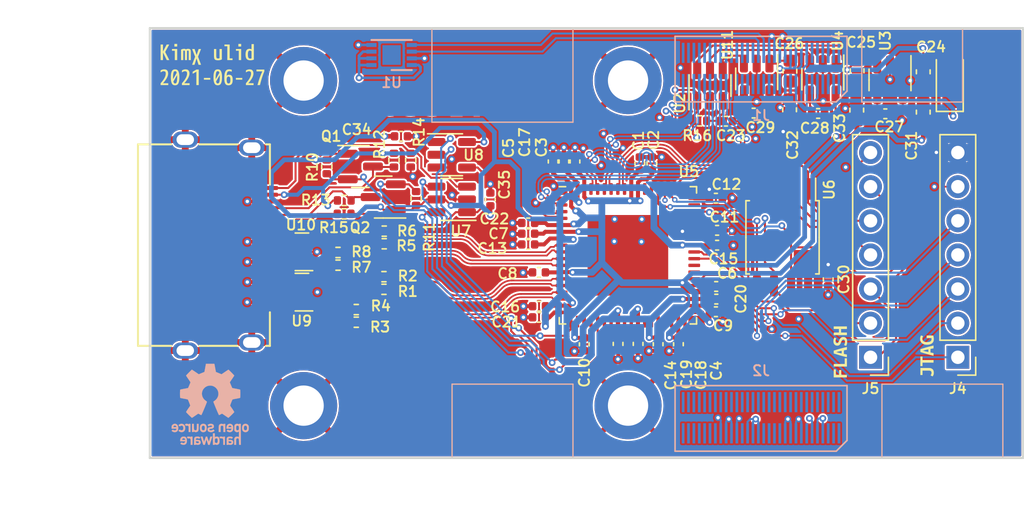
<source format=kicad_pcb>
(kicad_pcb (version 20210606) (generator pcbnew)
  (title_block (title "kimchi_ulid") (date "2019-12-15") (rev "v0.1") (company "GroupGets"))
  (layers (0 "F.Cu" signal) (1 "In1.Cu" power) (2 "In2.Cu" power) (31 "B.Cu" signal) (34 "B.Paste" user) (35 "F.Paste" user) (36 "B.SilkS" user "B.Silkscreen") (37 "F.SilkS" user "F.Silkscreen") (38 "B.Mask" user) (39 "F.Mask" user) (44 "Edge.Cuts" user))
  (net 0 "")
  (net 1 "Net-(J3-Pad15)")
  (net 2 "VDD_5V")
  (net 3 "VDD_1V8")
  (net 4 "VDD_3V3")
  (net 5 "I2C4_SCL")
  (net 6 "I2C4_SDA")
  (net 7 "VCHG")
  (net 8 "/VCHG_PROT")
  (net 9 "/DISP_CK_P")
  (net 10 "/DISP_D2_N")
  (net 11 "/DISP_D2_P")
  (net 12 "/DISP_D3_N")
  (net 13 "/DISP_D3_P")
  (net 14 "ECSPI2_MISO")
  (net 15 "/CAM_D0_N")
  (net 16 "ECSPI2_MOSI")
  (net 17 "/CAM_D0_P")
  (net 18 "ECSPI2_SS0")
  (net 19 "/CAM_D1_N")
  (net 20 "ECSPI2_SCLK")
  (net 21 "/CAM_D1_P")
  (net 22 "ECSPI1_MISO")
  (net 23 "/CAM_CK_N")
  (net 24 "ECSPI1_MOSI")
  (net 25 "/CAM_CK_P")
  (net 26 "ECSPI1_SS0")
  (net 27 "/CAM_D2_N")
  (net 28 "ECSPI1_SCLK")
  (net 29 "/CAM_D2_P")
  (net 30 "I2C1_SCL")
  (net 31 "/CAM_D3_N")
  (net 32 "I2C1_SDA")
  (net 33 "/CAM_D3_P")
  (net 34 "I2C2_SCL")
  (net 36 "I2C2_SDA")
  (net 37 "I2C3_SCL")
  (net 38 "I2C3_SDA")
  (net 39 "USB2_VBUS")
  (net 40 "USB2_ID")
  (net 41 "USB2_DN")
  (net 43 "USB2_DP")
  (net 44 "/DISP_D0_N")
  (net 45 "/DISP_D0_P")
  (net 46 "/DISP_D1_N")
  (net 47 "/DISP_D1_P")
  (net 48 "/USDHC3_DATA2")
  (net 49 "/DISP_CK_N")
  (net 50 "/USDHC3_DATA1")
  (net 51 "/USDHC3_DATA0")
  (net 52 "/USDHC3_DATA3")
  (net 53 "/USDHC3_CLK")
  (net 54 "/USDHC3_CMD")
  (net 55 "SAI3_TXFS")
  (net 56 "SAI3_MCLK")
  (net 57 "GPIO1[0]")
  (net 58 "GPIO1[1]")
  (net 60 "GPIO1[9]")
  (net 61 "GPIO1[10]")
  (net 62 "GPIO1[11]")
  (net 63 "GPIO1[12]")
  (net 64 "UART1_TX")
  (net 65 "GPIO1[13]")
  (net 66 "UART1_RX")
  (net 67 "GPIO1[14]")
  (net 68 "UART3_TX")
  (net 69 "GPIO1[15]")
  (net 70 "UART3_RX")
  (net 71 "SAI2_RXFS")
  (net 72 "SAI2_MCLK")
  (net 73 "SAI2_TXC")
  (net 74 "SAI2_TXD0")
  (net 75 "SAI2_RXC")
  (net 77 "SAI2_TXFS")
  (net 78 "SAI2_RXD0")
  (net 79 "/ENET_TXC")
  (net 80 "/ENET_TX_CTL")
  (net 82 "/ENET_TD2")
  (net 83 "PCIE_USB_D_P")
  (net 84 "/ENET_TD3")
  (net 85 "PCIE_USB_D_N")
  (net 86 "/ENET_TD0")
  (net 87 "SAI3_TXC")
  (net 88 "/ENET_TD1")
  (net 89 "SAI3_TXD")
  (net 90 "/ENET_RX_CTL")
  (net 91 "SAI3_RXD")
  (net 92 "/ENET_RXC")
  (net 93 "SAI3_RXFS")
  (net 94 "/ENET_RD0")
  (net 95 "SAI3_RXC")
  (net 96 "/ENET_RD2")
  (net 97 "/ENET_RD1")
  (net 98 "/ENET_RD3")
  (net 99 "/ENET_MDC")
  (net 100 "/ENET_MDIO")
  (net 101 "+3V3")
  (net 102 "+1V8")
  (net 103 "+1V0")
  (net 104 "Net-(J3-Pad16)")
  (net 105 "Net-(J3-Pad19)")
  (net 106 "Net-(C23-Pad1)")
  (net 107 "Net-(C27-Pad1)")
  (net 108 "Net-(U5-Pad19)")
  (net 116 "Net-(C28-Pad1)")
  (net 117 "/IO")
  (net 119 "Net-(R19-Pad2)")
  (net 120 "/FLASH_MISO|IO1")
  (net 121 "/FLASH_~{HLD}|~{RST}|IO3")
  (net 123 "/FLASH_~{WP}|IO2")
  (net 124 "/FLASH_CS")
  (net 125 "/FLASH_MOSI|IO0")
  (net 126 "/iCE_CDONE")
  (net 127 "/iCE_SCK")
  (net 128 "/iCE_CRESET")
  (net 129 "Net-(R20-Pad2)")
  (net 130 "/TMS")
  (net 131 "/TDI")
  (net 132 "/TDO")
  (net 137 "/_tmds_d2+")
  (net 138 "/_tmds_clk-")
  (net 139 "/_tmds_clk+")
  (net 140 "/_tmds_d0-")
  (net 141 "/_tmds_d0+")
  (net 142 "/_tmds_d1-")
  (net 143 "/_tmds_d1+")
  (net 144 "/_tmds_d2-")
  (net 145 "/tmds_d1+")
  (net 146 "/tmds_d1-")
  (net 147 "/tmds_d2+")
  (net 148 "/tmds_d2-")
  (net 149 "/tmds_clk+")
  (net 150 "/tmds_clk-")
  (net 151 "/tmds_d0+")
  (net 152 "/tmds_d0-")
  (net 153 "GND")
  (net 155 "Net-(J3-Pad13)")
  (net 156 "Net-(R15-Pad2)")
  (net 157 "Net-(U5-Pad24)")
  (net 158 "Net-(U5-Pad25)")
  (net 159 "Net-(U5-Pad27)")
  (net 160 "VDD")
  (net 161 "/TCK")
  (net 162 "Net-(Q1-Pad2)")
  (net 163 "Net-(C29-Pad1)")
  (net 164 "Net-(Q2-Pad2)")
  (net 165 "/en2")
  (net 166 "/en1")
  (net 167 "/en0")
  (footprint "Diode_SMD:D_SOD-123F" (layer "F.Cu") (at 166.55 98 90)
    (fp_text reference "D1" hide)
    (fp_text value "PMEG1020EH" hide)
  )
  (footprint "Package_TO_SOT_SMD:SOT-23-6" (layer "F.Cu") (at 148.7 98.275 90)
    (fp_text reference "U2")
    (fp_text value "LM3880")
  )
  (footprint "Resistor_SMD:R_0402_1005Metric" (layer "F.Cu") (at 120.175 104.325 90)
    (fp_text reference "R10")
    (fp_text value "2k2")
  )
  (footprint "Resistor_SMD:R_0402_1005Metric" (layer "F.Cu") (at 124.43 113.44 180)
    (fp_text reference "R1")
    (fp_text value "R")
  )
  (footprint "Resistor_SMD:R_0402_1005Metric" (layer "F.Cu") (at 125.175 103.825 90)
    (fp_text reference "R12")
    (fp_text value "2k2")
  )
  (footprint "Capacitor_SMD:C_0402_1005Metric" (layer "F.Cu") (at 143.35 117.505 -90)
    (fp_text reference "C19")
    (fp_text value "0.1uF")
  )
  (footprint "kimchi_ulid:HDMI-10029449-111RLF" (layer "F.Cu") (at 114.64 110.15 -90)
    (fp_text reference "J3" hide)
    (fp_text value "HDMI_A_1.4" hide)
  )
  (footprint "Capacitor_SMD:C_0402_1005Metric" (layer "F.Cu") (at 143.475 104.075 90)
    (fp_text reference "C1")
    (fp_text value "0.1uF")
  )
  (footprint "Capacitor_SMD:C_0402_1005Metric" (layer "F.Cu") (at 137.825 103.925 90)
    (fp_text reference "C17")
    (fp_text value "0.1uF")
  )
  (footprint "svg2mod" (layer "F.Cu") (at 164.85 118.4 90)
    (fp_text reference "svg2mod" hide)
    (fp_text value "G***" hide)
  )
  (footprint "Resistor_SMD:R_0402_1005Metric" (layer "F.Cu") (at 126.425 103.825 90)
    (fp_text reference "R14")
    (fp_text value "47k")
  )
  (footprint "Capacitor_SMD:C_0603_1608Metric" (layer "F.Cu") (at 154.65 97.2 -90)
    (fp_text reference "C26")
    (fp_text value "4.7uF")
  )
  (footprint "Capacitor_SMD:C_0402_1005Metric" (layer "F.Cu") (at 132.35 106.75 90)
    (fp_text reference "C35")
    (fp_text value "0.1uF")
  )
  (footprint "Resistor_SMD:R_0402_1005Metric" (layer "F.Cu") (at 124.45 110.05 180)
    (fp_text reference "R5")
    (fp_text value "R")
  )
  (footprint "Resistor_SMD:R_0402_1005Metric" (layer "F.Cu") (at 122.37 114.95 180)
    (fp_text reference "R4")
    (fp_text value "R")
  )
  (footprint "Capacitor_SMD:C_0603_1608Metric" (layer "F.Cu") (at 164.575 97.25 -90)
    (fp_text reference "C24")
    (fp_text value "4.7uF")
  )
  (footprint "Capacitor_SMD:C_0402_1005Metric" (layer "F.Cu") (at 138.65 103.925 90)
    (fp_text reference "C3")
    (fp_text value "0.1uF")
  )
  (footprint "Package_TO_SOT_SMD:SOT-23-5" (layer "F.Cu") (at 157.1 97.8 -90)
    (fp_text reference "U4")
    (fp_text value "LD3985M27R_SOT23")
  )
  (footprint "Capacitor_SMD:C_0402_1005Metric" (layer "F.Cu") (at 135.17 109.3 180)
    (fp_text reference "C7")
    (fp_text value "0.1uF")
  )
  (footprint "Capacitor_SMD:C_0402_1005Metric" (layer "F.Cu") (at 141.86 117.505 -90)
    (fp_text reference "C14")
    (fp_text value "0.1uF")
  )
  (footprint "Capacitor_SMD:C_0402_1005Metric" (layer "F.Cu") (at 135.975 115.525 180)
    (fp_text reference "C21")
    (fp_text value "0.1uF")
  )
  (footprint "Capacitor_SMD:C_0402_1005Metric" (layer "F.Cu") (at 125.7 102.05)
    (fp_text reference "C34")
    (fp_text value "0.1uF")
  )
  (footprint "svg2mod" (layer "F.Cu") (at 158.4 118.1 90)
    (fp_text reference "svg2mod" hide)
    (fp_text value "G***" hide)
  )
  (footprint "Capacitor_SMD:C_0603_1608Metric" (layer "F.Cu") (at 159.65 97.175 -90)
    (fp_text reference "C25")
    (fp_text value "4.7uF")
  )
  (footprint "Capacitor_SMD:C_0402_1005Metric" (layer "F.Cu") (at 135.975 114.7 180)
    (fp_text reference "C16")
    (fp_text value "0.1uF")
  )
  (footprint "Capacitor_SMD:C_0402_1005Metric" (layer "F.Cu") (at 149.16 113.23)
    (fp_text reference "C6")
    (fp_text value "0.1uF")
  )
  (footprint "Capacitor_SMD:C_0402_1005Metric" (layer "F.Cu") (at 149.14 115.11)
    (fp_text reference "C9")
    (fp_text value "0.1uF")
  )
  (footprint "Connector_PinHeader_2.54mm:PinHeader_1x07_P2.54mm_Vertical" (layer "F.Cu") (at 167.15 118.5 180)
    (fp_text reference "J4")
    (fp_text value "Jtag")
  )
  (footprint "svg2mod" (layer "F.Cu") (at 111.275 95.95)
    (fp_text reference "svg2mod" hide)
    (fp_text value "G***" hide)
  )
  (footprint "Resistor_SMD:R_0402_1005Metric" (layer "F.Cu") (at 124.45 109.11 180)
    (fp_text reference "R6")
    (fp_text value "R")
  )
  (footprint "Resistor_SMD:R_0402_1005Metric" (layer "F.Cu") (at 122.37 115.89 180)
    (fp_text reference "R3")
    (fp_text value "R")
  )
  (footprint "Resistor_SMD:R_0402_1005Metric" (layer "F.Cu") (at 147.940001 100.9)
    (fp_text reference "R16")
    (fp_text value "R")
  )
  (footprint "Package_SO:SOIC-8_5.23x5.23mm_P1.27mm" (layer "F.Cu") (at 154.1 109.57 -90)
    (fp_text reference "U6")
    (fp_text value "W25Q32JVSS")
  )
  (footprint "Capacitor_SMD:C_0603_1608Metric" (layer "F.Cu") (at 159.625 100.1 90)
    (fp_text reference "C33")
    (fp_text value "10uF")
  )
  (footprint "Resistor_SMD:R_0402_1005Metric" (layer "F.Cu") (at 126.825 106.675 -90)
    (fp_text reference "R11")
    (fp_text value "2k2")
  )
  (footprint "Package_TO_SOT_SMD:SOT-23" (layer "F.Cu") (at 124.375 106.575 180)
    (fp_text reference "Q2")
    (fp_text value "2N7002")
  )
  (footprint "Capacitor_SMD:C_0402_1005Metric" (layer "F.Cu") (at 161.75 100.375)
    (fp_text reference "C27")
    (fp_text value "0.01uF")
  )
  (footprint "Capacitor_SMD:C_0402_1005Metric" (layer "F.Cu") (at 149.17 114.17)
    (fp_text reference "C20")
    (fp_text value "0.1uF")
  )
  (footprint "Capacitor_SMD:C_0402_1005Metric" (layer "F.Cu") (at 149.23 110.16)
    (fp_text reference "C15")
    (fp_text value "0.1uF")
  )
  (footprint "Package_TO_SOT_SMD:SOT-23" (layer "F.Cu") (at 122.675 104.3)
    (fp_text reference "Q1")
    (fp_text value "2N7002")
  )
  (footprint "Capacitor_SMD:C_0402_1005Metric" (layer "F.Cu") (at 135.17 108.5 180)
    (fp_text reference "C22")
    (fp_text value "0.1uF")
  )
  (footprint "Capacitor_SMD:C_0402_1005Metric" (layer "F.Cu") (at 144.84 117.525 -90)
    (fp_text reference "C18")
    (fp_text value "0.1uF")
  )
  (footprint "svg2mod" (layer "F.Cu") (at 111.665 97.66)
    (fp_text reference "svg2mod" hide)
    (fp_text value "G***" hide)
  )
  (footprint "Capacitor_SMD:C_0402_1005Metric" (layer "F.Cu") (at 137.025 103.925 90)
    (fp_text reference "C5")
    (fp_text value "0.1uF")
  )
  (footprint "Resistor_SMD:R_0402_1005Metric" (layer "F.Cu") (at 121.01 111.64 180)
    (fp_text reference "R7")
    (fp_text value "R")
  )
  (footprint "Resistor_SMD:R_0402_1005Metric" (layer "F.Cu") (at 124.43 112.5 180)
    (fp_text reference "R2")
    (fp_text value "R")
  )
  (footprint "Capacitor_SMD:C_0402_1005Metric" (layer "F.Cu") (at 149.23 109.05)
    (fp_text reference "C11")
    (fp_text value "0.1uF")
  )
  (footprint "Connector_PinHeader_2.54mm:PinHeader_1x07_P2.54mm_Vertical" (layer "F.Cu") (at 160.65 118.5 180)
    (fp_text reference "J5")
    (fp_text value "Flash")
  )
  (footprint "Capacitor_SMD:C_0603_1608Metric" (layer "F.Cu") (at 154.625 100.075 90)
    (fp_text reference "C32")
    (fp_text value "10uF")
  )
  (footprint "Resistor_SMD:R_0402_1005Metric" (layer "F.Cu") (at 121.01 110.7 180)
    (fp_text reference "R8")
    (fp_text value "R")
  )
  (footprint "Capacitor_SMD:C_0402_1005Metric" (layer "F.Cu") (at 135.97 112.18 180)
    (fp_text reference "C8")
    (fp_text value "0.1uF")
  )
  (footprint "Package_DFN_QFN:QFN-72-1EP_10x10mm_P0.5mm_EP6x6mm" (layer "F.Cu") (at 142.59 110.91)
    (fp_text reference "U5")
    (fp_text value "LIFCL40-NX")
  )
  (footprint "Resistor_SMD:R_0402_1005Metric" (layer "F.Cu") (at 121.465 107.825)
    (fp_text reference "R15")
    (fp_text value "100R")
  )
  (footprint "Capacitor_SMD:C_0402_1005Metric" (layer "F.Cu") (at 146.35 117.525 -90)
    (fp_text reference "C4")
    (fp_text value "0.1uF")
  )
  (footprint "Capacitor_SMD:C_0402_1005Metric" (layer "F.Cu") (at 135.17 110.1 180)
    (fp_text reference "C13")
    (fp_text value "0.1uF")
  )
  (footprint "Capacitor_SMD:C_0402_1005Metric" (layer "F.Cu") (at 149.89 100.925)
    (fp_text reference "C23")
    (fp_text value "C")
  )
  (footprint "Capacitor_SMD:C_0402_1005Metric" (layer "F.Cu") (at 151.95 100.325)
    (fp_text reference "C29")
    (fp_text value "0.01uF")
  )
  (footprint "Package_TO_SOT_SMD:SOT-23-5" (layer "F.Cu") (at 129.475 103.425)
    (fp_text reference "U8")
    (fp_text value "74LVC1G125")
  )
  (footprint "Capacitor_SMD:C_0603_1608Metric" (layer "F.Cu") (at 164.575 100.25 90)
    (fp_text reference "C31")
    (fp_text value "10uF")
  )
  (footprint "Capacitor_SMD:C_0402_1005Metric" (layer "F.Cu") (at 139.34 117.535 -90)
    (fp_text reference "C10")
    (fp_text value "0.1uF")
  )
  (footprint "Capacitor_SMD:C_0402_1005Metric" (layer "F.Cu") (at 157.5 112.7 -90)
    (fp_text reference "C30")
    (fp_text value "0.1uF")
  )
  (footprint "Package_SON:USON-10_2.5x1.0mm_P0.5mm" (layer "F.Cu") (at 118.325 110.65 180)
    (fp_text reference "U10")
    (fp_text value "TPD4E02B04DQA")
  )
  (footprint "Resistor_SMD:R_0402_1005Metric" (layer "F.Cu") (at 121.475 106.825 180)
    (fp_text reference "R13")
    (fp_text value "2k2")
  )
  (footprint "svg2mod" (layer "F.Cu") (at 130.388625 99.440625)
    (fp_text reference "svg2mod" hide)
    (fp_text value "G***" hide)
  )
  (footprint "Capacitor_SMD:C_0402_1005Metric" (layer "F.Cu") (at 149.14 106.66)
    (fp_text reference "C12")
    (fp_text value "0.1uF")
  )
  (footprint "Package_TO_SOT_SMD:SOT-23-5" (layer "F.Cu") (at 152.175 97.775 -90)
    (fp_text reference "U11")
    (fp_text value "LD3985M27R_SOT23")
  )
  (footprint "Package_SON:USON-10_2.5x1.0mm_P0.5mm" (layer "F.Cu") (at 118.325 113.65 180)
    (fp_text reference "U9")
    (fp_text value "TPD4E02B04DQA")
  )
  (footprint "Capacitor_SMD:C_0402_1005Metric" (layer "F.Cu") (at 156.75 100.35)
    (fp_text reference "C28")
    (fp_text value "0.01uF")
  )
  (footprint "Package_TO_SOT_SMD:SOT-23-6" (layer "F.Cu") (at 129.475 106.75 180)
    (fp_text reference "U7")
    (fp_text value "74LVC2G17")
  )
  (footprint "Capacitor_SMD:C_0402_1005Metric" (layer "F.Cu") (at 144.375 104.075 90)
    (fp_text reference "C2")
    (fp_text value "0.1uF")
  )
  (footprint "Package_TO_SOT_SMD:SOT-23-5" (layer "F.Cu") (at 162.1 97.85 -90)
    (fp_text reference "U3")
    (fp_text value "LD3985M27R_SOT23")
  )
  (footprint "kimchi_ulid:DF40HC(3.5)-60DS" (layer "B.Cu") (at 152.5 123 180)
    (fp_text reference "J2")
    (fp_text value "DF40HC(3.5)-60DS" hide)
  )
  (footprint "Symbol:OSHW-Logo_5.7x6mm_SilkScreen" (layer "B.Cu") (at 111.5 122 180)
    (fp_text reference "LOGO1" hide)
    (fp_text value "Logo_Open_Hardware_Small" hide)
  )
  (footprint "Package_DFN_QFN:DFN-8-1EP_3x2mm_P0.5mm_EP1.36x1.46mm" (layer "B.Cu") (at 125 96)
    (fp_text reference "U1")
    (fp_text value "24C32" hide)
  )
  (footprint "kimchi_ulid:MountingHole_M2_Standoff" (layer "B.Cu") (at 118.45 97.9)
    (fp_text reference "H1" hide)
    (fp_text value "MountingHole_Pad" hide)
  )
  (footprint "kimchi_ulid:MountingHole_M2_Standoff" (layer "B.Cu") (at 118.45 122.1)
    (fp_text reference "H2" hide)
    (fp_text value "MountingHole_Pad" hide)
  )
  (footprint "kimchi_ulid:MountingHole_M2_Standoff" (layer "B.Cu") (at 142.6 97.9)
    (fp_text reference "H3" hide)
    (fp_text value "MountingHole_Pad" hide)
  )
  (footprint "kimchi_ulid:MountingHole_M2_Standoff" (layer "B.Cu") (at 142.6 122.1)
    (fp_text reference "H4" hide)
    (fp_text value "MountingHole_Pad" hide)
  )
  (footprint "kimchi_ulid:DF40HC(3.5)-60DS" (layer "B.Cu") (at 152.5 97 180)
    (fp_text reference "J1")
    (fp_text value "DF40HC(3.5)-60DS" hide)
  )
  (footprint "kimchi_ulid:KIMCHI_MICRO" (layer "B.Cu") (at 107 126)
    (fp_text reference "K1" hide)
    (fp_text value "KIMCHI_MICRO")
  )
  (gr_line (start 167.5 94) (end 160 94) (layer "B.SilkS") (width 0.1))
  (gr_line (start 138.5 94) (end 128 94) (layer "B.SilkS") (width 0.1))
  (gr_line (start 138.5 120.5) (end 129.5 120.5) (layer "B.SilkS") (width 0.1))
  (gr_line (start 170.5 120.5) (end 161.5 120.5) (layer "B.SilkS") (width 0.1))
  (gr_line (start 128 101) (end 138.5 101) (layer "B.SilkS") (width 0.1))
  (gr_line (start 167.5 99.5) (end 167.5 94) (layer "B.SilkS") (width 0.1))
  (gr_line (start 160 94) (end 160 99.5) (layer "B.SilkS") (width 0.1))
  (gr_line (start 161.5 120.5) (end 161.5 126) (layer "B.SilkS") (width 0.1))
  (gr_line (start 129.5 126) (end 138.5 126) (layer "B.SilkS") (width 0.1))
  (gr_line (start 161.5 126) (end 170.5 126) (layer "B.SilkS") (width 0.1))
  (gr_line (start 138.5 126) (end 138.5 120.5) (layer "B.SilkS") (width 0.1))
  (gr_line (start 129.5 120.5) (end 129.5 126) (layer "B.SilkS") (width 0.1))
  (gr_line (start 128 94) (end 128 101) (layer "B.SilkS") (width 0.1))
  (gr_line (start 138.5 101) (end 138.5 94) (layer "B.SilkS") (width 0.1))
  (gr_line (start 160 99.5) (end 167.5 99.5) (layer "B.SilkS") (width 0.1))
  (gr_line (start 170.5 126) (end 170.5 120.5) (layer "B.SilkS") (width 0.1))
  (gr_line (start 107 94) (end 172 94) (layer "Edge.Cuts") (width 0.15))
  (gr_line (start 107 126) (end 107 94) (layer "Edge.Cuts") (width 0.15))
  (gr_line (start 172 94) (end 172 126) (layer "Edge.Cuts") (width 0.15))
  (gr_line (start 172 126) (end 107 126) (layer "Edge.Cuts") (width 0.15))
  (segment (start 120.625 106.15) (end 118.875 107.9) (width 0.15) (layer "F.Cu") (net 1))
  (segment (start 121.31 106.15) (end 120.625 106.15) (width 0.15) (layer "F.Cu") (net 1))
  (segment (start 123.4375 106.575) (end 122.235 106.575) (width 0.15) (layer "F.Cu") (net 1))
  (segment (start 118.875 107.9) (end 115.59 107.9) (width 0.15) (layer "F.Cu") (net 1))
  (segment (start 123.4025 106.54) (end 123.4375 106.575) (width 0.15) (layer "F.Cu") (net 1))
  (segment (start 122.235 106.575) (end 121.985 106.825) (width 0.15) (layer "F.Cu") (net 1))
  (segment (start 121.985 106.825) (end 121.31 106.15) (width 0.15) (layer "F.Cu") (net 1))
  (segment (start 153.7375 96.6375) (end 153.7375 96.8375) (width 0.15) (layer "F.Cu") (net 2))
  (segment (start 154.65 96.425) (end 153.95 96.425) (width 0.15) (layer "F.Cu") (net 2))
  (segment (start 153.125 96.6375) (end 153.7375 96.6375) (width 0.15) (layer "F.Cu") (net 2))
  (segment (start 153.7375 96.8375) (end 153.9 97) (width 0.15) (layer "F.Cu") (net 2))
  (segment (start 153.7375 96.6375) (end 153.95 96.425) (width 0.15) (layer "F.Cu") (net 2))
  (via (at 153.9 97) (size 0.5) (drill 0.254) (layers "F.Cu" "B.Cu") (net 2))
  (segment (start 155.3 97) (end 154.9 97) (width 0.15) (layer "B.Cu") (net 2))
  (segment (start 155.5 95.84) (end 155.5 96.8) (width 0.15) (layer "B.Cu") (net 2))
  (segment (start 155.625 97) (end 155.3 97) (width 0.15) (layer "B.Cu") (net 2))
  (segment (start 155.1 95.84) (end 155.1 96.8) (width 0.15) (layer "B.Cu") (net 2))
  (segment (start 155.1 96.8) (end 154.9 97) (width 0.15) (layer "B.Cu") (net 2))
  (segment (start 155.5 96.8) (end 155.3 97) (width 0.15) (layer "B.Cu") (net 2))
  (segment (start 155.9 96.725) (end 155.625 97) (width 0.15) (layer "B.Cu") (net 2))
  (segment (start 154.9 97) (end 154.575 97) (width 0.15) (layer "B.Cu") (net 2))
  (segment (start 153.9 97) (end 154.575 97) (width 0.15) (layer "B.Cu") (net 2))
  (segment (start 154.575 97) (end 154.7 96.875) (width 0.15) (layer "B.Cu") (net 2))
  (segment (start 154.7 96.875) (end 154.7 95.84) (width 0.15) (layer "B.Cu") (net 2))
  (segment (start 155.9 95.84) (end 155.9 96.725) (width 0.15) (layer "B.Cu") (net 2))
  (via (at 152.1 123.1) (size 0.5) (drill 0.254) (layers "F.Cu" "B.Cu") (net 3))
  (segment (start 151.9 124.16) (end 151.9 123.3) (width 0.15) (layer "B.Cu") (net 3))
  (segment (start 151.7 123.1) (end 152.1 123.1) (width 0.15) (layer "B.Cu") (net 3))
  (segment (start 151.5 124.16) (end 151.5 123.3) (width 0.15) (layer "B.Cu") (net 3))
  (segment (start 151.5 123.3) (end 151.7 123.1) (width 0.15) (layer "B.Cu") (net 3))
  (segment (start 152.3 123.3) (end 152.1 123.1) (width 0.15) (layer "B.Cu") (net 3))
  (segment (start 152.3 124.16) (end 152.3 123.3) (width 0.15) (layer "B.Cu") (net 3))
  (segment (start 151.9 123.3) (end 152.1 123.1) (width 0.15) (layer "B.Cu") (net 3))
  (segment (start 147.430001 101.880001) (end 147.7 102.15) (width 0.15) (layer "F.Cu") (net 4))
  (segment (start 159.625 96.4) (end 158.925 97.1) (width 0.15) (layer "F.Cu") (net 4))
  (segment (start 147.55 98.65) (end 147.5 98.6) (width 0.15) (layer "F.Cu") (net 4))
  (segment (start 164.575 96.475) (end 164.575 95.525) (width 0.15) (layer "F.Cu") (net 4))
  (segment (start 147.75 99.4125) (end 147.75 98.85) (width 0.15) (layer "F.Cu") (net 4))
  (segment (start 147.430001 100.9) (end 147.430001 100.544999) (width 0.15) (layer "F.Cu") (net 4))
  (segment (start 147.75 98.85) (end 147.55 98.65) (width 0.15) (layer "F.Cu") (net 4))
  (segment (start 158.05 96.6625) (end 158.5875 96.6625) (width 0.15) (layer "F.Cu") (net 4))
  (segment (start 147.430001 100.544999) (end 147.75 100.225) (width 0.15) (layer "F.Cu") (net 4))
  (segment (start 163.5875 96.7125) (end 163.825 96.475) (width 0.15) (layer "F.Cu") (net 4))
  (segment (start 164.575 95.525) (end 164.55 95.5) (width 0.15) (layer "F.Cu") (net 4))
  (segment (start 147.75 100.225) (end 147.75 99.4125) (width 0.15) (layer "F.Cu") (net 4))
  (segment (start 163.825 96.475) (end 164.575 96.475) (width 0.15) (layer "F.Cu") (net 4))
  (segment (start 158.5875 96.6625) (end 158.85 96.4) (width 0.15) (layer "F.Cu") (net 4))
  (segment (start 163.05 96.7125) (end 163.5875 96.7125) (width 0.15) (layer "F.Cu") (net 4))
  (segment (start 158.85 96.4) (end 159.65 96.4) (width 0.15) (layer "F.Cu") (net 4))
  (segment (start 147.5 98.6) (end 146.1 98.6) (width 0.15) (layer "F.Cu") (net 4))
  (segment (start 147.430001 100.9) (end 147.430001 101.880001) (width 0.15) (layer "F.Cu") (net 4))
  (segment (start 159.65 96.4) (end 159.625 96.4) (width 0.15) (layer "F.Cu") (net 4))
  (via (at 147.7 102.15) (size 0.5) (drill 0.254) (layers "F.Cu" "B.Cu") (net 4))
  (via (at 122.575 97.7) (size 0.5) (drill 0.254) (layers "F.Cu" "B.Cu") (net 4))
  (via (at 157.1 123.05) (size 0.5) (drill 0.254) (layers "F.Cu" "B.Cu") (net 4))
  (via (at 164.55 95.5) (size 0.5) (drill 0.254) (layers "F.Cu" "B.Cu") (net 4))
  (via (at 146.1 98.6) (size 0.5) (drill 0.254) (layers "F.Cu" "B.Cu") (net 4))
  (via (at 158.925 97.1) (size 0.5) (drill 0.254) (layers "F.Cu" "B.Cu") (net 4))
  (via (at 156.100768 123.047234) (size 0.5) (drill 0.254) (layers "F.Cu" "B.Cu") (net 4))
  (segment (start 123.5 95.75) (end 122.875 95.75) (width 0.2) (layer "B.Cu") (net 4))
  (segment (start 122.625 96.75) (end 122.575 96.8) (width 0.2) (layer "B.Cu") (net 4))
  (segment (start 127 96.75) (end 127.15 96.9) (width 0.2) (layer "B.Cu") (net 4))
  (segment (start 122.575 96.05) (end 122.575 96.25) (width 0.2) (layer "B.Cu") (net 4))
  (segment (start 158.925 97.1) (end 161.15 97.1) (width 0.35) (layer "B.Cu") (net 4))
  (segment (start 162.75 95.5) (end 164.55 95.5) (width 0.35) (layer "B.Cu") (net 4))
  (segment (start 122.575 96.25) (end 122.575 96.8) (width 0.2) (layer "B.Cu") (net 4))
  (segment (start 157.1 124.16) (end 157.1 123.05) (width 0.15) (layer "B.Cu") (net 4))
  (segment (start 122.575 96.8) (end 122.575 97.7) (width 0.2) (layer "B.Cu") (net 4))
  (segment (start 156.7 124.16) (end 156.7 123.15) (width 0.15) (layer "B.Cu") (net 4))
  (segment (start 161.15 97.1) (end 162.75 95.5) (width 0.35) (layer "B.Cu") (net 4))
  (segment (start 156.7 123.15) (end 156.8 123.05) (width 0.15) (layer "B.Cu") (net 4))
  (segment (start 126.5 96.75) (end 127 96.75) (width 0.2) (layer "B.Cu") (net 4))
  (segment (start 127.15 97.2) (end 126.65 97.7) (width 0.2) (layer "B.Cu") (net 4))
  (segment (start 156.8 123.05) (end 157.1 123.05) (width 0.15) (layer "B.Cu") (net 4))
  (segment (start 123.5 96.75) (end 122.625 96.75) (width 0.2) (layer "B.Cu") (net 4))
  (segment (start 127.15 96.9) (end 127.15 97.2) (width 0.2) (layer "B.Cu") (net 4))
  (segment (start 126.65 97.7) (end 122.575 97.7) (width 0.2) (layer "B.Cu") (net 4))
  (segment (start 123.5 96.25) (end 122.575 96.25) (width 0.2) (layer "B.Cu") (net 4))
  (segment (start 156.3 124.16) (end 156.3 123.246466) (width 0.15) (layer "B.Cu") (net 4))
  (segment (start 122.875 95.75) (end 122.575 96.05) (width 0.2) (layer "B.Cu") (net 4))
  (segment (start 156.3 123.246466) (end 156.100768 123.047234) (width 0.15) (layer "B.Cu") (net 4))
  (segment (start 152.3 94.95) (end 152.1 94.75) (width 0.15) (layer "B.Cu") (net 5))
  (segment (start 152.3 95.84) (end 152.3 94.95) (width 0.15) (layer "B.Cu") (net 5))
  (segment (start 137.225 94.75) (end 136.225 95.75) (width 0.15) (layer "B.Cu") (net 5))
  (segment (start 136.225 95.75) (end 126.5 95.75) (width 0.15) (layer "B.Cu") (net 5))
  (segment (start 152.1 94.75) (end 137.225 94.75) (width 0.15) (layer "B.Cu") (net 5))
  (segment (start 136.125 95.25) (end 136.975 94.4) (width 0.15) (layer "B.Cu") (net 6))
  (segment (start 152.7 94.8) (end 152.7 95.84) (width 0.15) (layer "B.Cu") (net 6))
  (segment (start 152.3 94.4) (end 152.7 94.8) (width 0.15) (layer "B.Cu") (net 6))
  (segment (start 126.5 95.25) (end 136.125 95.25) (width 0.15) (layer "B.Cu") (net 6))
  (segment (start 136.975 94.4) (end 152.3 94.4) (width 0.15) (layer "B.Cu") (net 6))
  (segment (start 166.55 99.4) (end 166.55 100.3) (width 0.3) (layer "F.Cu") (net 7))
  (segment (start 166.55 100.3) (end 166.8 100.55) (width 0.3) (layer "F.Cu") (net 7))
  (via (at 166.8 100.55) (size 0.5) (drill 0.254) (layers "F.Cu" "B.Cu") (net 7))
  (segment (start 166.7 99.9) (end 166.8 100) (width 0.3) (layer "B.Cu") (net 7))
  (segment (start 155.9 100) (end 155.75 100) (width 0.3) (layer "B.Cu") (net 7))
  (segment (start 159.2 99.4) (end 166.2 99.4) (width 0.3) (layer "B.Cu") (net 7))
  (segment (start 166.2 99.4) (end 166.7 99.9) (width 0.3) (layer "B.Cu") (net 7))
  (segment (start 157.7 100) (end 155.9 100) (width 0.3) (layer "B.Cu") (net 7))
  (segment (start 155.75 100) (end 155.5 99.75) (width 0.3) (layer "B.Cu") (net 7))
  (segment (start 155.9 98.16) (end 155.9 100) (width 0.15) (layer "B.Cu") (net 7))
  (segment (start 159.2 99.4) (end 158.3 99.4) (width 0.3) (layer "B.Cu") (net 7))
  (segment (start 156.85 100) (end 156.375 99.525) (width 0.3) (layer "B.Cu") (net 7))
  (segment (start 156.3 99.45) (end 156.375 99.525) (width 0.15) (layer "B.Cu") (net 7))
  (segment (start 155.1 99.35) (end 155.5 99.75) (width 0.15) (layer "B.Cu") (net 7))
  (segment (start 155.1 98.16) (end 155.1 99.35) (width 0.15) (layer "B.Cu") (net 7))
  (segment (start 155.5 98.16) (end 155.5 99.75) (width 0.15) (layer "B.Cu") (net 7))
  (segment (start 158.225 99.475) (end 157.7 100) (width 0.3) (layer "B.Cu") (net 7))
  (segment (start 156.7 98.16) (end 156.7 99.2) (width 0.15) (layer "B.Cu") (net 7))
  (segment (start 156.3 98.16) (end 156.3 99.45) (width 0.15) (layer "B.Cu") (net 7))
  (segment (start 158.3 99.4) (end 158.225 99.475) (width 0.3) (layer "B.Cu") (net 7))
  (segment (start 166.8 100) (end 166.8 100.55) (width 0.3) (layer "B.Cu") (net 7))
  (segment (start 156.7 99.2) (end 156.375 99.525) (width 0.15) (layer "B.Cu") (net 7))
  (segment (start 156.85 100) (end 157.7 100) (width 0.121666) (layer "B.Cu") (net 7))
  (segment (start 140.290225 105.922725) (end 140.34 105.9725) (width 0.127) (layer "F.Cu") (net 9))
  (segment (start 139.89306 103.791546) (end 139.833446 103.85116) (width 0.127) (layer "F.Cu") (net 9))
  (segment (start 140.217001 105.354502) (end 140.217001 105.745948) (width 0.127) (layer "F.Cu") (net 9))
  (segment (start 139.838447 104.768841) (end 140.070555 105.000949) (width 0.127) (layer "F.Cu") (net 9))
  (segment (start 139.833447 104.768841) (end 139.838447 104.768841) (width 0.127) (layer "F.Cu") (net 9))
  (segment (start 140.126546 103.791546) (end 139.89306 103.791546) (width 0.127) (layer "F.Cu") (net 9))
  (segment (start 139.687 104.204713) (end 139.687 104.415287) (width 0.127) (layer "F.Cu") (net 9))
  (via (at 140.126546 103.791546) (size 0.4572) (drill 0.254) (layers "F.Cu" "B.Cu") (net 9))
  (via (at 140.126546 103.791546) (size 0.4572) (drill 0.254) (layers "F.Cu" "B.Cu") (net 9))
  (arc (start 140.217001 105.354502) (mid 140.178941 105.163161) (end 140.070555 105.000949) (width 0.127) (layer "F.Cu") (net 9))
  (arc (start 139.687 104.204713) (mid 139.72506 104.013372) (end 139.833446 103.85116) (width 0.127) (layer "F.Cu") (net 9))
  (arc (start 140.290225 105.922725) (mid 140.236032 105.841619) (end 140.217001 105.745948) (width 0.127) (layer "F.Cu") (net 9))
  (arc (start 139.687 104.415287) (mid 139.72506 104.606629) (end 139.833447 104.768841) (width 0.127) (layer "F.Cu") (net 9))
  (segment (start 140.94384 103.458446) (end 140.94384 103.457765) (width 0.127) (layer "B.Cu") (net 9))
  (segment (start 143.704 103.86) (end 143.704 103.533) (width 0.127) (layer "B.Cu") (net 9))
  (segment (start 147.209052 104.240554) (end 148.480553 102.969053) (width 0.127) (layer "B.Cu") (net 9))
  (segment (start 142.774501 104.387) (end 143.177 104.387) (width 0.127) (layer "B.Cu") (net 9))
  (segment (start 144.777 104.387) (end 146.855499 104.387) (width 0.127) (layer "B.Cu") (net 9))
  (segment (start 141.324501 103.627) (end 141.600287 103.627) (width 0.127) (layer "B.Cu") (net 9))
  (segment (start 140.948159 103.457765) (end 140.970947 103.480553) (width 0.127) (layer "B.Cu") (net 9))
  (segment (start 148.7 99.285001) (end 148.7 98.16) (width 0.127) (layer "B.Cu") (net 9))
  (segment (start 141.95384 103.773446) (end 142.420947 104.240553) (width 0.127) (layer "B.Cu") (net 9))
  (segment (start 148.627 99.358001) (end 148.7 99.285001) (width 0.127) (layer "B.Cu") (net 9))
  (segment (start 148.627 102.615499) (end 148.627 99.358001) (width 0.127) (layer "B.Cu") (net 9))
  (segment (start 140.579713 103.312) (end 140.590287 103.312) (width 0.127) (layer "B.Cu") (net 9))
  (segment (start 140.94384 103.457765) (end 140.948159 103.457765) (width 0.127) (layer "B.Cu") (net 9))
  (segment (start 140.126546 103.791546) (end 140.126546 103.661613) (width 0.127) (layer "B.Cu") (net 9))
  (segment (start 140.199769 103.484837) (end 140.226159 103.458447) (width 0.127) (layer "B.Cu") (net 9))
  (segment (start 144.25 103.533) (end 144.25 103.86) (width 0.127) (layer "B.Cu") (net 9))
  (arc (start 142.420947 104.240553) (mid 142.583159 104.34894) (end 142.774501 104.387) (width 0.127) (layer "B.Cu") (net 9))
  (arc (start 140.970947 103.480553) (mid 141.133159 103.58894) (end 141.324501 103.627) (width 0.127) (layer "B.Cu") (net 9))
  (arc (start 148.480553 102.969053) (mid 148.58894 102.806841) (end 148.627 102.615499) (width 0.127) (layer "B.Cu") (net 9))
  (arc (start 140.590287 103.312) (mid 140.781628 103.35006) (end 140.94384 103.458446) (width 0.127) (layer "B.Cu") (net 9))
  (arc (start 144.25 103.86) (mid 144.404355 104.232645) (end 144.777 104.387) (width 0.127) (layer "B.Cu") (net 9))
  (arc (start 146.855499 104.387) (mid 147.04684 104.34894) (end 147.209052 104.240554) (width 0.127) (layer "B.Cu") (net 9))
  (arc (start 143.704 103.533) (mid 143.78396 103.33996) (end 143.977 103.26) (width 0.127) (layer "B.Cu") (net 9))
  (arc (start 141.600287 103.627) (mid 141.791628 103.66506) (end 141.95384 103.773446) (width 0.127) (layer "B.Cu") (net 9))
  (arc (start 143.977 103.26) (mid 144.17004 103.33996) (end 144.25 103.533) (width 0.127) (layer "B.Cu") (net 9))
  (arc (start 140.226159 103.458447) (mid 140.388371 103.35006) (end 140.579713 103.312) (width 0.127) (layer "B.Cu") (net 9))
  (arc (start 143.177 104.387) (mid 143.549645 104.232645) (end 143.704 103.86) (width 0.127) (layer "B.Cu") (net 9))
  (arc (start 140.126546 103.661613) (mid 140.145576 103.565943) (end 140.199769 103.484837) (width 0.127) (layer "B.Cu") (net 9))
  (segment (start 136.680948 106.890554) (end 136.513386 106.722992) (width 0.127) (layer "F.Cu") (net 10))
  (segment (start 137.6525 107.16) (end 137.602724 107.110224) (width 0.127) (layer "F.Cu") (net 10))
  (segment (start 137.425948 107.037001) (end 137.034502 107.037001) (width 0.127) (layer "F.Cu") (net 10))
  (segment (start 136.159833 106.576546) (end 136.133454 106.576546) (width 0.127) (layer "F.Cu") (net 10))
  (via (at 136.133454 106.576546) (size 0.4572) (drill 0.254) (layers "F.Cu" "B.Cu") (net 10))
  (arc (start 136.513386 106.722992) (mid 136.351174 106.614606) (end 136.159833 106.576546) (width 0.127) (layer "F.Cu") (net 10))
  (arc (start 137.602724 107.110224) (mid 137.521618 107.056031) (end 137.425948 107.037001) (width 0.127) (layer "F.Cu") (net 10))
  (arc (start 136.680948 106.890554) (mid 136.84316 106.998941) (end 137.034502 107.037001) (width 0.127) (layer "F.Cu") (net 10))
  (segment (start 149.173 99.358001) (end 149.1 99.285001) (width 0.127) (layer "B.Cu") (net 10))
  (segment (start 136.133454 106.34306) (end 136.069446 106.279052) (width 0.127) (layer "B.Cu") (net 10))
  (segment (start 149.1 99.285001) (end 149.1 98.16) (width 0.127) (layer "B.Cu") (net 10))
  (segment (start 136.069447 105.270947) (end 136.220948 105.119446) (width 0.127) (layer "B.Cu") (net 10))
  (segment (start 136.133454 106.576546) (end 136.133454 106.34306) (width 0.127) (layer "B.Cu") (net 10))
  (segment (start 149.173 102.900287) (end 149.173 99.358001) (width 0.127) (layer "B.Cu") (net 10))
  (segment (start 136.574501 104.973) (end 147.100287 104.973) (width 0.127) (layer "B.Cu") (net 10))
  (segment (start 135.923 105.925499) (end 135.923 105.624501) (width 0.127) (layer "B.Cu") (net 10))
  (segment (start 147.453841 104.826553) (end 149.026554 103.25384) (width 0.127) (layer "B.Cu") (net 10))
  (arc (start 135.923 105.624501) (mid 135.96106 105.433159) (end 136.069447 105.270947) (width 0.127) (layer "B.Cu") (net 10))
  (arc (start 135.923 105.925499) (mid 135.96106 106.11684) (end 136.069446 106.279052) (width 0.127) (layer "B.Cu") (net 10))
  (arc (start 147.453841 104.826553) (mid 147.291629 104.93494) (end 147.100287 104.973) (width 0.127) (layer "B.Cu") (net 10))
  (arc (start 136.574501 104.973) (mid 136.38316 105.01106) (end 136.220948 105.119446) (width 0.127) (layer "B.Cu") (net 10))
  (arc (start 149.026554 103.25384) (mid 149.13494 103.091628) (end 149.173 102.900287) (width 0.127) (layer "B.Cu") (net 10))
  (segment (start 137.6525 106.66) (end 137.602724 106.709776) (width 0.127) (layer "F.Cu") (net 11))
  (segment (start 136.786158 106.636552) (end 136.692992 106.543386) (width 0.127) (layer "F.Cu") (net 11))
  (segment (start 136.546546 106.189833) (end 136.546546 106.163454) (width 0.127) (layer "F.Cu") (net 11))
  (segment (start 137.425948 106.782999) (end 137.139712 106.782999) (width 0.127) (layer "F.Cu") (net 11))
  (via (at 136.546546 106.163454) (size 0.4572) (drill 0.254) (layers "F.Cu" "B.Cu") (net 11))
  (arc (start 136.786158 106.636552) (mid 136.94837 106.744939) (end 137.139712 106.782999) (width 0.127) (layer "F.Cu") (net 11))
  (arc (start 136.692992 106.543386) (mid 136.584606 106.381174) (end 136.546546 106.189833) (width 0.127) (layer "F.Cu") (net 11))
  (arc (start 137.602724 106.709776) (mid 137.521618 106.763969) (end 137.425948 106.782999) (width 0.127) (layer "F.Cu") (net 11))
  (segment (start 149.5 99.285001) (end 149.5 98.16) (width 0.127) (layer "B.Cu") (net 11))
  (segment (start 149.427 99.358001) (end 149.5 99.285001) (width 0.127) (layer "B.Cu") (net 11))
  (segment (start 149.427 103.005499) (end 149.427 99.358001) (width 0.127) (layer "B.Cu") (net 11))
  (segment (start 136.177 105.923841) (end 136.177 105.729713) (width 0.127) (layer "B.Cu") (net 11))
  (segment (start 147.559053 105.080553) (end 149.280554 103.359052) (width 0.127) (layer "B.Cu") (net 11))
  (segment (start 136.323447 105.376159) (end 136.32616 105.373446) (width 0.127) (layer "B.Cu") (net 11))
  (segment (start 136.546546 106.163454) (end 136.31306 106.163454) (width 0.127) (layer "B.Cu") (net 11))
  (segment (start 136.31306 106.163454) (end 136.250223 106.100617) (width 0.127) (layer "B.Cu") (net 11))
  (segment (start 136.679713 105.227) (end 147.205499 105.227) (width 0.127) (layer "B.Cu") (net 11))
  (arc (start 147.205499 105.227) (mid 147.396841 105.18894) (end 147.559053 105.080553) (width 0.127) (layer "B.Cu") (net 11))
  (arc (start 136.177 105.923841) (mid 136.19603 106.019512) (end 136.250223 106.100617) (width 0.127) (layer "B.Cu") (net 11))
  (arc (start 136.177 105.729713) (mid 136.21506 105.538371) (end 136.323447 105.376159) (width 0.127) (layer "B.Cu") (net 11))
  (arc (start 149.427 103.005499) (mid 149.38894 103.19684) (end 149.280554 103.359052) (width 0.127) (layer "B.Cu") (net 11))
  (arc (start 136.679713 105.227) (mid 136.488372 105.26506) (end 136.32616 105.373446) (width 0.127) (layer "B.Cu") (net 11))
  (segment (start 150.8379 102.24) (end 150.856552 102.258652) (width 0.127) (layer "F.Cu") (net 12))
  (segment (start 150.856553 103.173841) (end 149.973842 104.056552) (width 0.127) (layer "F.Cu") (net 12))
  (segment (start 146.739712 103.910106) (end 145.854078 103.024472) (width 0.127) (layer "F.Cu") (net 12))
  (segment (start 151.002999 102.612206) (end 151.002999 102.820288) (width 0.127) (layer "F.Cu") (net 12))
  (segment (start 142.745922 103.024472) (end 142.314471 103.455923) (width 0.127) (layer "F.Cu") (net 12))
  (segment (start 149.620288 104.202999) (end 147.446819 104.202999) (width 0.127) (layer "F.Cu") (net 12))
  (segment (start 141.962999 104.304451) (end 141.962999 105.849501) (width 0.127) (layer "F.Cu") (net 12))
  (segment (start 145.00555 102.673) (end 143.59445 102.673) (width 0.127) (layer "F.Cu") (net 12))
  (segment (start 141.962999 105.849501) (end 141.84 105.9725) (width 0.127) (layer "F.Cu") (net 12))
  (via (at 150.8379 102.24) (size 0.4572) (drill 0.254) (layers "F.Cu" "B.Cu") (net 12))
  (via (at 150.8379 102.24) (size 0.4572) (drill 0.254) (layers "F.Cu" "B.Cu") (net 12))
  (arc (start 142.314471 103.455923) (mid 142.054344 103.845231) (end 141.962999 104.304451) (width 0.127) (layer "F.Cu") (net 12))
  (arc (start 150.856552 102.258652) (mid 150.964939 102.420864) (end 151.002999 102.612206) (width 0.127) (layer "F.Cu") (net 12))
  (arc (start 146.739712 103.910106) (mid 147.064135 104.126879) (end 147.446819 104.202999) (width 0.127) (layer "F.Cu") (net 12))
  (arc (start 149.973842 104.056552) (mid 149.81163 104.164939) (end 149.620288 104.202999) (width 0.127) (layer "F.Cu") (net 12))
  (arc (start 145.854078 103.024472) (mid 145.46477 102.764345) (end 145.00555 102.673) (width 0.127) (layer "F.Cu") (net 12))
  (arc (start 143.59445 102.673) (mid 143.13523 102.764345) (end 142.745922 103.024472) (width 0.127) (layer "F.Cu") (net 12))
  (arc (start 151.002999 102.820288) (mid 150.964939 103.011629) (end 150.856553 103.173841) (width 0.127) (layer "F.Cu") (net 12))
  (segment (start 149.9 99.285001) (end 149.973 99.358001) (width 0.127) (layer "B.Cu") (net 12))
  (segment (start 149.9 98.16) (end 149.9 99.285001) (width 0.127) (layer "B.Cu") (net 12))
  (segment (start 151.002999 101.959712) (end 151.002999 101.971348) (width 0.127) (layer "B.Cu") (net 12))
  (segment (start 150.119447 100.869053) (end 150.856553 101.606159) (width 0.127) (layer "B.Cu") (net 12))
  (segment (start 150.929775 102.148125) (end 150.8379 102.24) (width 0.127) (layer "B.Cu") (net 12))
  (segment (start 149.973 99.358001) (end 149.973 100.515499) (width 0.127) (layer "B.Cu") (net 12))
  (arc (start 151.002999 101.971348) (mid 150.983969 102.067019) (end 150.929775 102.148125) (width 0.127) (layer "B.Cu") (net 12))
  (arc (start 151.002999 101.959712) (mid 150.964939 101.768371) (end 150.856553 101.606159) (width 0.127) (layer "B.Cu") (net 12))
  (arc (start 150.119447 100.869053) (mid 150.01106 100.706841) (end 149.973 100.515499) (width 0.127) (layer "B.Cu") (net 12))
  (segment (start 151.257001 102.612206) (end 151.257001 102.925498) (width 0.127) (layer "F.Cu") (net 13))
  (segment (start 151.110555 103.279051) (end 150.079052 104.310554) (width 0.127) (layer "F.Cu") (net 13))
  (segment (start 144.98318 102.927) (end 143.616819 102.927) (width 0.127) (layer "F.Cu") (net 13))
  (segment (start 142.909713 103.219893) (end 142.509894 103.619712) (width 0.127) (layer "F.Cu") (net 13))
  (segment (start 149.725498 104.457001) (end 147.424451 104.457001) (width 0.127) (layer "F.Cu") (net 13))
  (segment (start 142.217001 104.326819) (end 142.217001 105.849501) (width 0.127) (layer "F.Cu") (net 13))
  (segment (start 142.217001 105.849501) (end 142.34 105.9725) (width 0.127) (layer "F.Cu") (net 13))
  (segment (start 151.4221 102.24) (end 151.403448 102.258652) (width 0.127) (layer "F.Cu") (net 13))
  (segment (start 146.575923 104.105529) (end 145.690287 103.219893) (width 0.127) (layer "F.Cu") (net 13))
  (via (at 151.4221 102.24) (size 0.4572) (drill 0.254) (layers "F.Cu" "B.Cu") (net 13))
  (via (at 151.4221 102.24) (size 0.4572) (drill 0.254) (layers "F.Cu" "B.Cu") (net 13))
  (arc (start 142.509894 103.619712) (mid 142.293121 103.944136) (end 142.217001 104.326819) (width 0.127) (layer "F.Cu") (net 13))
  (arc (start 144.98318 102.927) (mid 145.365863 103.00312) (end 145.690287 103.219893) (width 0.127) (layer "F.Cu") (net 13))
  (arc (start 151.403448 102.258652) (mid 151.295061 102.420864) (end 151.257001 102.612206) (width 0.127) (layer "F.Cu") (net 13))
  (arc (start 143.616819 102.927) (mid 143.234136 103.00312) (end 142.909713 103.219893) (width 0.127) (layer "F.Cu") (net 13))
  (arc (start 151.257001 102.925498) (mid 151.218941 103.116839) (end 151.110555 103.279051) (width 0.127) (layer "F.Cu") (net 13))
  (arc (start 147.424451 104.457001) (mid 146.965231 104.365656) (end 146.575923 104.105529) (width 0.127) (layer "F.Cu") (net 13))
  (arc (start 150.079052 104.310554) (mid 149.91684 104.418941) (end 149.725498 104.457001) (width 0.127) (layer "F.Cu") (net 13))
  (segment (start 150.373447 100.763841) (end 151.110555 101.500949) (width 0.127) (layer "B.Cu") (net 13))
  (segment (start 151.403448 102.221348) (end 151.4221 102.24) (width 0.127) (layer "B.Cu") (net 13))
  (segment (start 151.257001 101.854502) (end 151.257001 101.867794) (width 0.127) (layer "B.Cu") (net 13))
  (segment (start 150.227 99.358001) (end 150.227 100.410287) (width 0.127) (layer "B.Cu") (net 13))
  (segment (start 150.3 98.16) (end 150.3 99.285001) (width 0.127) (layer "B.Cu") (net 13))
  (segment (start 150.3 99.285001) (end 150.227 99.358001) (width 0.127) (layer "B.Cu") (net 13))
  (arc (start 151.403448 102.221348) (mid 151.295061 102.059136) (end 151.257001 101.867794) (width 0.127) (layer "B.Cu") (net 13))
  (arc (start 151.110555 101.500949) (mid 151.218941 101.663161) (end 151.257001 101.854502) (width 0.127) (layer "B.Cu") (net 13))
  (arc (start 150.373447 100.763841) (mid 150.26506 100.601629) (end 150.227 100.410287) (width 0.127) (layer "B.Cu") (net 13))
  (segment (start 136.708977 101.777) (end 139.675043 101.777) (width 0.127) (layer "F.Cu") (net 44))
  (segment (start 135.310448 107.430842) (end 135.294157 107.414551) (width 0.127) (layer "F.Cu") (net 44))
  (segment (start 137.529501 107.782999) (end 136.736869 107.782999) (width 0.127) (layer "F.Cu") (net 44))
  (segment (start 135.177 107.131703) (end 135.177 106.25187) (width 0.127) (layer "F.Cu") (net 44))
  (segment (start 137.6525 107.66) (end 137.529501 107.782999) (width 0.127) (layer "F.Cu") (net 44))
  (segment (start 146.138717 100.617361) (end 146.138717 100.508319) (width 0.127) (layer "F.Cu") (net 44))
  (segment (start 145.962981 100.084055) (end 145.871678 99.992752) (width 0.127) (layer "F.Cu") (net 44))
  (segment (start 145.871678 99.992752) (end 145.871678 99.728322) (width 0.127) (layer "F.Cu") (net 44))
  (segment (start 136.524737 107.695131) (end 136.524052 107.694446) (width 0.127) (layer "F.Cu") (net 44))
  (segment (start 135.527 105.406883) (end 135.527 102.958977) (width 0.127) (layer "F.Cu") (net 44))
  (segment (start 140.701002 101.352) (end 145.404078 101.352) (width 0.127) (layer "F.Cu") (net 44))
  (segment (start 135.761315 102.393291) (end 136.143292 102.011314) (width 0.127) (layer "F.Cu") (net 44))
  (segment (start 145.828342 101.176264) (end 145.962981 101.041625) (width 0.127) (layer "F.Cu") (net 44))
  (segment (start 136.170499 107.548) (end 135.593252 107.548) (width 0.127) (layer "F.Cu") (net 44))
  (via (at 145.871678 99.728322) (size 0.5) (drill 0.254) (layers "F.Cu" "B.Cu") (net 44))
  (arc (start 145.962981 101.041625) (mid 146.093045 100.846971) (end 146.138717 100.617361) (width 0.127) (layer "F.Cu") (net 44))
  (arc (start 140.404997 101.474609) (mid 140.540805 101.383865) (end 140.701002 101.352) (width 0.127) (layer "F.Cu") (net 44))
  (arc (start 136.143292 102.011314) (mid 136.402831 101.837896) (end 136.708977 101.777) (width 0.127) (layer "F.Cu") (net 44))
  (arc (start 136.524052 107.694446) (mid 136.36184 107.58606) (end 136.170499 107.548) (width 0.127) (layer "F.Cu") (net 44))
  (arc (start 135.527 105.406883) (mid 135.458872 105.749385) (end 135.264868 106.039738) (width 0.127) (layer "F.Cu") (net 44))
  (arc (start 135.294157 107.414551) (mid 135.20745 107.284783) (end 135.177 107.131703) (width 0.127) (layer "F.Cu") (net 44))
  (arc (start 146.138717 100.508319) (mid 146.093045 100.278709) (end 145.962981 100.084055) (width 0.127) (layer "F.Cu") (net 44))
  (arc (start 135.177 106.25187) (mid 135.199836 106.137065) (end 135.264868 106.039738) (width 0.127) (layer "F.Cu") (net 44))
  (arc (start 135.593252 107.548) (mid 135.44019 107.517549) (end 135.310448 107.430842) (width 0.127) (layer "F.Cu") (net 44))
  (arc (start 136.736869 107.782999) (mid 136.622064 107.760163) (end 136.524737 107.695131) (width 0.127) (layer "F.Cu") (net 44))
  (arc (start 135.527 102.958977) (mid 135.587897 102.65283) (end 135.761315 102.393291) (width 0.127) (layer "F.Cu") (net 44))
  (arc (start 145.404078 101.352) (mid 145.633688 101.306328) (end 145.828342 101.176264) (width 0.127) (layer "F.Cu") (net 44))
  (arc (start 139.675043 101.777) (mid 140.070058 101.698427) (end 140.404997 101.474609) (width 0.127) (layer "F.Cu") (net 44))
  (segment (start 146.773 99.856709) (end 146.773 99.358001) (width 0.127) (layer "B.Cu") (net 44))
  (segment (start 146.318291 100.273) (end 146.356709 100.273) (width 0.127) (layer "B.Cu") (net 44))
  (segment (start 146.035448 100.155842) (end 145.871678 99.992072) (width 0.127) (layer "B.Cu") (net 44))
  (segment (start 145.871678 99.992072) (end 145.871678 99.728322) (width 0.127) (layer "B.Cu") (net 44))
  (segment (start 146.7 98.16) (end 146.7 99.285001) (width 0.127) (layer "B.Cu") (net 44))
  (segment (start 146.7 99.285001) (end 146.773 99.358001) (width 0.127) (layer "B.Cu") (net 44))
  (segment (start 146.639552 100.155842) (end 146.655843 100.139551) (width 0.127) (layer "B.Cu") (net 44))
  (arc (start 146.318291 100.273) (mid 146.165217 100.242552) (end 146.035448 100.155842) (width 0.127) (layer "B.Cu") (net 44))
  (arc (start 146.639552 100.155842) (mid 146.509783 100.242551) (end 146.356709 100.273) (width 0.127) (layer "B.Cu") (net 44))
  (arc (start 146.655843 100.139551) (mid 146.742552 100.009782) (end 146.773 99.856709) (width 0.127) (layer "B.Cu") (net 44))
  (segment (start 139.715576 101.523) (end 136.686608 101.523) (width 0.127) (layer "F.Cu") (net 45))
  (segment (start 145.428322 100.171678) (end 145.692072 100.171678) (width 0.127) (layer "F.Cu") (net 45))
  (segment (start 145.692072 100.171678) (end 145.768039 100.247645) (width 0.127) (layer "F.Cu") (net 45))
  (segment (start 135.273 102.936608) (end 135.273 105.384613) (width 0.127) (layer "F.Cu") (net 45))
  (segment (start 135.979501 101.815893) (end 135.565893 102.229501) (width 0.127) (layer "F.Cu") (net 45))
  (segment (start 145.885197 100.530488) (end 145.885197 100.594512) (width 0.127) (layer "F.Cu") (net 45))
  (segment (start 135.638616 107.802) (end 136.14813 107.802) (width 0.127) (layer "F.Cu") (net 45))
  (segment (start 137.529501 108.037001) (end 137.6525 108.16) (width 0.127) (layer "F.Cu") (net 45))
  (segment (start 145.76804 100.877354) (end 145.664552 100.980842) (width 0.127) (layer "F.Cu") (net 45))
  (segment (start 145.381709 101.098) (end 140.741597 101.098) (width 0.127) (layer "F.Cu") (net 45))
  (segment (start 136.360262 107.889868) (end 136.360948 107.890554) (width 0.127) (layer "F.Cu") (net 45))
  (segment (start 134.923 106.229501) (end 134.923 107.154007) (width 0.127) (layer "F.Cu") (net 45))
  (segment (start 136.714502 108.037001) (end 137.529501 108.037001) (width 0.127) (layer "F.Cu") (net 45))
  (via (at 145.428322 100.171678) (size 0.5) (drill 0.254) (layers "F.Cu" "B.Cu") (net 45))
  (arc (start 145.885197 100.594512) (mid 145.854749 100.747585) (end 145.76804 100.877354) (width 0.127) (layer "F.Cu") (net 45))
  (arc (start 136.686608 101.523) (mid 136.303925 101.59912) (end 135.979501 101.815893) (width 0.127) (layer "F.Cu") (net 45))
  (arc (start 135.273 102.936608) (mid 135.34912 102.553925) (end 135.565893 102.229501) (width 0.127) (layer "F.Cu") (net 45))
  (arc (start 145.664552 100.980842) (mid 145.534783 101.067552) (end 145.381709 101.098) (width 0.127) (layer "F.Cu") (net 45))
  (arc (start 140.196682 101.323712) (mid 139.975942 101.47121) (end 139.715576 101.523) (width 0.127) (layer "F.Cu") (net 45))
  (arc (start 135.098736 107.578342) (mid 135.346453 107.743882) (end 135.638616 107.802) (width 0.127) (layer "F.Cu") (net 45))
  (arc (start 140.741597 101.098) (mid 140.446691 101.15666) (end 140.196682 101.323712) (width 0.127) (layer "F.Cu") (net 45))
  (arc (start 136.360948 107.890554) (mid 136.52316 107.998941) (end 136.714502 108.037001) (width 0.127) (layer "F.Cu") (net 45))
  (arc (start 135.069446 105.875948) (mid 134.96106 106.03816) (end 134.923 106.229501) (width 0.127) (layer "F.Cu") (net 45))
  (arc (start 134.923 107.154007) (mid 134.968686 107.383683) (end 135.098736 107.578342) (width 0.127) (layer "F.Cu") (net 45))
  (arc (start 135.273 105.384613) (mid 135.220114 105.650487) (end 135.069446 105.875948) (width 0.127) (layer "F.Cu") (net 45))
  (arc (start 136.14813 107.802) (mid 136.262935 107.824836) (end 136.360262 107.889868) (width 0.127) (layer "F.Cu") (net 45))
  (arc (start 145.768039 100.247645) (mid 145.854749 100.377414) (end 145.885197 100.530488) (width 0.127) (layer "F.Cu") (net 45))
  (segment (start 147.1 98.16) (end 147.1 99.285001) (width 0.127) (layer "B.Cu") (net 45))
  (segment (start 147.1 99.285001) (end 147.027 99.358001) (width 0.127) (layer "B.Cu") (net 45))
  (segment (start 147.027 99.879078) (end 147.027 99.358001) (width 0.127) (layer "B.Cu") (net 45))
  (segment (start 145.871658 100.351264) (end 145.692072 100.171678) (width 0.127) (layer "B.Cu") (net 45))
  (segment (start 145.692072 100.171678) (end 145.428322 100.171678) (width 0.127) (layer "B.Cu") (net 45))
  (segment (start 146.295922 100.527) (end 146.379078 100.527) (width 0.127) (layer "B.Cu") (net 45))
  (segment (start 146.803342 100.351264) (end 146.851264 100.303342) (width 0.127) (layer "B.Cu") (net 45))
  (arc (start 146.803342 100.351264) (mid 146.608688 100.481328) (end 146.379078 100.527) (width 0.127) (layer "B.Cu") (net 45))
  (arc (start 147.027 99.879078) (mid 146.981328 100.108688) (end 146.851264 100.303342) (width 0.127) (layer "B.Cu") (net 45))
  (arc (start 145.871658 100.351264) (mid 146.066312 100.481328) (end 146.295922 100.527) (width 0.127) (layer "B.Cu") (net 45))
  (segment (start 141.013 102.850947) (end 141.013 103.549053) (width 0.127) (layer "F.Cu") (net 46))
  (segment (start 141.086224 103.72583) (end 141.126554 103.76616) (width 0.127) (layer "F.Cu") (net 46))
  (segment (start 141.273454 102.253454) (end 141.273454 102.279833) (width 0.127) (layer "F.Cu") (net 46))
  (segment (start 141.127007 102.633387) (end 141.086223 102.674171) (width 0.127) (layer "F.Cu") (net 46))
  (segment (start 141.126553 104.753841) (end 141.109445 104.770949) (width 0.127) (layer "F.Cu") (net 46))
  (segment (start 141.273 104.119713) (end 141.273 104.400287) (width 0.127) (layer "F.Cu") (net 46))
  (segment (start 140.889775 105.922725) (end 140.84 105.9725) (width 0.127) (layer "F.Cu") (net 46))
  (segment (start 140.962999 105.124502) (end 140.962999 105.745948) (width 0.127) (layer "F.Cu") (net 46))
  (via (at 141.273454 102.253454) (size 0.4572) (drill 0.254) (layers "F.Cu" "B.Cu") (net 46))
  (via (at 141.273454 102.253454) (size 0.4572) (drill 0.254) (layers "F.Cu" "B.Cu") (net 46))
  (arc (start 140.962999 105.124502) (mid 141.001059 104.933161) (end 141.109445 104.770949) (width 0.127) (layer "F.Cu") (net 46))
  (arc (start 141.273 104.119713) (mid 141.23494 103.928372) (end 141.126554 103.76616) (width 0.127) (layer "F.Cu") (net 46))
  (arc (start 141.127007 102.633387) (mid 141.235394 102.471175) (end 141.273454 102.279833) (width 0.127) (layer "F.Cu") (net 46))
  (arc (start 141.013 103.549053) (mid 141.03203 103.644724) (end 141.086224 103.72583) (width 0.127) (layer "F.Cu") (net 46))
  (arc (start 140.889775 105.922725) (mid 140.943968 105.841619) (end 140.962999 105.745948) (width 0.127) (layer "F.Cu") (net 46))
  (arc (start 141.086223 102.674171) (mid 141.03203 102.755277) (end 141.013 102.850947) (width 0.127) (layer "F.Cu") (net 46))
  (arc (start 141.273 104.400287) (mid 141.23494 104.591629) (end 141.126553 104.753841) (width 0.127) (layer "F.Cu") (net 46))
  (segment (start 141.273454 102.253454) (end 141.50694 102.253454) (width 0.127) (layer "B.Cu") (net 46))
  (segment (start 147.573 100.977394) (end 147.573 99.358001) (width 0.127) (layer "B.Cu") (net 46))
  (segment (start 141.914501 102.053) (end 142.527313 102.053) (width 0.127) (layer "B.Cu") (net 46))
  (segment (start 141.50694 102.253454) (end 141.560947 102.199447) (width 0.127) (layer "B.Cu") (net 46))
  (segment (start 147.5 99.285001) (end 147.5 98.16) (width 0.127) (layer "B.Cu") (net 46))
  (segment (start 146.497394 102.053) (end 147.573 100.977394) (width 0.127) (layer "B.Cu") (net 46))
  (segment (start 147.573 99.358001) (end 147.5 99.285001) (width 0.127) (layer "B.Cu") (net 46))
  (segment (start 142.527313 102.053) (end 146.497394 102.053) (width 0.127) (layer "B.Cu") (net 46))
  (arc (start 141.560947 102.199447) (mid 141.723159 102.09106) (end 141.914501 102.053) (width 0.127) (layer "B.Cu") (net 46))
  (segment (start 141.380553 104.859053) (end 141.363447 104.876159) (width 0.127) (layer "F.Cu") (net 47))
  (segment (start 141.290225 105.922725) (end 141.34 105.9725) (width 0.127) (layer "F.Cu") (net 47))
  (segment (start 141.267 102.852606) (end 141.267 103.340287) (width 0.127) (layer "F.Cu") (net 47))
  (segment (start 141.413447 103.693841) (end 141.453777 103.734171) (width 0.127) (layer "F.Cu") (net 47))
  (segment (start 141.527 103.910947) (end 141.527 104.505499) (width 0.127) (layer "F.Cu") (net 47))
  (segment (start 141.217001 105.229712) (end 141.217001 105.745948) (width 0.127) (layer "F.Cu") (net 47))
  (segment (start 141.686546 102.666546) (end 141.660167 102.666546) (width 0.127) (layer "F.Cu") (net 47))
  (segment (start 141.306613 102.812993) (end 141.267 102.852606) (width 0.127) (layer "F.Cu") (net 47))
  (via (at 141.686546 102.666546) (size 0.4572) (drill 0.254) (layers "F.Cu" "B.Cu") (net 47))
  (via (at 141.686546 102.666546) (size 0.4572) (drill 0.254) (layers "F.Cu" "B.Cu") (net 47))
  (arc (start 141.527 104.505499) (mid 141.48894 104.696841) (end 141.380553 104.859053) (width 0.127) (layer "F.Cu") (net 47))
  (arc (start 141.453777 103.734171) (mid 141.50797 103.815277) (end 141.527 103.910947) (width 0.127) (layer "F.Cu") (net 47))
  (arc (start 141.660167 102.666546) (mid 141.468825 102.704606) (end 141.306613 102.812993) (width 0.127) (layer "F.Cu") (net 47))
  (arc (start 141.217001 105.229712) (mid 141.255061 105.038371) (end 141.363447 104.876159) (width 0.127) (layer "F.Cu") (net 47))
  (arc (start 141.413447 103.693841) (mid 141.30506 103.531629) (end 141.267 103.340287) (width 0.127) (layer "F.Cu") (net 47))
  (arc (start 141.217001 105.745948) (mid 141.236031 105.841619) (end 141.290225 105.922725) (width 0.127) (layer "F.Cu") (net 47))
  (segment (start 141.686546 102.43306) (end 141.739382 102.380224) (width 0.127) (layer "B.Cu") (net 47))
  (segment (start 142.527313 102.307) (end 146.602606 102.307) (width 0.127) (layer "B.Cu") (net 47))
  (segment (start 141.916159 102.307) (end 142.527313 102.307) (width 0.127) (layer "B.Cu") (net 47))
  (segment (start 147.827 99.358001) (end 147.9 99.285001) (width 0.127) (layer "B.Cu") (net 47))
  (segment (start 147.827 101.082606) (end 147.827 99.358001) (width 0.127) (layer "B.Cu") (net 47))
  (segment (start 147.9 99.285001) (end 147.9 98.16) (width 0.127) (layer "B.Cu") (net 47))
  (segment (start 141.686546 102.666546) (end 141.686546 102.43306) (width 0.127) (layer "B.Cu") (net 47))
  (segment (start 146.602606 102.307) (end 147.827 101.082606) (width 0.127) (layer "B.Cu") (net 47))
  (arc (start 141.739382 102.380224) (mid 141.820488 102.326031) (end 141.916159 102.307) (width 0.127) (layer "B.Cu") (net 47))
  (segment (start 139.889775 105.922725) (end 139.84 105.9725) (width 0.127) (layer "F.Cu") (net 49))
  (segment (start 139.962999 105.459712) (end 139.962999 105.745948) (width 0.127) (layer "F.Cu") (net 49))
  (segment (start 139.567007 103.758387) (end 139.506223 103.819171) (width 0.127) (layer "F.Cu") (net 49))
  (segment (start 139.811553 105.106159) (end 139.579447 104.874053) (width 0.127) (layer "F.Cu") (net 49))
  (segment (start 139.713454 103.378454) (end 139.713454 103.404833) (width 0.127) (layer "F.Cu") (net 49))
  (segment (start 139.433 103.995947) (end 139.433 104.520499) (width 0.127) (layer "F.Cu") (net 49))
  (segment (start 139.816553 105.106159) (end 139.811553 105.106159) (width 0.127) (layer "F.Cu") (net 49))
  (via (at 139.713454 103.378454) (size 0.4572) (drill 0.254) (layers "F.Cu" "B.Cu") (net 49))
  (via (at 139.713454 103.378454) (size 0.4572) (drill 0.254) (layers "F.Cu" "B.Cu") (net 49))
  (arc (start 139.889775 105.922725) (mid 139.943968 105.841619) (end 139.962999 105.745948) (width 0.127) (layer "F.Cu") (net 49))
  (arc (start 139.713454 103.404833) (mid 139.675394 103.596175) (end 139.567007 103.758387) (width 0.127) (layer "F.Cu") (net 49))
  (arc (start 139.433 103.995947) (mid 139.45203 103.900276) (end 139.506223 103.819171) (width 0.127) (layer "F.Cu") (net 49))
  (arc (start 139.433 104.520499) (mid 139.47106 104.711841) (end 139.579447 104.874053) (width 0.127) (layer "F.Cu") (net 49))
  (arc (start 139.816553 105.106159) (mid 139.924939 105.268371) (end 139.962999 105.459712) (width 0.127) (layer "F.Cu") (net 49))
  (segment (start 144.777 104.133) (end 146.750287 104.133) (width 0.127) (layer "B.Cu") (net 49))
  (segment (start 141.049052 103.204446) (end 141.054052 103.204446) (width 0.127) (layer "B.Cu") (net 49))
  (segment (start 140.093386 103.232008) (end 140.120947 103.204447) (width 0.127) (layer "B.Cu") (net 49))
  (segment (start 148.3 99.285001) (end 148.3 98.16) (width 0.127) (layer "B.Cu") (net 49))
  (segment (start 148.373 99.358001) (end 148.3 99.285001) (width 0.127) (layer "B.Cu") (net 49))
  (segment (start 141.054052 103.204446) (end 141.076159 103.226553) (width 0.127) (layer "B.Cu") (net 49))
  (segment (start 143.45 103.86) (end 143.45 103.533) (width 0.127) (layer "B.Cu") (net 49))
  (segment (start 147.10384 103.986554) (end 148.226553 102.863841) (width 0.127) (layer "B.Cu") (net 49))
  (segment (start 139.713454 103.378454) (end 139.739833 103.378454) (width 0.127) (layer "B.Cu") (net 49))
  (segment (start 142.059052 103.519446) (end 142.526159 103.986553) (width 0.127) (layer "B.Cu") (net 49))
  (segment (start 144.504 103.533) (end 144.504 103.86) (width 0.127) (layer "B.Cu") (net 49))
  (segment (start 140.474501 103.058) (end 140.695499 103.058) (width 0.127) (layer "B.Cu") (net 49))
  (segment (start 148.373 102.510287) (end 148.373 99.358001) (width 0.127) (layer "B.Cu") (net 49))
  (segment (start 142.879713 104.133) (end 143.177 104.133) (width 0.127) (layer "B.Cu") (net 49))
  (segment (start 141.429713 103.373) (end 141.705499 103.373) (width 0.127) (layer "B.Cu") (net 49))
  (arc (start 142.526159 103.986553) (mid 142.688371 104.09494) (end 142.879713 104.133) (width 0.127) (layer "B.Cu") (net 49))
  (arc (start 143.177 104.133) (mid 143.37004 104.05304) (end 143.45 103.86) (width 0.127) (layer "B.Cu") (net 49))
  (arc (start 143.977 103.006) (mid 144.349645 103.160355) (end 144.504 103.533) (width 0.127) (layer "B.Cu") (net 49))
  (arc (start 143.45 103.533) (mid 143.604355 103.160355) (end 143.977 103.006) (width 0.127) (layer "B.Cu") (net 49))
  (arc (start 148.226553 102.863841) (mid 148.33494 102.701629) (end 148.373 102.510287) (width 0.127) (layer "B.Cu") (net 49))
  (arc (start 146.750287 104.133) (mid 146.941628 104.09494) (end 147.10384 103.986554) (width 0.127) (layer "B.Cu") (net 49))
  (arc (start 141.705499 103.373) (mid 141.89684 103.41106) (end 142.059052 103.519446) (width 0.127) (layer "B.Cu") (net 49))
  (arc (start 140.695499 103.058) (mid 140.88684 103.09606) (end 141.049052 103.204446) (width 0.127) (layer "B.Cu") (net 49))
  (arc (start 140.120947 103.204447) (mid 140.283159 103.09606) (end 140.474501 103.058) (width 0.127) (layer "B.Cu") (net 49))
  (arc (start 144.504 103.86) (mid 144.58396 104.05304) (end 144.777 104.133) (width 0.127) (layer "B.Cu") (net 49))
  (arc (start 139.739833 103.378454) (mid 139.931174 103.340394) (end 140.093386 103.232008) (width 0.127) (layer "B.Cu") (net 49))
  (arc (start 141.076159 103.226553) (mid 141.238371 103.33494) (end 141.429713 103.373) (width 0.127) (layer "B.Cu") (net 49))
  (segment (start 157.5 111.600001) (end 157.5 112.22) (width 0.3) (layer "F.Cu") (net 101))
  (segment (start 153.125 98.9125) (end 153.125 100) (width 0.15) (layer "F.Cu") (net 101))
  (segment (start 148.66 106.66) (end 148.66 106.01) (width 0.3) (layer "F.Cu") (net 101))
  (segment (start 154.625 101.225) (end 154.15 101.7) (width 0.35) (layer "F.Cu") (net 101))
  (segment (start 146.685 109.16) (end 146.65 109.125) (width 0.3) (layer "F.Cu") (net 101))
  (segment (start 148.24 109.16) (end 148.35 109.05) (width 0.3) (layer "F.Cu") (net 101))
  (segment (start 147.5275 106.66) (end 148.66 106.66) (width 0.3) (layer "F.Cu") (net 101))
  (segment (start 153.125 100) (end 153.975 100.85) (width 0.15) (layer "F.Cu") (net 101))
  (segment (start 147.5275 109.16) (end 146.685 109.16) (width 0.3) (layer "F.Cu") (net 101))
  (segment (start 154.625 100.85) (end 154.625 101.225) (width 0.35) (layer "F.Cu") (net 101))
  (segment (start 147.5275 109.16) (end 148.24 109.16) (width 0.3) (layer "F.Cu") (net 101))
  (segment (start 148.35 109.05) (end 148.75 109.05) (width 0.3) (layer "F.Cu") (net 101))
  (segment (start 148.66 106.01) (end 148.65 106) (width 0.3) (layer "F.Cu") (net 101))
  (segment (start 153.975 100.85) (end 154.625 100.85) (width 0.15) (layer "F.Cu") (net 101))
  (via (at 157.5 111.600001) (size 0.5) (drill 0.254) (layers "F.Cu" "B.Cu") (net 101))
  (via (at 146.65 109.125) (size 0.5) (drill 0.254) (layers "F.Cu" "B.Cu") (net 101))
  (via (at 165.55 103.25) (size 0.5) (drill 0.254) (layers "F.Cu" "B.Cu") (net 101))
  (via (at 148.65 106) (size 0.5) (drill 0.254) (layers "F.Cu" "B.Cu") (net 101))
  (via (at 154.15 101.7) (size 0.5) (drill 0.254) (layers "F.Cu" "B.Cu") (net 101))
  (segment (start 148.99049 110.01549) (end 149.9 110.925) (width 0.5) (layer "B.Cu") (net 101))
  (segment (start 153.275 105.7) (end 148.95 105.7) (width 0.5) (layer "B.Cu") (net 101))
  (segment (start 148.99049 109.91549) (end 148.99049 110.01549) (width 0.5) (layer "B.Cu") (net 101))
  (segment (start 155 109.275) (end 155 107.425) (width 0.5) (layer "B.Cu") (net 101))
  (segment (start 154.15 101.7) (end 153.275 102.575) (width 0.35) (layer "B.Cu") (net 101))
  (segment (start 155 107.425) (end 153.275 105.7) (width 0.5) (layer "B.Cu") (net 101))
  (segment (start 153.275 102.575) (end 153.275 105.7) (width 0.35) (layer "B.Cu") (net 101))
  (segment (start 153.35 110.925) (end 155 109.275) (width 0.5) (layer "B.Cu") (net 101))
  (segment (start 148.95 105.7) (end 148.65 106) (width 0.5) (layer "B.Cu") (net 101))
  (segment (start 148.2 109.125) (end 148.99049 109.91549) (width 0.5) (layer "B.Cu") (net 101))
  (segment (start 146.65 109.125) (end 148.2 109.125) (width 0.5) (layer "B.Cu") (net 101))
  (segment (start 165.55 103.25) (end 165.56 103.26) (width 0.15) (layer "B.Cu") (net 101))
  (segment (start 149.9 110.925) (end 153.35 110.925) (width 0.5) (layer "B.Cu") (net 101))
  (segment (start 165.56 103.26) (end 167.15 103.26) (width 0.15) (layer "B.Cu") (net 101))
  (segment (start 120.175 103.815) (end 119.365 103.815) (width 0.15) (layer "F.Cu") (net 102))
  (segment (start 136.455 115.525) (end 136.75 115.525) (width 0.3) (layer "F.Cu") (net 102))
  (segment (start 128.975 106.75) (end 129.425 107.2) (width 0.15) (layer "F.Cu") (net 102))
  (segment (start 158.05 98.9375) (end 158.05 100.075) (width 0.15) (layer "F.Cu") (net 102))
  (segment (start 158.05 100.075) (end 158.85 100.875) (width 0.15) (layer "F.Cu") (net 102))
  (segment (start 147.5275 110.16) (end 146.66 110.16) (width 0.3) (layer "F.Cu") (net 102))
  (segment (start 138.84 106.865) (end 138.95 106.975) (width 0.3) (layer "F.Cu") (net 102))
  (segment (start 127.6 106.75) (end 128.3375 106.75) (width 0.15) (layer "F.Cu") (net 102))
  (segment (start 125.3125 107.525) (end 126.485 107.525) (width 0.15) (layer "F.Cu") (net 102))
  (segment (start 125.3125 107.525) (end 124.4 107.525) (width 0.15) (layer "F.Cu") (net 102))
  (segment (start 143.34 115.8475) (end 143.34 117.015) (width 0.3) (layer "F.Cu") (net 102))
  (segment (start 144.835 117.035) (end 144.175 117.035) (width 0.3) (layer "F.Cu") (net 102))
  (segment (start 159.625 100.875) (end 159.625 101.675) (width 0.35) (layer "F.Cu") (net 102))
  (segment (start 147.5275 114.16) (end 148.68 114.16) (width 0.3) (layer "F.Cu") (net 102))
  (segment (start 135.65 110.1) (end 136.35 110.1) (width 0.3) (layer "F.Cu") (net 102))
  (segment (start 143.32 114.91) (end 143.34 114.93) (width 0.3) (layer "F.Cu") (net 102))
  (segment (start 126.825 107.185) (end 127.165 107.185) (width 0.15) (layer "F.Cu") (net 102))
  (segment (start 159.3 102) (end 159.25 102.05) (width 0.35) (layer "F.Cu") (net 102))
  (segment (start 141.86 115.04) (end 141.86 117.025) (width 0.3) (layer "F.Cu") (net 102))
  (segment (start 127.165 107.185) (end 127.6 106.75) (width 0.15) (layer "F.Cu") (net 102))
  (segment (start 136.75 115.525) (end 137.115 115.16) (width 0.3) (layer "F.Cu") (net 102))
  (segment (start 146.66 110.16) (end 146.65 110.15) (width 0.3) (layer "F.Cu") (net 102))
  (segment (start 147.5275 110.16) (end 148.75 110.16) (width 0.3) (layer "F.Cu") (net 102))
  (segment (start 138.46 109.66) (end 138.525 109.725) (width 0.3) (layer "F.Cu") (net 102))
  (segment (start 132.35 107.23) (end 132.35 107.9) (width 0.3) (layer "F.Cu") (net 102))
  (segment (start 119.365 103.815) (end 119.35 103.8) (width 0.15) (layer "F.Cu") (net 102))
  (segment (start 143.34 114.93) (end 143.34 117.015) (width 0.3) (layer "F.Cu") (net 102))
  (segment (start 137.6525 114.66) (end 136.99 114.66) (width 0.3) (layer "F.Cu") (net 102))
  (segment (start 141.85 115.03) (end 141.86 115.04) (width 0.3) (layer "F.Cu") (net 102))
  (segment (start 121.7375 103.35) (end 120.64 103.35) (width 0.15) (layer "F.Cu") (net 102))
  (segment (start 136.79 109.66) (end 137.6525 109.66) (width 0.3) (layer "F.Cu") (net 102))
  (segment (start 136.99 114.66) (end 136.95 114.7) (width 0.3) (layer "F.Cu") (net 102))
  (segment (start 124.4 107.525) (end 124.175 107.3) (width 0.15) (layer "F.Cu") (net 102))
  (segment (start 141.84 115.8475) (end 141.84 117.005) (width 0.3) (layer "F.Cu") (net 102))
  (segment (start 138.84 105.9725) (end 138.84 105.515) (width 0.3) (layer "F.Cu") (net 102))
  (segment (start 125.22 102.05) (end 124.5 102.05) (width 0.35) (layer "F.Cu") (net 102))
  (segment (start 137.6525 109.66) (end 138.46 109.66) (width 0.3) (layer "F.Cu") (net 102))
  (segment (start 138.265 114.66) (end 138.475 114.45) (width 0.3) (layer "F.Cu") (net 102))
  (segment (start 136.455 115.525) (end 136.455 116.195) (width 0.3) (layer "F.Cu") (net 102))
  (segment (start 143.34 117.015) (end 143.35 117.025) (width 0.3) (layer "F.Cu") (net 102))
  (segment (start 136.455 116.195) (end 136.45 116.2) (width 0.3) (layer "F.Cu") (net 102))
  (segment (start 138.84 105.515) (end 137.825 104.5) (width 0.3) (layer "F.Cu") (net 102))
  (segment (start 126.485 107.525) (end 126.825 107.185) (width 0.15) (layer "F.Cu") (net 102))
  (segment (start 128.3375 106.75) (end 128.975 106.75) (width 0.15) (layer "F.Cu") (net 102))
  (segment (start 159.25 102.05) (end 158.1 102.05) (width 0.35) (layer "F.Cu") (net 102))
  (segment (start 137.6525 114.66) (end 138.265 114.66) (width 0.3) (layer "F.Cu") (net 102))
  (segment (start 148.68 114.16) (end 148.69 114.17) (width 0.3) (layer "F.Cu") (net 102))
  (segment (start 147.5275 114.16) (end 146.69 114.16) (width 0.3) (layer "F.Cu") (net 102))
  (segment (start 136.455 114.7) (end 136.95 114.7) (width 0.3) (layer "F.Cu") (net 102))
  (segment (start 141.84 117.005) (end 141.86 117.025) (width 0.3) (layer "F.Cu") (net 102))
  (segment (start 144.815 117.015) (end 144.835 117.035) (width 0.3) (layer "F.Cu") (net 102))
  (segment (start 136.35 110.1) (end 136.79 109.66) (width 0.3) (layer "F.Cu") (net 102))
  (segment (start 159.625 101.675) (end 159.3 102) (width 0.35) (layer "F.Cu") (net 102))
  (segment (start 158.85 100.875) (end 159.625 100.875) (width 0.15) (layer "F.Cu") (net 102))
  (segment (start 120.64 103.35) (end 120.175 103.815) (width 0.15) (layer "F.Cu") (net 102))
  (segment (start 146.69 114.16) (end 146.675 114.175) (width 0.3) (layer "F.Cu") (net 102))
  (segment (start 137.825 104.5) (end 137.825 104.405) (width 0.3) (layer "F.Cu") (net 102))
  (segment (start 137.6525 115.16) (end 137.115 115.16) (width 0.3) (layer "F.Cu") (net 102))
  (segment (start 144.84 115.8475) (end 144.84 117.045) (width 0.3) (layer "F.Cu") (net 102))
  (segment (start 138.84 105.9725) (end 138.84 106.865) (width 0.3) (layer "F.Cu") (net 102))
  (via (at 124.5 102.05) (size 0.5) (drill 0.254) (layers "F.Cu" "B.Cu") (net 102))
  (via (at 146.675 114.175) (size 0.5) (drill 0.254) (layers "F.Cu" "B.Cu") (net 102))
  (via (at 146.65 110.15) (size 0.5) (drill 0.254) (layers "F.Cu" "B.Cu") (net 102))
  (via (at 138.525 109.725) (size 0.5) (drill 0.254) (layers "F.Cu" "B.Cu") (net 102))
  (via (at 144.175 117.035) (size 0.5) (drill 0.254) (layers "F.Cu" "B.Cu") (net 102))
  (via (at 158.1 102.05) (size 0.5) (drill 0.254) (layers "F.Cu" "B.Cu") (net 102))
  (via (at 119.35 103.8) (size 0.5) (drill 0.254) (layers "F.Cu" "B.Cu") (net 102))
  (via (at 143.32 114.91) (size 0.5) (drill 0.254) (layers "F.Cu" "B.Cu") (net 102))
  (via (at 132.35 107.9) (size 0.5) (drill 0.254) (layers "F.Cu" "B.Cu") (net 102))
  (via (at 124.175 107.3) (size 0.5) (drill 0.254) (layers "F.Cu" "B.Cu") (net 102))
  (via (at 138.475 114.45) (size 0.5) (drill 0.254) (layers "F.Cu" "B.Cu") (net 102))
  (via (at 141.85 115.03) (size 0.5) (drill 0.254) (layers "F.Cu" "B.Cu") (net 102))
  (via (at 129.425 107.2) (size 0.5) (drill 0.254) (layers "F.Cu" "B.Cu") (net 102))
  (via (at 136.45 116.2) (size 0.5) (drill 0.254) (layers "F.Cu" "B.Cu") (net 102))
  (via (at 138.95 106.975) (size 0.5) (drill 0.254) (layers "F.Cu" "B.Cu") (net 102))
  (segment (start 131.75 100.85) (end 132.65 101.75) (width 0.35) (layer "B.Cu") (net 102))
  (segment (start 137.425 118.425) (end 137.425 114.55) (width 0.5) (layer "B.Cu") (net 102))
  (segment (start 123.6 102.05) (end 124.5 102.05) (width 0.35) (layer "B.Cu") (net 102))
  (segment (start 137.7625 113.7375) (end 138.475 114.45) (width 0.5) (layer "B.Cu") (net 102))
  (segment (start 149.55 111.65) (end 148.05 110.15) (width 0.35) (layer "B.Cu") (net 102))
  (segment (start 137.525 113.5) (end 137.7625 113.7375) (width 0.5) (layer "B.Cu") (net 102))
  (segment (start 143.32 114.91) (end 142.975 115.255) (width 0.5) (layer "B.Cu") (net 102))
  (segment (start 141.375 115.65) (end 140.75 115.65) (width 0.5) (layer "B.Cu") (net 102))
  (segment (start 146.65 110.15) (end 145.825 110.15) (width 0.5) (layer "B.Cu") (net 102))
  (segment (start 134.4 107.35) (end 135.25 108.2) (width 0.35) (layer "B.Cu") (net 102))
  (segment (start 144.525 106.625) (end 143.775 105.875) (width 0.5) (layer "B.Cu") (net 102))
  (segment (start 137.5 108.2) (end 137.525 108.175) (width 0.35) (layer "B.Cu") (net 102))
  (segment (start 123.6 102.05) (end 124.8 100.85) (width 0.35) (layer "B.Cu") (net 102))
  (segment (start 144.2 115.65) (end 142.975 115.65) (width 0.5) (layer "B.Cu") (net 102))
  (segment (start 155.75 109.55) (end 153.65 111.65) (width 0.35) (layer "B.Cu") (net 102))
  (segment (start 137.425 114.55) (end 137.1875 114.3125) (width 0.5) (layer "B.Cu") (net 102))
  (segment (start 137.525 107.075) (end 137.525 108.175) (width 0.5) (layer "B.Cu") (net 102))
  (segment (start 148.05 110.15) (end 146.65 110.15) (width 0.35) (layer "B.Cu") (net 102))
  (segment (start 134.4 104.55) (end 134.4 107.35) (width 0.35) (layer "B.Cu") (net 102))
  (segment (start 120.75 103.8) (end 122.5 102.05) (width 0.35) (layer "B.Cu") (net 102))
  (segment (start 137.85 118.85) (end 137.425 118.425) (width 0.5) (layer "B.Cu") (net 102))
  (segment (start 139.15 105.875) (end 138.5 106.525) (width 0.5) (layer "B.Cu") (net 102))
  (segment (start 142.975 115.255) (end 142.975 115.65) (width 0.5) (layer "B.Cu") (net 102))
  (segment (start 141.85 115.03) (end 141.375 115.505) (width 0.5) (layer "B.Cu") (net 102))
  (segment (start 135.25 108.2) (end 137.5 108.2) (width 0.35) (layer "B.Cu") (net 102))
  (segment (start 133.8 103.95) (end 134.4 104.55) (width 0.35) (layer "B.Cu") (net 102))
  (segment (start 139.325 118.85) (end 137.85 118.85) (width 0.5) (layer "B.Cu") (net 102))
  (segment (start 138.075 106.525) (end 137.525 107.075) (width 0.5) (layer "B.Cu") (net 102))
  (segment (start 146.675 114.175) (end 145.825 114.175) (width 0.5) (layer "B.Cu") (net 102))
  (segment (start 132.65 103.95) (end 133.8 103.95) (width 0.35) (layer "B.Cu") (net 102))
  (segment (start 122.45 107.95) (end 117.4 107.95) (width 0.35) (layer "B.Cu") (net 102))
  (segment (start 144.175 115.675) (end 144.2 115.65) (width 0.5) (layer "B.Cu") (net 102))
  (segment (start 137.525 108.175) (end 137.525 109.4) (width 0.5) (layer "B.Cu") (net 102))
  (segment (start 136.45 116.2) (end 136.45 115.05) (width 0.5) (layer "B.Cu") (net 102))
  (segment (start 140.75 115.65) (end 139.875 116.525) (width 0.5) (layer "B.Cu") (net 102))
  (segment (start 141.375 115.505) (end 141.375 115.65) (width 0.5) (layer "B.Cu") (net 102))
  (segment (start 139.875 118.3) (end 139.325 118.85) (width 0.5) (layer "B.Cu") (net 102))
  (segment (start 124.175 107.3) (end 123.1 107.3) (width 0.35) (layer "B.Cu") (net 102))
  (segment (start 139.875 116.525) (end 139.875 118.3) (width 0.5) (layer "B.Cu") (net 102))
  (segment (start 116.05 104.75) (end 117 103.8) (width 0.35) (layer "B.Cu") (net 102))
  (segment (start 117.4 107.95) (end 116.05 106.6) (width 0.35) (layer "B.Cu") (net 102))
  (segment (start 144.175 117.035) (end 144.175 115.675) (width 0.5) (layer "B.Cu") (net 102))
  (segment (start 137.525 109.4) (end 137.525 113.5) (width 0.5) (layer "B.Cu") (net 102))
  (segment (start 138.95 106.975) (end 138.5 106.525) (width 0.5) (layer "B.Cu") (net 102))
  (segment (start 143.775 105.875) (end 139.15 105.875) (width 0.5) (layer "B.Cu") (net 102))
  (segment (start 117 103.8) (end 119.35 103.8) (width 0.35) (layer "B.Cu") (net 102))
  (segment (start 123.1 107.3) (end 122.45 107.95) (width 0.35) (layer "B.Cu") (net 102))
  (segment (start 138.525 109.725) (end 137.85 109.725) (width 0.5) (layer "B.Cu") (net 102))
  (segment (start 144.525 108.85) (end 144.525 106.625) (width 0.5) (layer "B.Cu") (net 102))
  (segment (start 138.5 106.525) (end 138.075 106.525) (width 0.5) (layer "B.Cu") (net 102))
  (segment (start 124.8 100.85) (end 131.75 100.85) (width 0.35) (layer "B.Cu") (net 102))
  (segment (start 137.85 109.725) (end 137.525 109.4) (width 0.5) (layer "B.Cu") (net 102))
  (segment (start 131.65 104.95) (end 131.65 107.2) (width 0.35) (layer "B.Cu") (net 102))
  (segment (start 145.825 114.175) (end 144.35 115.65) (width 0.5) (layer "B.Cu") (net 102))
  (segment (start 122.5 102.05) (end 123.6 102.05) (width 0.35) (layer "B.Cu") (net 102))
  (segment (start 119.35 103.8) (end 120.75 103.8) (width 0.35) (layer "B.Cu") (net 102))
  (segment (start 155.75 104.4) (end 155.75 109.55) (width 0.35) (layer "B.Cu") (net 102))
  (segment (start 153.65 111.65) (end 149.55 111.65) (width 0.35) (layer "B.Cu") (net 102))
  (segment (start 116.05 106.6) (end 116.05 104.75) (width 0.35) (layer "B.Cu") (net 102))
  (segment (start 145.825 110.15) (end 144.525 108.85) (width 0.5) (layer "B.Cu") (net 102))
  (segment (start 131.65 107.2) (end 132.35 107.9) (width 0.4) (layer "B.Cu") (net 102))
  (segment (start 142.975 115.65) (end 141.375 115.65) (width 0.5) (layer "B.Cu") (net 102))
  (segment (start 132.65 103.95) (end 131.65 104.95) (width 0.35) (layer "B.Cu") (net 102))
  (segment (start 144.35 115.65) (end 144.2 115.65) (width 0.5) (layer "B.Cu") (net 102))
  (segment (start 136.45 115.05) (end 137.1875 114.3125) (width 0.5) (layer "B.Cu") (net 102))
  (segment (start 158.1 102.05) (end 155.75 104.4) (width 0.35) (layer "B.Cu") (net 102))
  (segment (start 132.65 101.75) (end 132.65 103.95) (width 0.35) (layer "B.Cu") (net 102))
  (segment (start 137.1875 114.3125) (end 137.7625 113.7375) (width 0.5) (layer "B.Cu") (net 102))
  (segment (start 129.425 107.2) (end 131.65 107.2) (width 0.4) (layer "B.Cu") (net 102))
  (segment (start 136.61 108.66) (end 137.6525 108.66) (width 0.3) (layer "F.Cu") (net 103))
  (segment (start 137.6525 108.66) (end 138.465 108.66) (width 0.3) (layer "F.Cu") (net 103))
  (segment (start 148.66 115.885) (end 148.675 115.9) (width 0.3) (layer "F.Cu") (net 103))
  (segment (start 148.21 114.66) (end 148.66 115.11) (width 0.3) (layer "F.Cu") (net 103))
  (segment (start 137.025 104.405) (end 137.025 104.8) (width 0.3) (layer "F.Cu") (net 103))
  (segment (start 138.36652 105.99902) (end 138.36652 107.26652) (width 0.3) (layer "F.Cu") (net 103))
  (segment (start 138.65 104.5) (end 138.65 104.405) (width 0.3) (layer "F.Cu") (net 103))
  (segment (start 139.34 115.8475) (end 139.34 117.055) (width 0.3) (layer "F.Cu") (net 103))
  (segment (start 137.92181 105.2) (end 137.425 105.2) (width 0.3) (layer "F.Cu") (net 103))
  (segment (start 146.65 112.95) (end 146.65 113.206518) (width 0.3) (layer "F.Cu") (net 103))
  (segment (start 138.34 105.61819) (end 137.92181 105.2) (width 0.3) (layer "F.Cu") (net 103))
  (segment (start 146.34 115.8475) (end 146.34 117.035) (width 0.3) (layer "F.Cu") (net 103))
  (segment (start 163.925 101.025) (end 164.575 101.025) (width 0.15) (layer "F.Cu") (net 103))
  (segment (start 146.65 113.206518) (end 147.005002 113.56152) (width 0.3) (layer "F.Cu") (net 103))
  (segment (start 138.915 109.16) (end 138.925 109.15) (width 0.3) (layer "F.Cu") (net 103))
  (segment (start 136.3 109.3) (end 136.44 109.16) (width 0.3) (layer "F.Cu") (net 103))
  (segment (start 148.25 113.66) (end 148.68 113.23) (width 0.3) (layer "F.Cu") (net 103))
  (segment (start 146.335 117.035) (end 145.675 117.035) (width 0.3) (layer "F.Cu") (net 103))
  (segment (start 135.65 109.3) (end 136.3 109.3) (width 0.3) (layer "F.Cu") (net 103))
  (segment (start 148.66 115.11) (end 148.66 115.885) (width 0.3) (layer "F.Cu") (net 103))
  (segment (start 138.36652 107.26652) (end 138.7 107.6) (width 0.3) (layer "F.Cu") (net 103))
  (segment (start 142.84 105.9725) (end 142.84 106.735) (width 0.3) (layer "F.Cu") (net 103))
  (segment (start 143.575 105.25) (end 144.025 105.25) (width 0.3) (layer "F.Cu") (net 103))
  (segment (start 163.05 100.15) (end 163.925 101.025) (width 0.15) (layer "F.Cu") (net 103))
  (segment (start 137.025 104.8) (end 137.425 105.2) (width 0.3) (layer "F.Cu") (net 103))
  (segment (start 139.34 106.565) (end 139.65 106.875) (width 0.3) (layer "F.Cu") (net 103))
  (segment (start 143.34 105.9725) (end 143.34 105.485) (width 0.3) (layer "F.Cu") (net 103))
  (segment (start 164.575 101.025) (end 164.575 102.225) (width 0.35) (layer "F.Cu") (net 103))
  (segment (start 137.6525 109.16) (end 136.44 109.16) (width 0.3) (layer "F.Cu") (net 103))
  (segment (start 164.575 102.225) (end 164.45 102.35) (width 0.35) (layer "F.Cu") (net 103))
  (segment (start 146.315 117.015) (end 146.335 117.035) (width 0.3) (layer "F.Cu") (net 103))
  (segment (start 163.05 98.9875) (end 163.05 100.15) (width 0.15) (layer "F.Cu") (net 103))
  (segment (start 136.45 108.5) (end 136.61 108.66) (width 0.3) (layer "F.Cu") (net 103))
  (segment (start 143.34 106.69) (end 143.5 106.85) (width 0.3) (layer "F.Cu") (net 103))
  (segment (start 135.65 108.5) (end 136.45 108.5) (width 0.3) (layer "F.Cu") (net 103))
  (segment (start 139.34 117.055) (end 138.655 117.055) (width 0.3) (layer "F.Cu") (net 103))
  (segment (start 143.34 105.9725) (end 143.34 106.69) (width 0.3) (layer "F.Cu") (net 103))
  (segment (start 137.6525 109.16) (end 138.915 109.16) (width 0.3) (layer "F.Cu") (net 103))
  (segment (start 147.005002 113.56152) (end 148.34848 113.56152) (width 0.3) (layer "F.Cu") (net 103))
  (segment (start 144.375 104.9) (end 144.375 104.555) (width 0.3) (layer "F.Cu") (net 103))
  (segment (start 144.025 105.25) (end 144.375 104.9) (width 0.3) (layer "F.Cu") (net 103))
  (segment (start 137.6325 112.18) (end 137.6525 112.16) (width 0.3) (layer "F.Cu") (net 103))
  (segment (start 137.6525 112.16) (end 138.46 112.16) (width 0.3) (layer "F.Cu") (net 103))
  (segment (start 139.34 105.9725) (end 139.34 105.19) (width 0.3) (layer "F.Cu") (net 103))
  (segment (start 139.34 105.19) (end 138.65 104.5) (width 0.3) (layer "F.Cu") (net 103))
  (segment (start 147.5275 114.66) (end 148.21 114.66) (width 0.3) (layer "F.Cu") (net 103))
  (segment (start 142.84 105.19) (end 143.475 104.555) (width 0.3) (layer "F.Cu") (net 103))
  (segment (start 148.34848 113.56152) (end 148.68 113.23) (width 0.3) (layer "F.Cu") (net 103))
  (segment (start 143.34 105.485) (end 143.575 105.25) (width 0.3) (layer "F.Cu") (net 103))
  (segment (start 138.46 112.16) (end 138.475 112.175) (width 0.3) (layer "F.Cu") (net 103))
  (segment (start 139.34 105.9725) (end 139.34 106.565) (width 0.3) (layer "F.Cu") (net 103))
  (segment (start 142.84 105.9725) (end 142.84 105.19) (width 0.3) (layer "F.Cu") (net 103))
  (segment (start 147.5275 113.66) (end 148.25 113.66) (width 0.3) (layer "F.Cu") (net 103))
  (segment (start 146.34 117.035) (end 146.35 117.045) (width 0.3) (layer "F.Cu") (net 103))
  (segment (start 142.84 106.735) (end 142.725 106.85) (width 0.3) (layer "F.Cu") (net 103))
  (segment (start 136.45 112.18) (end 137.6325 112.18) (width 0.3) (layer "F.Cu") (net 103))
  (segment (start 138.34 105.9725) (end 138.36652 105.99902) (width 0.3) (layer "F.Cu") (net 103))
  (segment (start 138.655 117.055) (end 138.625 117.025) (width 0.3) (layer "F.Cu") (net 103))
  (segment (start 138.34 105.9725) (end 138.34 105.61819) (width 0.3) (layer "F.Cu") (net 103))
  (segment (start 138.465 108.66) (end 138.55 108.575) (width 0.3) (layer "F.Cu") (net 103))
  (via (at 138.625 117.025) (size 0.5) (drill 0.254) (layers "F.Cu" "B.Cu") (net 103))
  (via (at 146.65 112.95) (size 0.5) (drill 0.254) (layers "F.Cu" "B.Cu") (net 103))
  (via (at 148.675 115.9) (size 0.5) (drill 0.254) (layers "F.Cu" "B.Cu") (net 103))
  (via (at 138.925 109.15) (size 0.5) (drill 0.254) (layers "F.Cu" "B.Cu") (net 103))
  (via (at 138.7 107.6) (size 0.5) (drill 0.254) (layers "F.Cu" "B.Cu") (net 103))
  (via (at 139.65 106.875) (size 0.5) (drill 0.254) (layers "F.Cu" "B.Cu") (net 103))
  (via (at 138.55 108.575) (size 0.5) (drill 0.254) (layers "F.Cu" "B.Cu") (net 103))
  (via (at 143.5 106.85) (size 0.5) (drill 0.254) (layers "F.Cu" "B.Cu") (net 103))
  (via (at 142.725 106.85) (size 0.5) (drill 0.254) (layers "F.Cu" "B.Cu") (net 103))
  (via (at 145.675 117.035) (size 0.5) (drill 0.254) (layers "F.Cu" "B.Cu") (net 103))
  (via (at 164.45 102.35) (size 0.5) (drill 0.254) (layers "F.Cu" "B.Cu") (net 103))
  (via (at 138.475 112.175) (size 0.5) (drill 0.254) (layers "F.Cu" "B.Cu") (net 103))
  (segment (start 161.85 101.55) (end 162.65 102.35) (width 0.35) (layer "B.Cu") (net 103))
  (segment (start 162.65 102.35) (end 164.45 102.35) (width 0.35) (layer "B.Cu") (net 103))
  (segment (start 139.375 108.125) (end 138.85 107.6) (width 0.5) (layer "B.Cu") (net 103))
  (segment (start 140.65 111.45) (end 141.925 112.725) (width 0.5) (layer "B.Cu") (net 103))
  (segment (start 147.6 114.825) (end 145.675 116.75) (width 0.5) (layer "B.Cu") (net 103))
  (segment (start 145.675 116.75) (end 145.675 117.035) (width 0.5) (layer "B.Cu") (net 103))
  (segment (start 138.925 108.575) (end 139.375 108.125) (width 0.5) (layer "B.Cu") (net 103))
  (segment (start 138.7 107.6) (end 138.85 107.6) (width 0.5) (layer "B.Cu") (net 103))
  (segment (start 159.8 101.55) (end 161.85 101.55) (width 0.35) (layer "B.Cu") (net 103))
  (segment (start 156.35 105) (end 159.8 101.55) (width 0.35) (layer "B.Cu") (net 103))
  (segment (start 140.65 108.125) (end 139.375 108.125) (width 0.5) (layer "B.Cu") (net 103))
  (segment (start 138.55 108.575) (end 138.925 108.575) (width 0.5) (layer "B.Cu") (net 103))
  (segment (start 139.925 112.175) (end 140.65 111.45) (width 0.5) (layer "B.Cu") (net 103))
  (segment (start 138.925 109.15) (end 140.65 109.15) (width 0.5) (layer "B.Cu") (net 103))
  (segment (start 138.625 117.025) (end 138.625 116.025) (width 0.5) (layer "B.Cu") (net 103))
  (segment (start 146.8 112.95) (end 147.375 113.525) (width 0.5) (layer "B.Cu") (net 103))
  (segment (start 140.65 106.85) (end 139.675 106.85) (width 0.5) (layer "B.Cu") (net 103))
  (segment (start 147.6 114.825) (end 148.675 115.9) (width 0.5) (layer "B.Cu") (net 103))
  (segment (start 146.8 112.95) (end 147.6 113.75) (width 0.5) (layer "B.Cu") (net 103))
  (segment (start 138.475 112.175) (end 139.925 112.175) (width 0.5) (layer "B.Cu") (net 103))
  (segment (start 141.925 112.725) (end 142.15 112.95) (width 0.5) (layer "B.Cu") (net 103))
  (segment (start 142.15 112.95) (end 146.8 112.95) (width 0.5) (layer "B.Cu") (net 103))
  (segment (start 156.35 109.85) (end 156.35 105) (width 0.35) (layer "B.Cu") (net 103))
  (segment (start 142.725 106.85) (end 140.65 106.85) (width 0.5) (layer "B.Cu") (net 103))
  (segment (start 143.5 106.85) (end 142.725 106.85) (width 0.5) (layer "B.Cu") (net 103))
  (segment (start 147.6 113.75) (end 147.6 114.825) (width 0.5) (layer "B.Cu") (net 103))
  (segment (start 146.65 112.95) (end 146.8 112.95) (width 0.5) (layer "B.Cu") (net 103))
  (segment (start 140.65 108.125) (end 140.65 109.15) (width 0.5) (layer "B.Cu") (net 103))
  (segment (start 153.95 112.25) (end 156.35 109.85) (width 0.35) (layer "B.Cu") (net 103))
  (segment (start 140.65 109.15) (end 140.65 111.45) (width 0.5) (layer "B.Cu") (net 103))
  (segment (start 147.35 112.25) (end 153.95 112.25) (width 0.35) (layer "B.Cu") (net 103))
  (segment (start 146.65 112.95) (end 147.35 112.25) (width 0.35) (layer "B.Cu") (net 103))
  (segment (start 140.65 106.85) (end 140.65 108.125) (width 0.5) (layer "B.Cu") (net 103))
  (segment (start 138.625 116.025) (end 141.925 112.725) (width 0.5) (layer "B.Cu") (net 103))
  (segment (start 139.675 106.85) (end 139.65 106.875) (width 0.5) (layer "B.Cu") (net 103))
  (segment (start 125.175 104.335) (end 123.6475 104.335) (width 0.15) (layer "F.Cu") (net 104))
  (segment (start 122.825 105.85) (end 123.6125 105.0625) (width 0.15) (layer "F.Cu") (net 104))
  (segment (start 123.6125 105.0625) (end 123.6125 104.3) (width 0.15) (layer "F.Cu") (net 104))
  (segment (start 115.59 107.4) (end 118.825 107.4) (width 0.15) (layer "F.Cu") (net 104))
  (segment (start 123.6475 104.335) (end 123.6125 104.3) (width 0.15) (layer "F.Cu") (net 104))
  (segment (start 118.825 107.4) (end 120.375 105.85) (width 0.15) (layer "F.Cu") (net 104))
  (segment (start 120.375 105.85) (end 122.825 105.85) (width 0.15) (layer "F.Cu") (net 104))
  (segment (start 117.85 103.75) (end 117.85 105.35) (width 0.15) (layer "F.Cu") (net 105))
  (segment (start 127.933781 105.137977) (end 127.210402 104.414598) (width 0.15) (layer "F.Cu") (net 105))
  (segment (start 126.915 103.315) (end 127.210402 103.610402) (width 0.15) (layer "F.Cu") (net 105))
  (segment (start 129.187977 105.137977) (end 127.933781 105.137977) (width 0.15) (layer "F.Cu") (net 105))
  (segment (start 127.210402 103.610402) (end 127.210402 104.414598) (width 0.15) (layer "F.Cu") (net 105))
  (segment (start 117.85 105.35) (end 117.3 105.9) (width 0.15) (layer "F.Cu") (net 105))
  (segment (start 130.6125 105.8) (end 129.85 105.8) (width 0.15) (layer "F.Cu") (net 105))
  (segment (start 126.425 103.315) (end 125.81 102.7) (width 0.15) (layer "F.Cu") (net 105))
  (segment (start 118.9 102.7) (end 117.85 103.75) (width 0.15) (layer "F.Cu") (net 105))
  (segment (start 125.81 102.7) (end 118.9 102.7) (width 0.15) (layer "F.Cu") (net 105))
  (segment (start 117.3 105.9) (end 115.59 105.9) (width 0.15) (layer "F.Cu") (net 105))
  (segment (start 126.425 103.315) (end 126.915 103.315) (width 0.15) (layer "F.Cu") (net 105))
  (segment (start 129.85 105.8) (end 129.187977 105.137977) (width 0.15) (layer "F.Cu") (net 105))
  (segment (start 149.65 100.35) (end 149.65 99.4125) (width 0.15) (layer "F.Cu") (net 106))
  (segment (start 149.41 100.59) (end 149.65 100.35) (width 0.15) (layer "F.Cu") (net 106))
  (segment (start 148.450001 100.9) (end 149.385 100.9) (width 0.15) (layer "F.Cu") (net 106))
  (segment (start 149.385 100.9) (end 149.41 100.925) (width 0.15) (layer "F.Cu") (net 106))
  (segment (start 149.41 100.925) (end 149.41 100.59) (width 0.15) (layer "F.Cu") (net 106))
  (segment (start 161.15 98.9875) (end 161.15 99.9) (width 0.15) (layer "F.Cu") (net 107))
  (segment (start 161.15 99.9) (end 161.27 100.02) (width 0.15) (layer "F.Cu") (net 107))
  (segment (start 161.27 100.02) (end 161.27 100.375) (width 0.15) (layer "F.Cu") (net 107))
  (segment (start 127.325 105.45) (end 127.675 105.8) (width 0.15) (layer "F.Cu") (net 108))
  (segment (start 138.05 116.7) (end 137.85 116.9) (width 0.15) (layer "F.Cu") (net 108))
  (segment (start 127.675 105.8) (end 128.3375 105.8) (width 0.15) (layer "F.Cu") (net 108))
  (segment (start 138.34 115.8475) (end 138.34 116.41) (width 0.15) (layer "F.Cu") (net 108))
  (segment (start 137.85 116.9) (end 136.06 116.9) (width 0.15) (layer "F.Cu") (net 108))
  (segment (start 138.34 116.41) (end 138.05 116.7) (width 0.15) (layer "F.Cu") (net 108))
  (via (at 136.06 116.9) (size 0.5) (drill 0.254) (layers "F.Cu" "B.Cu") (net 108))
  (via (at 127.325 105.45) (size 0.5) (drill 0.254) (layers "F.Cu" "B.Cu") (net 108))
  (segment (start 133.93 116.9) (end 136.06 116.9) (width 0.15) (layer "B.Cu") (net 108))
  (segment (start 127.325 105.45) (end 127.3 105.475) (width 0.15) (layer "B.Cu") (net 108))
  (segment (start 128.75 108.1) (end 128.75 111.72) (width 0.15) (layer "B.Cu") (net 108))
  (segment (start 127.3 106.65) (end 128.75 108.1) (width 0.15) (layer "B.Cu") (net 108))
  (segment (start 128.75 111.72) (end 133.93 116.9) (width 0.15) (layer "B.Cu") (net 108))
  (segment (start 127.3 105.475) (end 127.3 106.65) (width 0.15) (layer "B.Cu") (net 108))
  (segment (start 156.27 100.35) (end 156.27 99.92) (width 0.15) (layer "F.Cu") (net 116))
  (segment (start 156.15 99.8) (end 156.15 98.9375) (width 0.15) (layer "F.Cu") (net 116))
  (segment (start 156.27 99.92) (end 156.15 99.8) (width 0.15) (layer "F.Cu") (net 116))
  (segment (start 150.7 114.55) (end 150.7 113.008942) (width 0.15) (layer "F.Cu") (net 117))
  (segment (start 153.05 116.9) (end 150.7 114.55) (width 0.15) (layer "F.Cu") (net 117))
  (segment (start 148.34541 112.37348) (end 148.05889 112.66) (width 0.15) (layer "F.Cu") (net 117))
  (segment (start 150.7 113.008942) (end 150.064538 112.37348) (width 0.15) (layer "F.Cu") (net 117))
  (segment (start 154.3 116.9) (end 153.05 116.9) (width 0.15) (layer "F.Cu") (net 117))
  (segment (start 150.064538 112.37348) (end 148.34541 112.37348) (width 0.15) (layer "F.Cu") (net 117))
  (segment (start 148.05889 112.66) (end 147.5275 112.66) (width 0.15) (layer "F.Cu") (net 117))
  (via (at 154.3 116.9) (size 0.4572) (drill 0.254) (layers "F.Cu" "B.Cu") (net 117))
  (segment (start 158.9 120.25) (end 162.25 120.25) (width 0.15) (layer "B.Cu") (net 117))
  (segment (start 164 118.5) (end 167.15 118.5) (width 0.15) (layer "B.Cu") (net 117))
  (segment (start 162.25 120.25) (end 164 118.5) (width 0.15) (layer "B.Cu") (net 117))
  (segment (start 155.55 116.9) (end 158.9 120.25) (width 0.15) (layer "B.Cu") (net 117))
  (segment (start 154.3 116.9) (end 155.55 116.9) (width 0.15) (layer "B.Cu") (net 117))
  (segment (start 154.07 107.59) (end 154.735 106.925) (width 0.15) (layer "F.Cu") (net 120))
  (segment (start 154.735 106.925) (end 154.735 105.97) (width 0.15) (layer "F.Cu") (net 120))
  (segment (start 149.65 108.16) (end 150.22 107.59) (width 0.15) (layer "F.Cu") (net 120))
  (segment (start 147.5275 108.16) (end 149.65 108.16) (width 0.15) (layer "F.Cu") (net 120))
  (segment (start 156.15 108.8) (end 158.57 108.8) (width 0.15) (layer "F.Cu") (net 120))
  (segment (start 150.22 107.59) (end 154.07 107.59) (width 0.15) (layer "F.Cu") (net 120))
  (segment (start 154.735 106.925) (end 154.735 107.385) (width 0.15) (layer "F.Cu") (net 120))
  (segment (start 158.57 108.8) (end 160.65 110.88) (width 0.15) (layer "F.Cu") (net 120))
  (segment (start 154.735 107.385) (end 156.15 108.8) (width 0.15) (layer "F.Cu") (net 120))
  (segment (start 154.06 108.71) (end 154.05 108.7) (width 0.15) (layer "F.Cu") (net 121))
  (segment (start 154.735 110.315) (end 157.715 110.315) (width 0.15) (layer "F.Cu") (net 121))
  (segment (start 162.05 112.2) (end 162.65 111.6) (width 0.15) (layer "F.Cu") (net 121))
  (segment (start 154.735 110.315) (end 154.735 113.17) (width 0.15) (layer "F.Cu") (net 121))
  (segment (start 148.6085 107.66) (end 147.5275 107.66) (width 0.15) (layer "F.Cu") (net 121))
  (segment (start 154.06 108.76) (end 154.735 109.435) (width 0.15) (layer "F.Cu") (net 121))
  (segment (start 154.06 108.76) (end 154.06 108.71) (width 0.15) (layer "F.Cu") (net 121))
  (segment (start 162.65 107.8) (end 160.65 105.8) (width 0.15) (layer "F.Cu") (net 121))
  (segment (start 154.735 109.435) (end 154.735 110.315) (width 0.15) (layer "F.Cu") (net 121))
  (segment (start 157.715 110.315) (end 159.6 112.2) (width 0.15) (layer "F.Cu") (net 121))
  (segment (start 162.65 111.6) (end 162.65 107.8) (width 0.15) (layer "F.Cu") (net 121))
  (segment (start 159.6 112.2) (end 162.05 112.2) (width 0.15) (layer "F.Cu") (net 121))
  (segment (start 148.65 107.7015) (end 148.6085 107.66) (width 0.15) (layer "F.Cu") (net 121))
  (via (at 148.65 107.7015) (size 0.5) (drill 0.254) (layers "F.Cu" "B.Cu") (net 121))
  (via (at 154.05 108.7) (size 0.5) (drill 0.254) (layers "F.Cu" "B.Cu") (net 121))
  (segment (start 152.475 109.2) (end 151.078534 109.2) (width 0.15) (layer "B.Cu") (net 121))
  (segment (start 151.078534 109.2) (end 149.538534 107.66) (width 0.15) (layer "B.Cu") (net 121))
  (segment (start 152.915 108.76) (end 152.475 109.2) (width 0.15) (layer "B.Cu") (net 121))
  (segment (start 149.538534 107.66) (end 148.68 107.66) (width 0.15) (layer "B.Cu") (net 121))
  (segment (start 154.06 108.76) (end 152.915 108.76) (width 0.15) (layer "B.Cu") (net 121))
  (segment (start 155.05 104.75) (end 153.85 104.75) (width 0.15) (layer "F.Cu") (net 123))
  (segment (start 146.84 105.65) (end 146.97 105.52) (width 0.15) (layer "F.Cu") (net 123))
  (segment (start 153.21 107.19) (end 153.25 107.15) (width 0.15) (layer "F.Cu") (net 123))
  (segment (start 153.25 107.15) (end 153.465 106.935) (width 0.15) (layer "F.Cu") (net 123))
  (segment (start 155.35 107.2) (end 155.35 105.05) (width 0.15) (layer "F.Cu") (net 123))
  (segment (start 155.35 105.05) (end 155.05 104.75) (width 0.15) (layer "F.Cu") (net 123))
  (segment (start 153.465 105.135) (end 153.465 105.97) (width 0.15) (layer "F.Cu") (net 123))
  (segment (start 156.49 108.34) (end 155.35 107.2) (width 0.15) (layer "F.Cu") (net 123))
  (segment (start 149.98 105.52) (end 151.65 107.19) (width 0.15) (layer "F.Cu") (net 123))
  (segment (start 146.97 105.52) (end 149.98 105.52) (width 0.15) (layer "F.Cu") (net 123))
  (segment (start 151.65 107.19) (end 153.21 107.19) (width 0.15) (layer "F.Cu") (net 123))
  (segment (start 153.25 107.15) (end 153.25 107.1385) (width 0.15) (layer "F.Cu") (net 123))
  (segment (start 146.84 105.9725) (end 146.84 105.65) (width 0.15) (layer "F.Cu") (net 123))
  (segment (start 153.85 104.75) (end 153.465 105.135) (width 0.15) (layer "F.Cu") (net 123))
  (segment (start 160.65 108.34) (end 156.49 108.34) (width 0.15) (layer "F.Cu") (net 123))
  (segment (start 153.465 106.935) (end 153.465 105.97) (width 0.15) (layer "F.Cu") (net 123))
  (segment (start 150.74 105.16) (end 151.65 104.25) (width 0.15) (layer "F.Cu") (net 124))
  (segment (start 146.34 105.5) (end 146.68 105.16) (width 0.15) (layer "F.Cu") (net 124))
  (segment (start 155.55 104.25) (end 156.005 104.705) (width 0.15) (layer "F.Cu") (net 124))
  (segment (start 146.68 105.16) (end 150.74 105.16) (width 0.15) (layer "F.Cu") (net 124))
  (segment (start 156.005 105.97) (end 156.005 107.005) (width 0.15) (layer "F.Cu") (net 124))
  (segment (start 156.65 107.65) (end 157.45 107.65) (width 0.15) (layer "F.Cu") (net 124))
  (segment (start 156.005 107.005) (end 156.65 107.65) (width 0.15) (layer "F.Cu") (net 124))
  (segment (start 157.45 107.65) (end 158.3 107.65) (width 0.15) (layer "F.Cu") (net 124))
  (segment (start 158.7 105.8) (end 158.7 107.25) (width 0.15) (layer "F.Cu") (net 124))
  (segment (start 146.34 105.9725) (end 146.34 105.5) (width 0.15) (layer "F.Cu") (net 124))
  (segment (start 151.65 104.25) (end 155.55 104.25) (width 0.15) (layer "F.Cu") (net 124))
  (segment (start 163.1 106.2) (end 161.4 104.5) (width 0.15) (layer "F.Cu") (net 124))
  (segment (start 161.2 118.5) (end 162.55 117.15) (width 0.15) (layer "F.Cu") (net 124))
  (segment (start 156.005 104.705) (end 156.005 105.97) (width 0.15) (layer "F.Cu") (net 124))
  (segment (start 162.55 117.15) (end 162.55 112.5) (width 0.15) (layer "F.Cu") (net 124))
  (segment (start 161.4 104.5) (end 160 104.5) (width 0.15) (layer "F.Cu") (net 124))
  (segment (start 163.1 111.95) (end 163.1 106.2) (width 0.15) (layer "F.Cu") (net 124))
  (segment (start 160.65 118.5) (end 161.2 118.5) (width 0.15) (layer "F.Cu") (net 124))
  (segment (start 162.55 112.5) (end 163.1 111.95) (width 0.15) (layer "F.Cu") (net 124))
  (segment (start 158.3 107.65) (end 158.7 107.25) (width 0.15) (layer "F.Cu") (net 124))
  (segment (start 160 104.5) (end 158.7 105.8) (width 0.15) (layer "F.Cu") (net 124))
  (segment (start 159.7 117.25) (end 161.7 117.25) (width 0.15) (layer "F.Cu") (net 125))
  (segment (start 152.195 108.415096) (end 152.195 113.17) (width 0.15) (layer "F.Cu") (net 125))
  (segment (start 152.195 113.17) (end 152.195 113.945) (width 0.15) (layer "F.Cu") (net 125))
  (segment (start 152.6 114.35) (end 154 114.35) (width 0.15) (layer "F.Cu") (net 125))
  (segment (start 152.195 113.945) (end 152.6 114.35) (width 0.15) (layer "F.Cu") (net 125))
  (segment (start 145.84 106.539061) (end 146.077376 106.776437) (width 0.15) (layer "F.Cu") (net 125))
  (segment (start 161.7 117.25) (end 162.1 116.85) (width 0.15) (layer "F.Cu") (net 125))
  (segment (start 162.1 114.87) (end 160.65 113.42) (width 0.15) (layer "F.Cu") (net 125))
  (segment (start 157.45 115) (end 159.7 117.25) (width 0.15) (layer "F.Cu") (net 125))
  (segment (start 154.65 115) (end 157.45 115) (width 0.15) (layer "F.Cu") (net 125))
  (segment (start 145.84 105.9725) (end 145.84 106.539061) (width 0.15) (layer "F.Cu") (net 125))
  (segment (start 154 114.35) (end 154.65 115) (width 0.15) (layer "F.Cu") (net 125))
  (segment (start 162.1 116.85) (end 162.1 114.87) (width 0.15) (layer "F.Cu") (net 125))
  (via (at 146.077376 106.776437) (size 0.4064) (drill 0.2) (layers "F.Cu" "B.Cu") (net 125))
  (via (at 152.2 108.35) (size 0.5) (drill 0.254) (layers "F.Cu" "B.Cu") (net 125))
  (segment (start 146.225939 106.925) (end 149.766058 106.925) (width 0.15) (layer "B.Cu") (net 125))
  (segment (start 149.766058 106.925) (end 151.240158 108.3991) (width 0.15) (layer "B.Cu") (net 125))
  (segment (start 152.195 108.355) (end 152.2 108.35) (width 0.15) (layer "B.Cu") (net 125))
  (segment (start 152.195 108.3991) (end 152.195 108.355) (width 0.15) (layer "B.Cu") (net 125))
  (segment (start 146.077376 106.776437) (end 146.225939 106.925) (width 0.15) (layer "B.Cu") (net 125))
  (segment (start 151.240158 108.3991) (end 152.195 108.3991) (width 0.15) (layer "B.Cu") (net 125))
  (segment (start 145.34 106.8) (end 145.35 106.81) (width 0.15) (layer "F.Cu") (net 126))
  (segment (start 145.34 105.9725) (end 145.34 106.8) (width 0.15) (layer "F.Cu") (net 126))
  (via (at 145.35 106.81) (size 0.4064) (drill 0.2) (layers "F.Cu" "B.Cu") (net 126))
  (segment (start 152.79 111.43) (end 153.465 112.105) (width 0.15) (layer "F.Cu") (net 127))
  (segment (start 160.65 115.96) (end 159.06 115.96) (width 0.15) (layer "F.Cu") (net 127))
  (segment (start 157.75 114.65) (end 154.691058 114.65) (width 0.15) (layer "F.Cu") (net 127))
  (segment (start 159.06 115.96) (end 157.75 114.65) (width 0.15) (layer "F.Cu") (net 127))
  (segment (start 145.07 107.3) (end 145.74 107.3) (width 0.15) (layer "F.Cu") (net 127))
  (segment (start 144.84 105.9725) (end 144.84 107.07) (width 0.15) (layer "F.Cu") (net 127))
  (segment (start 144.84 107.07) (end 145.07 107.3) (width 0.15) (layer "F.Cu") (net 127))
  (segment (start 152.79 108.15) (end 152.8 108.14) (width 0.15) (layer "F.Cu") (net 127))
  (segment (start 152.79 108.15) (end 152.792207 108.15) (width 0.15) (layer "F.Cu") (net 127))
  (segment (start 152.792207 108.15) (end 152.793339 108.148868) (width 0.15) (layer "F.Cu") (net 127))
  (segment (start 153.465 112.105) (end 153.465 113.17) (width 0.15) (layer "F.Cu") (net 127))
  (segment (start 152.79 111.43) (end 152.79 108.15) (width 0.15) (layer "F.Cu") (net 127))
  (segment (start 154.691058 114.65) (end 153.465 113.423942) (width 0.15) (layer "F.Cu") (net 127))
  (segment (start 153.465 113.423942) (end 153.465 113.17) (width 0.15) (layer "F.Cu") (net 127))
  (via (at 152.793339 108.148868) (size 0.5) (drill 0.254) (layers "F.Cu" "B.Cu") (net 127))
  (via (at 145.74 107.3) (size 0.4064) (drill 0.2) (layers "F.Cu" "B.Cu") (net 127))
  (segment (start 149.7 107.25) (end 145.79 107.25) (width 0.15) (layer "B.Cu") (net 127))
  (segment (start 152.8 108.14) (end 152.8 108.425) (width 0.15) (layer "B.Cu") (net 127))
  (segment (start 152.345 108.88) (end 151.33 108.88) (width 0.15) (layer "B.Cu") (net 127))
  (segment (start 151.33 108.88) (end 149.7 107.25) (width 0.15) (layer "B.Cu") (net 127))
  (segment (start 152.8 108.425) (end 152.345 108.88) (width 0.15) (layer "B.Cu") (net 127))
  (segment (start 145.79 107.25) (end 145.74 107.3) (width 0.15) (layer "B.Cu") (net 127))
  (segment (start 147.5275 109.66) (end 148.34 109.66) (width 0.15) (layer "F.Cu") (net 130))
  (segment (start 152.35 114.85) (end 153.45 114.85) (width 0.15) (layer "F.Cu") (net 130))
  (segment (start 152.2 114.7) (end 152.35 114.85) (width 0.15) (layer "F.Cu") (net 130))
  (segment (start 151.55 113) (end 151.55 114.05) (width 0.15) (layer "F.Cu") (net 130))
  (segment (start 151.15 109.6) (end 151.55 110) (width 0.15) (layer "F.Cu") (net 130))
  (segment (start 151.55 114.05) (end 152.2 114.7) (width 0.15) (layer "F.Cu") (net 130))
  (segment (start 151.55 110) (end 151.55 113) (width 0.15) (layer "F.Cu") (net 130))
  (segment (start 148.34 109.66) (end 148.4 109.6) (width 0.15) (layer "F.Cu") (net 130))
  (segment (start 148.4 109.6) (end 151.15 109.6) (width 0.15) (layer "F.Cu") (net 130))
  (via (at 153.45 114.85) (size 0.4572) (drill 0.254) (layers "F.Cu" "B.Cu") (net 130))
  (segment (start 153.45 115.40827) (end 153.84173 115.8) (width 0.15) (layer "B.Cu") (net 130))
  (segment (start 155.251511 116.101511) (end 159.05 119.9) (width 0.15) (layer "B.Cu") (net 130))
  (segment (start 153.85 115.8) (end 154.151511 116.101511) (width 0.15) (layer "B.Cu") (net 130))
  (segment (start 159.05 119.9) (end 162 119.9) (width 0.15) (layer "B.Cu") (net 130))
  (segment (start 153.45 114.85) (end 153.45 115.40827) (width 0.15) (layer "B.Cu") (net 130))
  (segment (start 153.84173 115.8) (end 153.85 115.8) (width 0.15) (layer "B.Cu") (net 130))
  (segment (start 165.94 115.96) (end 167.15 115.96) (width 0.15) (layer "B.Cu") (net 130))
  (segment (start 162 119.9) (end 165.94 115.96) (width 0.15) (layer "B.Cu") (net 130))
  (segment (start 154.151511 116.101511) (end 155.251511 116.101511) (width 0.15) (layer "B.Cu") (net 130))
  (segment (start 152.2 115.15) (end 152.35 115.3) (width 0.15) (layer "F.Cu") (net 131))
  (segment (start 151.27348 112.67348) (end 151.27348 113.35) (width 0.15) (layer "F.Cu") (net 131))
  (segment (start 151.27348 113.35) (end 151.27348 114.22348) (width 0.15) (layer "F.Cu") (net 131))
  (segment (start 148.25 110.85) (end 149.45 110.85) (width 0.15) (layer "F.Cu") (net 131))
  (segment (start 147.5275 110.66) (end 148.06 110.66) (width 0.15) (layer "F.Cu") (net 131))
  (segment (start 152.35 115.3) (end 153.95 115.3) (width 0.15) (layer "F.Cu") (net 131))
  (segment (start 150.85 112.25) (end 151.27348 112.67348) (width 0.15) (layer "F.Cu") (net 131))
  (segment (start 151.27348 114.22348) (end 152.2 115.15) (width 0.15) (layer "F.Cu") (net 131))
  (segment (start 148.06 110.66) (end 148.25 110.85) (width 0.15) (layer "F.Cu") (net 131))
  (segment (start 149.45 110.85) (end 150.85 112.25) (width 0.15) (layer "F.Cu") (net 131))
  (via (at 153.95 115.3) (size 0.4572) (drill 0.254) (layers "F.Cu" "B.Cu") (net 131))
  (segment (start 163.37 117.2) (end 158.25 117.2) (width 0.15) (layer "B.Cu") (net 131))
  (segment (start 154.25 115) (end 153.95 115.3) (width 0.15) (layer "B.Cu") (net 131))
  (segment (start 156.05 115) (end 154.25 115) (width 0.15) (layer "B.Cu") (net 131))
  (segment (start 167.15 113.42) (end 163.37 117.2) (width 0.15) (layer "B.Cu") (net 131))
  (segment (start 158.25 117.2) (end 156.05 115) (width 0.15) (layer "B.Cu") (net 131))
  (segment (start 152.4 115.8) (end 153.05 115.8) (width 0.15) (layer "F.Cu") (net 132))
  (segment (start 150.99696 112.84696) (end 150.99696 113.7) (width 0.15) (layer "F.Cu") (net 132))
  (segment (start 149.31 111.16) (end 150.65 112.5) (width 0.15) (layer "F.Cu") (net 132))
  (segment (start 150.99696 114.39696) (end 151.95 115.35) (width 0.15) (layer "F.Cu") (net 132))
  (segment (start 150.65 112.5) (end 150.99696 112.84696) (width 0.15) (layer "F.Cu") (net 132))
  (segment (start 151.95 115.35) (end 152.4 115.8) (width 0.15) (layer "F.Cu") (net 132))
  (segment (start 150.99696 113.7) (end 150.99696 114.39696) (width 0.15) (layer "F.Cu") (net 132))
  (segment (start 147.5275 111.16) (end 149.31 111.16) (width 0.15) (layer "F.Cu") (net 132))
  (via (at 153.05 115.8) (size 0.4572) (drill 0.254) (layers "F.Cu" "B.Cu") (net 132))
  (segment (start 153.019889 115.769889) (end 153.05 115.8) (width 0.15) (layer "B.Cu") (net 132))
  (segment (start 163.38 114.65) (end 159.4 114.65) (width 0.15) (layer "B.Cu") (net 132))
  (segment (start 152.85 115.3) (end 153.019889 115.469889) (width 0.15) (layer "B.Cu") (net 132))
  (segment (start 152.85 114.7) (end 152.85 115.3) (width 0.15) (layer "B.Cu") (net 132))
  (segment (start 167.15 110.88) (end 163.38 114.65) (width 0.15) (layer "B.Cu") (net 132))
  (segment (start 154.4 113.15) (end 152.85 114.7) (width 0.15) (layer "B.Cu") (net 132))
  (segment (start 153.019889 115.469889) (end 153.019889 115.769889) (width 0.15) (layer "B.Cu") (net 132))
  (segment (start 159.4 114.65) (end 157.9 113.15) (width 0.15) (layer "B.Cu") (net 132))
  (segment (start 157.9 113.15) (end 154.4 113.15) (width 0.15) (layer "B.Cu") (net 132))
  (segment (start 118.71 114.65) (end 119.122501 114.65) (width 0.127) (layer "F.Cu") (net 137))
  (segment (start 117.99 114.65) (end 117.657987 114.65) (width 0.15) (layer "F.Cu") (net 137))
  (segment (start 117.94 114.65) (end 118.71 114.65) (width 0.15) (layer "F.Cu") (net 137))
  (segment (start 116.667013 114.9) (end 115.64 114.9) (width 0.15) (layer "F.Cu") (net 137))
  (segment (start 119.245501 114.527) (end 119.627496 114.527) (width 0.127) (layer "F.Cu") (net 137))
  (segment (start 121.663448 115.693448) (end 121.86 115.89) (width 0.127) (layer "F.Cu") (net 137))
  (segment (start 119.122501 114.65) (end 119.245501 114.527) (width 0.127) (layer "F.Cu") (net 137))
  (segment (start 117.259261 114.73293) (end 117.065739 114.81707) (width 0.15) (layer "F.Cu") (net 137))
  (segment (start 119.93212 114.63051) (end 120.990274 115.443491) (width 0.127) (layer "F.Cu") (net 137))
  (segment (start 121.294898 115.547001) (end 121.309894 115.547001) (width 0.127) (layer "F.Cu") (net 137))
  (arc (start 117.657987 114.65) (mid 117.454358 114.670952) (end 117.259261 114.73293) (width 0.15) (layer "F.Cu") (net 137))
  (arc (start 117.065739 114.81707) (mid 116.870642 114.879048) (end 116.667013 114.9) (width 0.15) (layer "F.Cu") (net 137))
  (arc (start 119.93212 114.63051) (mid 119.788361 114.553584) (end 119.627496 114.527) (width 0.127) (layer "F.Cu") (net 137))
  (arc (start 121.309894 115.547001) (mid 121.501236 115.585061) (end 121.663448 115.693448) (width 0.127) (layer "F.Cu") (net 137))
  (arc (start 121.294898 115.547001) (mid 121.134033 115.520417) (end 120.990274 115.443491) (width 0.127) (layer "F.Cu") (net 137))
  (segment (start 118.71 109.65) (end 119.122501 109.65) (width 0.127) (layer "F.Cu") (net 138))
  (segment (start 119.245501 109.773) (end 119.553286 109.773) (width 0.127) (layer "F.Cu") (net 138))
  (segment (start 117.94 109.65) (end 118.71 109.65) (width 0.15) (layer "F.Cu") (net 138))
  (segment (start 115.59 109.4) (end 116.6 109.4) (width 0.15) (layer "F.Cu") (net 138))
  (segment (start 117.6 109.65) (end 117.94 109.65) (width 0.15) (layer "F.Cu") (net 138))
  (segment (start 121.441109 109.452999) (end 123.389894 109.452999) (width 0.127) (layer "F.Cu") (net 138))
  (segment (start 116.984615 109.476923) (end 117.215385 109.573077) (width 0.15) (layer "F.Cu") (net 138))
  (segment (start 119.640821 109.765278) (end 121.353574 109.460721) (width 0.127) (layer "F.Cu") (net 138))
  (segment (start 123.743448 109.306552) (end 123.94 109.11) (width 0.127) (layer "F.Cu") (net 138))
  (segment (start 119.122501 109.65) (end 119.245501 109.773) (width 0.127) (layer "F.Cu") (net 138))
  (arc (start 117.6 109.65) (mid 117.403884 109.630581) (end 117.215385 109.573077) (width 0.15) (layer "F.Cu") (net 138))
  (arc (start 119.553286 109.773) (mid 119.597223 109.771066) (end 119.640821 109.765278) (width 0.127) (layer "F.Cu") (net 138))
  (arc (start 121.353574 109.460721) (mid 121.397172 109.454933) (end 121.441109 109.452999) (width 0.127) (layer "F.Cu") (net 138))
  (arc (start 116.6 109.4) (mid 116.796116 109.419419) (end 116.984615 109.476923) (width 0.15) (layer "F.Cu") (net 138))
  (arc (start 123.743448 109.306552) (mid 123.581236 109.414939) (end 123.389894 109.452999) (width 0.127) (layer "F.Cu") (net 138))
  (segment (start 119.122501 110.15) (end 119.245501 110.027) (width 0.127) (layer "F.Cu") (net 139))
  (segment (start 119.245501 110.027) (end 119.656368 110.027) (width 0.127) (layer "F.Cu") (net 139))
  (segment (start 119.748059 110.018521) (end 121.372546 109.71548) (width 0.127) (layer "F.Cu") (net 139))
  (segment (start 121.464237 109.707001) (end 123.389894 109.707001) (width 0.127) (layer "F.Cu") (net 139))
  (segment (start 117.209261 110.23293) (end 117.015739 110.31707) (width 0.15) (layer "F.Cu") (net 139))
  (segment (start 117.94 110.15) (end 117.607987 110.15) (width 0.15) (layer "F.Cu") (net 139))
  (segment (start 123.743448 109.853448) (end 123.94 110.05) (width 0.127) (layer "F.Cu") (net 139))
  (segment (start 118.71 110.15) (end 119.122501 110.15) (width 0.127) (layer "F.Cu") (net 139))
  (segment (start 116.617013 110.4) (end 115.59 110.4) (width 0.15) (layer "F.Cu") (net 139))
  (segment (start 118.71 110.15) (end 117.94 110.15) (width 0.15) (layer "F.Cu") (net 139))
  (arc (start 123.743448 109.853448) (mid 123.581236 109.745061) (end 123.389894 109.707001) (width 0.127) (layer "F.Cu") (net 139))
  (arc (start 121.372546 109.71548) (mid 121.418196 109.709125) (end 121.464237 109.707001) (width 0.127) (layer "F.Cu") (net 139))
  (arc (start 117.607987 110.15) (mid 117.404358 110.170952) (end 117.209261 110.23293) (width 0.15) (layer "F.Cu") (net 139))
  (arc (start 117.015739 110.31707) (mid 116.820642 110.379048) (end 116.617013 110.4) (width 0.15) (layer "F.Cu") (net 139))
  (arc (start 119.748059 110.018521) (mid 119.702409 110.024876) (end 119.656368 110.027) (width 0.127) (layer "F.Cu") (net 139))
  (segment (start 120.303448 110.896552) (end 120.5 110.7) (width 0.127) (layer "F.Cu") (net 140))
  (segment (start 118.71 111.15) (end 119.122501 111.15) (width 0.127) (layer "F.Cu") (net 140))
  (segment (start 119.122501 111.15) (end 119.245501 111.273) (width 0.127) (layer "F.Cu") (net 140))
  (segment (start 117.94 111.15) (end 118.71 111.15) (width 0.15) (layer "F.Cu") (net 140))
  (segment (start 119.727395 111.042999) (end 119.949894 111.042999) (width 0.127) (layer "F.Cu") (net 140))
  (segment (start 115.6025 110.9) (end 116.6125 110.9) (width 0.15) (layer "F.Cu") (net 140))
  (segment (start 117.6125 111.15) (end 117.9525 111.15) (width 0.15) (layer "F.Cu") (net 140))
  (segment (start 119.497394 111.273) (end 119.727395 111.042999) (width 0.127) (layer "F.Cu") (net 140))
  (segment (start 119.245501 111.273) (end 119.497394 111.273) (width 0.127) (layer "F.Cu") (net 140))
  (segment (start 116.997115 110.976923) (end 117.227885 111.073077) (width 0.15) (layer "F.Cu") (net 140))
  (arc (start 116.6125 110.9) (mid 116.808616 110.919419) (end 116.997115 110.976923) (width 0.15) (layer "F.Cu") (net 140))
  (arc (start 119.949894 111.042999) (mid 120.141236 111.004939) (end 120.303448 110.896552) (width 0.127) (layer "F.Cu") (net 140))
  (arc (start 117.6125 111.15) (mid 117.416384 111.130581) (end 117.227885 111.073077) (width 0.15) (layer "F.Cu") (net 140))
  (segment (start 118.71 111.65) (end 119.122501 111.65) (width 0.127) (layer "F.Cu") (net 141))
  (segment (start 118.71 111.65) (end 117.94 111.65) (width 0.15) (layer "F.Cu") (net 141))
  (segment (start 120.303448 111.443448) (end 120.5 111.64) (width 0.127) (layer "F.Cu") (net 141))
  (segment (start 117.221761 111.73293) (end 117.028239 111.81707) (width 0.15) (layer "F.Cu") (net 141))
  (segment (start 119.245501 111.527) (end 119.602606 111.527) (width 0.127) (layer "F.Cu") (net 141))
  (segment (start 116.629513 111.9) (end 115.6025 111.9) (width 0.15) (layer "F.Cu") (net 141))
  (segment (start 119.832605 111.297001) (end 119.949894 111.297001) (width 0.127) (layer "F.Cu") (net 141))
  (segment (start 117.9525 111.65) (end 117.620487 111.65) (width 0.15) (layer "F.Cu") (net 141))
  (segment (start 119.122501 111.65) (end 119.245501 111.527) (width 0.127) (layer "F.Cu") (net 141))
  (segment (start 119.602606 111.527) (end 119.832605 111.297001) (width 0.127) (layer "F.Cu") (net 141))
  (arc (start 117.028239 111.81707) (mid 116.833142 111.879048) (end 116.629513 111.9) (width 0.15) (layer "F.Cu") (net 141))
  (arc (start 117.620487 111.65) (mid 117.416858 111.670952) (end 117.221761 111.73293) (width 0.15) (layer "F.Cu") (net 141))
  (arc (start 119.949894 111.297001) (mid 120.141236 111.335061) (end 120.303448 111.443448) (width 0.127) (layer "F.Cu") (net 141))
  (segment (start 117.6375 112.65) (end 117.9775 112.65) (width 0.15) (layer "F.Cu") (net 142))
  (segment (start 121.941582 112.842999) (end 123.369894 112.842999) (width 0.127) (layer "F.Cu") (net 142))
  (segment (start 123.723448 112.696552) (end 123.92 112.5) (width 0.127) (layer "F.Cu") (net 142))
  (segment (start 121.201085 112.77522) (end 121.89452 112.840779) (width 0.127) (layer "F.Cu") (net 142))
  (segment (start 117.94 112.65) (end 118.71 112.65) (width 0.15) (layer "F.Cu") (net 142))
  (segment (start 118.71 112.65) (end 119.122501 112.65) (width 0.127) (layer "F.Cu") (net 142))
  (segment (start 119.122501 112.65) (end 119.245501 112.773) (width 0.127) (layer "F.Cu") (net 142))
  (segment (start 117.022115 112.476923) (end 117.252885 112.573077) (width 0.15) (layer "F.Cu") (net 142))
  (segment (start 115.6275 112.4) (end 116.6375 112.4) (width 0.15) (layer "F.Cu") (net 142))
  (segment (start 119.245501 112.773) (end 121.154023 112.773) (width 0.127) (layer "F.Cu") (net 142))
  (arc (start 121.154023 112.773) (mid 121.17758 112.773555) (end 121.201085 112.77522) (width 0.127) (layer "F.Cu") (net 142))
  (arc (start 123.369894 112.842999) (mid 123.561236 112.804939) (end 123.723448 112.696552) (width 0.127) (layer "F.Cu") (net 142))
  (arc (start 117.6375 112.65) (mid 117.441384 112.630581) (end 117.252885 112.573077) (width 0.15) (layer "F.Cu") (net 142))
  (arc (start 121.89452 112.840779) (mid 121.918025 112.842444) (end 121.941582 112.842999) (width 0.127) (layer "F.Cu") (net 142))
  (arc (start 116.6375 112.4) (mid 116.833616 112.419419) (end 117.022115 112.476923) (width 0.15) (layer "F.Cu") (net 142))
  (segment (start 123.723448 113.243448) (end 123.92 113.44) (width 0.127) (layer "F.Cu") (net 143))
  (segment (start 117.246761 113.23293) (end 117.053239 113.31707) (width 0.15) (layer "F.Cu") (net 143))
  (segment (start 121.893845 113.097001) (end 123.369894 113.097001) (width 0.127) (layer "F.Cu") (net 143))
  (segment (start 119.122501 113.15) (end 119.245501 113.027) (width 0.127) (layer "F.Cu") (net 143))
  (segment (start 121.094155 113.028905) (end 121.85024 113.095096) (width 0.127) (layer "F.Cu") (net 143))
  (segment (start 116.654513 113.4) (end 115.6275 113.4) (width 0.15) (layer "F.Cu") (net 143))
  (segment (start 117.9775 113.15) (end 117.645487 113.15) (width 0.15) (layer "F.Cu") (net 143))
  (segment (start 119.245501 113.027) (end 121.05055 113.027) (width 0.127) (layer "F.Cu") (net 143))
  (segment (start 117.94 113.15) (end 118.71 113.15) (width 0.15) (layer "F.Cu") (net 143))
  (segment (start 118.71 113.15) (end 119.122501 113.15) (width 0.127) (layer "F.Cu") (net 143))
  (arc (start 121.05055 113.027) (mid 121.072373 113.027476) (end 121.094155 113.028905) (width 0.127) (layer "F.Cu") (net 143))
  (arc (start 117.645487 113.15) (mid 117.441858 113.170952) (end 117.246761 113.23293) (width 0.15) (layer "F.Cu") (net 143))
  (arc (start 121.85024 113.095096) (mid 121.872022 113.096525) (end 121.893845 113.097001) (width 0.127) (layer "F.Cu") (net 143))
  (arc (start 123.369894 113.097001) (mid 123.561236 113.135061) (end 123.723448 113.243448) (width 0.127) (layer "F.Cu") (net 143))
  (arc (start 117.053239 113.31707) (mid 116.858142 113.379048) (end 116.654513 113.4) (width 0.15) (layer "F.Cu") (net 143))
  (segment (start 121.401717 115.292999) (end 121.517001 115.292999) (width 0.127) (layer "F.Cu") (net 144))
  (segment (start 115.64 113.9) (end 116.65 113.9) (width 0.15) (layer "F.Cu") (net 144))
  (segment (start 117.034615 113.976923) (end 117.265385 114.073077) (width 0.15) (layer "F.Cu") (net 144))
  (segment (start 121.517001 115.292999) (end 121.86 114.95) (width 0.127) (layer "F.Cu") (net 144))
  (segment (start 120.037255 114.376312) (end 121.097352 115.189687) (width 0.127) (layer "F.Cu") (net 144))
  (segment (start 119.122501 114.15) (end 119.245501 114.273) (width 0.127) (layer "F.Cu") (net 144))
  (segment (start 119.245501 114.273) (end 119.73289 114.273) (width 0.127) (layer "F.Cu") (net 144))
  (segment (start 117.94 114.15) (end 118.71 114.15) (width 0.15) (layer "F.Cu") (net 144))
  (segment (start 118.71 114.15) (end 119.122501 114.15) (width 0.127) (layer "F.Cu") (net 144))
  (segment (start 117.65 114.15) (end 117.99 114.15) (width 0.15) (layer "F.Cu") (net 144))
  (arc (start 117.65 114.15) (mid 117.453884 114.130581) (end 117.265385 114.073077) (width 0.15) (layer "F.Cu") (net 144))
  (arc (start 121.097352 115.189687) (mid 121.241007 115.266467) (end 121.401717 115.292999) (width 0.127) (layer "F.Cu") (net 144))
  (arc (start 120.037255 114.376312) (mid 119.8936 114.299532) (end 119.73289 114.273) (width 0.127) (layer "F.Cu") (net 144))
  (arc (start 116.65 113.9) (mid 116.846116 113.919419) (end 117.034615 113.976923) (width 0.15) (layer "F.Cu") (net 144))
  (segment (start 127.823181 113.097001) (end 125.697213 113.097001) (width 0.127) (layer "F.Cu") (net 145))
  (segment (start 128.994501 113.854107) (end 128.530288 113.389894) (width 0.127) (layer "F.Cu") (net 145))
  (segment (start 137.6525 113.16) (end 136.95 113.16) (width 0.127) (layer "F.Cu") (net 145))
  (segment (start 124.990106 113.389894) (end 124.94 113.44) (width 0.127) (layer "F.Cu") (net 145))
  (segment (start 133.249712 113.329894) (end 132.780626 113.79898) (width 0.127) (layer "F.Cu") (net 145))
  (segment (start 129.70506 114.150452) (end 129.701608 114.147) (width 0.127) (layer "F.Cu") (net 145))
  (segment (start 136.827001 113.037001) (end 133.956819 113.037001) (width 0.127) (layer "F.Cu") (net 145))
  (segment (start 136.95 113.16) (end 136.827001 113.037001) (width 0.127) (layer "F.Cu") (net 145))
  (segment (start 131.932098 114.150452) (end 129.70506 114.150452) (width 0.127) (layer "F.Cu") (net 145))
  (arc (start 125.697213 113.097001) (mid 125.31453 113.173121) (end 124.990106 113.389894) (width 0.127) (layer "F.Cu") (net 145))
  (arc (start 129.701608 114.147) (mid 129.318925 114.07088) (end 128.994501 113.854107) (width 0.127) (layer "F.Cu") (net 145))
  (arc (start 131.932098 114.150452) (mid 132.391318 114.059107) (end 132.780626 113.79898) (width 0.127) (layer "F.Cu") (net 145))
  (arc (start 128.530288 113.389894) (mid 128.205864 113.173121) (end 127.823181 113.097001) (width 0.127) (layer "F.Cu") (net 145))
  (arc (start 133.249712 113.329894) (mid 133.574135 113.113121) (end 133.956819 113.037001) (width 0.127) (layer "F.Cu") (net 145))
  (segment (start 136.862999 112.782999) (end 133.934451 112.782999) (width 0.127) (layer "F.Cu") (net 146))
  (segment (start 136.985998 112.66) (end 136.862999 112.782999) (width 0.127) (layer "F.Cu") (net 146))
  (segment (start 129.810272 113.896452) (end 129.80682 113.893) (width 0.127) (layer "F.Cu") (net 146))
  (segment (start 124.990106 112.550106) (end 124.94 112.5) (width 0.127) (layer "F.Cu") (net 146))
  (segment (start 137.6525 112.66) (end 136.985998 112.66) (width 0.127) (layer "F.Cu") (net 146))
  (segment (start 133.085923 113.134471) (end 132.616835 113.603559) (width 0.127) (layer "F.Cu") (net 146))
  (segment (start 127.928391 112.842999) (end 125.697213 112.842999) (width 0.127) (layer "F.Cu") (net 146))
  (segment (start 129.099713 113.600107) (end 128.635498 113.135892) (width 0.127) (layer "F.Cu") (net 146))
  (segment (start 131.909728 113.896452) (end 129.810272 113.896452) (width 0.127) (layer "F.Cu") (net 146))
  (arc (start 125.697213 112.842999) (mid 125.314529 112.766879) (end 124.990106 112.550106) (width 0.127) (layer "F.Cu") (net 146))
  (arc (start 128.635498 113.135892) (mid 128.311074 112.919119) (end 127.928391 112.842999) (width 0.127) (layer "F.Cu") (net 146))
  (arc (start 132.616835 113.603559) (mid 132.292412 113.820332) (end 131.909728 113.896452) (width 0.127) (layer "F.Cu") (net 146))
  (arc (start 133.085923 113.134471) (mid 133.475231 112.874344) (end 133.934451 112.782999) (width 0.127) (layer "F.Cu") (net 146))
  (arc (start 129.80682 113.893) (mid 129.424137 113.81688) (end 129.099713 113.600107) (width 0.127) (layer "F.Cu") (net 146))
  (segment (start 137.04 114.16) (end 136.917001 114.037001) (width 0.127) (layer "F.Cu") (net 147))
  (segment (start 133.949712 114.329894) (end 133.079078 115.200528) (width 0.127) (layer "F.Cu") (net 147))
  (segment (start 122.930106 115.839894) (end 122.88 115.89) (width 0.127) (layer "F.Cu") (net 147))
  (segment (start 124.04952 115.55152) (end 123.637213 115.55152) (width 0.127) (layer "F.Cu") (net 147))
  (segment (start 124.05 115.552) (end 124.04952 115.55152) (width 0.127) (layer "F.Cu") (net 147))
  (segment (start 136.917001 114.037001) (end 134.656819 114.037001) (width 0.127) (layer "F.Cu") (net 147))
  (segment (start 137.6525 114.16) (end 137.04 114.16) (width 0.127) (layer "F.Cu") (net 147))
  (segment (start 132.23055 115.552) (end 124.05 115.552) (width 0.127) (layer "F.Cu") (net 147))
  (arc (start 132.23055 115.552) (mid 132.68977 115.460655) (end 133.079078 115.200528) (width 0.127) (layer "F.Cu") (net 147))
  (arc (start 123.637213 115.547001) (mid 123.25453 115.623121) (end 122.930106 115.839894) (width 0.127) (layer "F.Cu") (net 147))
  (arc (start 133.949712 114.329894) (mid 134.274135 114.113121) (end 134.656819 114.037001) (width 0.127) (layer "F.Cu") (net 147))
  (segment (start 137.6525 113.66) (end 137.02 113.66) (width 0.127) (layer "F.Cu") (net 148))
  (segment (start 122.930106 115.000106) (end 122.88 114.95) (width 0.127) (layer "F.Cu") (net 148))
  (segment (start 123.642214 115.298) (end 123.637213 115.292999) (width 0.127) (layer "F.Cu") (net 148))
  (segment (start 132.20818 115.298) (end 123.642214 115.298) (width 0.127) (layer "F.Cu") (net 148))
  (segment (start 133.785923 114.134471) (end 132.915287 115.005107) (width 0.127) (layer "F.Cu") (net 148))
  (segment (start 137.02 113.66) (end 136.897001 113.782999) (width 0.127) (layer "F.Cu") (net 148))
  (segment (start 136.897001 113.782999) (end 134.634451 113.782999) (width 0.127) (layer "F.Cu") (net 148))
  (arc (start 123.637213 115.292999) (mid 123.25453 115.216879) (end 122.930106 115.000106) (width 0.127) (layer "F.Cu") (net 148))
  (arc (start 134.634451 113.782999) (mid 134.175231 113.874344) (end 133.785923 114.134471) (width 0.127) (layer "F.Cu") (net 148))
  (arc (start 132.20818 115.298) (mid 132.590863 115.22188) (end 132.915287 115.005107) (width 0.127) (layer "F.Cu") (net 148))
  (segment (start 136.552606 110.927) (end 136.942605 110.537001) (width 0.127) (layer "F.Cu") (net 149))
  (segment (start 137.6525 110.66) (end 137.22 110.66) (width 0.127) (layer "F.Cu") (net 149))
  (segment (start 132.24445 110.927) (end 136.552606 110.927) (width 0.127) (layer "F.Cu") (net 149))
  (segment (start 124.96 110.05) (end 125.010106 109.999894) (width 0.127) (layer "F.Cu") (net 149))
  (segment (start 136.942605 110.537001) (end 137.097001 110.537001) (width 0.127) (layer "F.Cu") (net 149))
  (segment (start 137.22 110.66) (end 137.097001 110.537001) (width 0.127) (layer "F.Cu") (net 149))
  (segment (start 125.717213 109.707001) (end 130.113181 109.707001) (width 0.127) (layer "F.Cu") (net 149))
  (segment (start 130.820288 109.999894) (end 131.395922 110.575528) (width 0.127) (layer "F.Cu") (net 149))
  (arc (start 125.010106 109.999894) (mid 125.334529 109.783121) (end 125.717213 109.707001) (width 0.127) (layer "F.Cu") (net 149))
  (arc (start 130.113181 109.707001) (mid 130.495864 109.783121) (end 130.820288 109.999894) (width 0.127) (layer "F.Cu") (net 149))
  (arc (start 132.24445 110.927) (mid 131.78523 110.835655) (end 131.395922 110.575528) (width 0.127) (layer "F.Cu") (net 149))
  (segment (start 136.837395 110.282999) (end 137.082999 110.282999) (width 0.127) (layer "F.Cu") (net 150))
  (segment (start 125.717213 109.452999) (end 130.135549 109.452999) (width 0.127) (layer "F.Cu") (net 150))
  (segment (start 124.96 109.11) (end 125.010106 109.160106) (width 0.127) (layer "F.Cu") (net 150))
  (segment (start 137.205998 110.16) (end 137.082999 110.282999) (width 0.127) (layer "F.Cu") (net 150))
  (segment (start 130.984077 109.804471) (end 131.559713 110.380107) (width 0.127) (layer "F.Cu") (net 150))
  (segment (start 137.6525 110.16) (end 137.205998 110.16) (width 0.127) (layer "F.Cu") (net 150))
  (segment (start 136.447394 110.673) (end 136.837395 110.282999) (width 0.127) (layer "F.Cu") (net 150))
  (segment (start 132.26682 110.673) (end 136.447394 110.673) (width 0.127) (layer "F.Cu") (net 150))
  (arc (start 125.010106 109.160106) (mid 125.33453 109.376879) (end 125.717213 109.452999) (width 0.127) (layer "F.Cu") (net 150))
  (arc (start 132.26682 110.673) (mid 131.884137 110.59688) (end 131.559713 110.380107) (width 0.127) (layer "F.Cu") (net 150))
  (arc (start 130.984077 109.804471) (mid 130.594769 109.544344) (end 130.135549 109.452999) (width 0.127) (layer "F.Cu") (net 150))
  (segment (start 137.6525 111.66) (end 137 111.66) (width 0.127) (layer "F.Cu") (net 151))
  (segment (start 130.110287 111.119893) (end 130.234502 111.244108) (width 0.127) (layer "F.Cu") (net 151))
  (segment (start 122.277213 111.297001) (end 126.575498 111.297001) (width 0.127) (layer "F.Cu") (net 151))
  (segment (start 121.52 111.64) (end 121.570106 111.589894) (width 0.127) (layer "F.Cu") (net 151))
  (segment (start 137 111.66) (end 136.877001 111.537001) (width 0.127) (layer "F.Cu") (net 151))
  (segment (start 127.66682 110.827) (end 129.40318 110.827) (width 0.127) (layer "F.Cu") (net 151))
  (segment (start 126.929051 111.150555) (end 126.959713 111.119893) (width 0.127) (layer "F.Cu") (net 151))
  (segment (start 130.941609 111.537001) (end 136.877001 111.537001) (width 0.127) (layer "F.Cu") (net 151))
  (arc (start 126.575498 111.297001) (mid 126.766839 111.258941) (end 126.929051 111.150555) (width 0.127) (layer "F.Cu") (net 151))
  (arc (start 129.40318 110.827) (mid 129.785863 110.90312) (end 130.110287 111.119893) (width 0.127) (layer "F.Cu") (net 151))
  (arc (start 121.570106 111.589894) (mid 121.894529 111.373121) (end 122.277213 111.297001) (width 0.127) (layer "F.Cu") (net 151))
  (arc (start 126.959713 111.119893) (mid 127.284137 110.90312) (end 127.66682 110.827) (width 0.127) (layer "F.Cu") (net 151))
  (arc (start 130.234502 111.244108) (mid 130.558926 111.460881) (end 130.941609 111.537001) (width 0.127) (layer "F.Cu") (net 151))
  (segment (start 126.823841 110.896553) (end 126.854501 110.865893) (width 0.127) (layer "F.Cu") (net 152))
  (segment (start 131.046819 111.282999) (end 136.882999 111.282999) (width 0.127) (layer "F.Cu") (net 152))
  (segment (start 122.277213 111.042999) (end 126.470288 111.042999) (width 0.127) (layer "F.Cu") (net 152))
  (segment (start 121.52 110.7) (end 121.570106 110.750106) (width 0.127) (layer "F.Cu") (net 152))
  (segment (start 137.005998 111.16) (end 136.882999 111.282999) (width 0.127) (layer "F.Cu") (net 152))
  (segment (start 130.215499 110.865893) (end 130.339712 110.990106) (width 0.127) (layer "F.Cu") (net 152))
  (segment (start 127.561608 110.573) (end 129.508392 110.573) (width 0.127) (layer "F.Cu") (net 152))
  (segment (start 137.6525 111.16) (end 137.005998 111.16) (width 0.127) (layer "F.Cu") (net 152))
  (arc (start 130.339712 110.990106) (mid 130.664136 111.206879) (end 131.046819 111.282999) (width 0.127) (layer "F.Cu") (net 152))
  (arc (start 126.854501 110.865893) (mid 127.178925 110.64912) (end 127.561608 110.573) (width 0.127) (layer "F.Cu") (net 152))
  (arc (start 126.470288 111.042999) (mid 126.661629 111.004939) (end 126.823841 110.896553) (width 0.127) (layer "F.Cu") (net 152))
  (arc (start 129.508392 110.573) (mid 129.891075 110.64912) (end 130.215499 110.865893) (width 0.127) (layer "F.Cu") (net 152))
  (arc (start 121.570106 110.750106) (mid 121.89453 110.966879) (end 122.277213 111.042999) (width 0.127) (layer "F.Cu") (net 152))
  (segment (start 159.625 99.325) (end 159.625 97.975) (width 0.15) (layer "F.Cu") (net 153))
  (segment (start 141.875 118.615) (end 141.85 118.64) (width 0.3) (layer "F.Cu") (net 153))
  (segment (start 154.525 99.3) (end 153.925 99.9) (width 0.15) (layer "F.Cu") (net 153))
  (segment (start 149.65 113.25) (end 149.65 115.85) (width 0.3) (layer "F.Cu") (net 153))
  (segment (start 137.025 103.445) (end 137.025 102.875) (width 0.3) (layer "F.Cu") (net 153))
  (segment (start 129.475 104.1) (end 129.475 103.75) (width 0.15) (layer "F.Cu") (net 153))
  (segment (start 117.94 110.65) (end 119.45 110.65) (width 0.15) (layer "F.Cu") (net 153))
  (segment (start 151.85 101.35) (end 151.425 100.925) (width 0.15) (layer "F.Cu") (net 153))
  (segment (start 152.175 96.6375) (end 152.175 99.475) (width 0.15) (layer "F.Cu") (net 153))
  (segment (start 143.325 118) (end 143.325 118.565) (width 0.3) (layer "F.Cu") (net 153))
  (segment (start 154.625 99.3) (end 154.525 99.3) (width 0.15) (layer "F.Cu") (net 153))
  (segment (start 139.3 118.05) (end 138.61 118.05) (width 0.3) (layer "F.Cu") (net 153))
  (segment (start 145.145 103.595) (end 145.105 103.595) (width 0.3) (layer "F.Cu") (net 153))
  (segment (start 146.5 96.95) (end 146.5 97.054196) (width 0.15) (layer "F.Cu") (net 153))
  (segment (start 115.6 109.9) (end 114.26 109.9) (width 0.15) (layer "F.Cu") (net 153))
  (segment (start 157.1 99.4) (end 157.125 99.425) (width 0.15) (layer "F.Cu") (net 153))
  (segment (start 154.625 99.3) (end 154.625 98) (width 0.15) (layer "F.Cu") (net 153))
  (segment (start 157.125 99.425) (end 157.125 99.75) (width 0.15) (layer "F.Cu") (net 153))
  (segment (start 146.35 118.025) (end 145.66 118.025) (width 0.3) (layer "F.Cu") (net 153))
  (segment (start 149.675 113.225) (end 149.65 113.25) (width 0.3) (layer "F.Cu") (net 153))
  (segment (start 130.6125 106.75) (end 129.825 106.75) (width 0.15) (layer "F.Cu") (net 153))
  (segment (start 157.1 96.6625) (end 157.1 99.4) (width 0.15) (layer "F.Cu") (net 153))
  (segment (start 126.18 102.05) (end 126.85 102.05) (width 0.35) (layer "F.Cu") (net 153))
  (segment (start 162.525 100.375) (end 163 100.85) (width 0.15) (layer "F.Cu") (net 153))
  (segment (start 115.59 114.4) (end 114.25 114.4) (width 0.15) (layer "F.Cu") (net 153))
  (segment (start 162.1 96.7125) (end 162.1 97.825) (width 0.15) (layer "F.Cu") (net 153))
  (segment (start 157.125 99.75) (end 157.23 99.855) (width 0.15) (layer "F.Cu") (net 153))
  (segment (start 162.23 100.375) (end 162.525 100.375) (width 0.15) (layer "F.Cu") (net 153))
  (segment (start 143.325 118.565) (end 143.34 118.58) (width 0.3) (layer "F.Cu") (net 153))
  (segment (start 164.575 98.025) (end 164.575 99.475) (width 0.15) (layer "F.Cu") (net 153))
  (segment (start 150.290016 109.05) (end 150.320008 109.079992) (width 0.3) (layer "F.Cu") (net 153))
  (segment (start 159.425 99.325) (end 158.775 99.975) (width 0.15) (layer "F.Cu") (net 153))
  (segment (start 157.23 100.35) (end 157.23 99.855) (width 0.15) (layer "F.Cu") (net 153))
  (segment (start 146.5 97.054196) (end 147.820804 98.375) (width 0.15) (layer "F.Cu") (net 153))
  (segment (start 144.85 118.025) (end 144.16 118.025) (width 0.3) (layer "F.Cu") (net 153))
  (segment (start 135.5 115.525) (end 134.81 115.525) (width 0.3) (layer "F.Cu") (net 153))
  (segment (start 151.425 100.925) (end 150.37 100.925) (width 0.15) (layer "F.Cu") (net 153))
  (segment (start 115.6 111.4) (end 114.26 111.4) (width 0.15) (layer "F.Cu") (net 153))
  (segment (start 152.43 99.73) (end 152.175 99.475) (width 0.15) (layer "F.Cu") (net 153))
  (segment (start 159.625 99.325) (end 159.425 99.325) (width 0.15) (layer "F.Cu") (net 153))
  (segment (start 159.56 104.35) (end 158.8 104.35) (width 0.15) (layer "F.Cu") (net 153))
  (segment (start 126.425 104.335) (end 126.425 104.9) (width 0.15) (layer "F.Cu") (net 153))
  (segment (start 164.575 98.025) (end 163.725 98.025) (width 0.15) (layer "F.Cu") (net 153))
  (segment (start 137.825 103.445) (end 137.825 102.875) (width 0.3) (layer "F.Cu") (net 153))
  (segment (start 147.820804 98.375) (end 148.475 98.375) (width 0.15) (layer "F.Cu") (net 153))
  (segment (start 134.69 108.5) (end 134 108.5) (width 0.3) (layer "F.Cu") (net 153))
  (segment (start 157.5 113.18) (end 157.5 113.85) (width 0.3) (layer "F.Cu") (net 153))
  (segment (start 135.5 114.7) (end 134.81 114.7) (width 0.3) (layer "F.Cu") (net 153))
  (segment (start 134.69 109.325) (end 134 109.325) (width 0.3) (layer "F.Cu") (net 153))
  (segment (start 154.625 98) (end 154.65 97.975) (width 0.15) (layer "F.Cu") (net 153))
  (segment (start 149.75 110.175) (end 150.44 110.175) (width 0.3) (layer "F.Cu") (net 153))
  (segment (start 148.475 98.375) (end 148.7 98.6) (width 0.15) (layer "F.Cu") (net 153))
  (segment (start 160.65 103.26) (end 159.56 104.35) (width 0.15) (layer "F.Cu") (net 153))
  (segment (start 159.625 97.975) (end 159.65 97.95) (width 0.15) (layer "F.Cu") (net 153))
  (segment (start 128.3375 104.375) (end 129.2 104.375) (width 0.15) (layer "F.Cu") (net 153))
  (segment (start 115.6 112.9) (end 114.26 112.9) (width 0.15) (layer "F.Cu") (net 153))
  (segment (start 163.725 98.025) (end 163.6 97.9) (width 0.15) (layer "F.Cu") (net 153))
  (segment (start 143.475 103.595) (end 144.375 103.595) (width 0.3) (layer "F.Cu") (net 153))
  (segment (start 144.375 103.595) (end 145.105 103.595) (width 0.3) (layer "F.Cu") (net 153))
  (segment (start 152.43 100.325) (end 152.43 99.73) (width 0.15) (layer "F.Cu") (net 153))
  (segment (start 135.475 112.2) (end 134.785 112.2) (width 0.3) (layer "F.Cu") (net 153))
  (segment (start 129.825 106.75) (end 129.5 106.425) (width 0.15) (layer "F.Cu") (net 153))
  (segment (start 148.7 98.6) (end 148.7 99.4125) (width 0.15) (layer "F.Cu") (net 153))
  (segment (start 149.675 106.625) (end 150.365 106.625) (width 0.3) (layer "F.Cu") (net 153))
  (segment (start 149.71 109.05) (end 150.290016 109.05) (width 0.3) (layer "F.Cu") (net 153))
  (segment (start 138.65 103.445) (end 138.65 102.875) (width 0.3) (layer "F.Cu") (net 153))
  (segment (start 132.35 106.27) (end 132.35 105.6) (width 0.3) (layer "F.Cu") (net 153))
  (segment (start 134.7 110.1) (end 134.01 110.1) (width 0.3) (layer "F.Cu") (net 153))
  (segment (start 115.6 106.9) (end 114.26 106.9) (width 0.15) (layer "F.Cu") (net 153))
  (segment (start 117.94 113.65) (end 119.475 113.65) (width 0.15) (layer "F.Cu") (net 153))
  (segment (start 129.2 104.375) (end 129.475 104.1) (width 0.15) (layer "F.Cu") (net 153))
  (segment (start 141.875 118) (end 141.875 118.615) (width 0.3) (layer "F.Cu") (net 153))
  (segment (start 126.425 104.9) (end 126.575 105.05) (width 0.15) (layer "F.Cu") (net 153))
  (segment (start 167.15 105.8) (end 165.4 105.8) (width 0.127) (layer "F.Cu") (net 153))
  (via (at 145.105 103.595) (size 0.5) (drill 0.254) (layers "F.Cu" "B.Cu") (net 153))
  (via (at 126.575 105.05) (size 0.5) (drill 0.254) (layers "F.Cu" "B.Cu") (net 153))
  (via (at 150.17 102.24) (size 0.4572) (drill 0.254) (layers "F.Cu" "B.Cu") (net 153))
  (via (at 158.775 99.975) (size 0.5) (drill 0.254) (layers "F.Cu" "B.Cu") (net 153))
  (via (at 139.27 102.945) (size 0.4572) (drill 0.254) (layers "F.Cu" "B.Cu") (net 153))
  (via (at 152.1 102.22) (size 0.4572) (drill 0.254) (layers "F.Cu" "B.Cu") (net 153))
  (via (at 114.25 114.4) (size 0.5) (drill 0.254) (layers "F.Cu" "B.Cu") (net 153))
  (via (at 163 100.85) (size 0.5) (drill 0.254) (layers "F.Cu" "B.Cu") (net 153))
  (via (at 163.6 97.9) (size 0.5) (drill 0.254) (layers "F.Cu" "B.Cu") (net 153))
  (via (at 137.05 105.76) (size 0.4572) (drill 0.254) (layers "F.Cu" "B.Cu") (net 153))
  (via (at 137.825 102.875) (size 0.5) (drill 0.254) (layers "F.Cu" "B.Cu") (net 153))
  (via (at 138.61 118.05) (size 0.5) (drill 0.254) (layers "F.Cu" "B.Cu") (net 153))
  (via (at 150.44 110.175) (size 0.5) (drill 0.254) (layers "F.Cu" "B.Cu") (net 153))
  (via (at 157.5 113.85) (size 0.5) (drill 0.254) (layers "F.Cu" "B.Cu") (net 153))
  (via (at 155.3 123.1) (size 0.5) (drill 0.254) (layers "F.Cu" "B.Cu") (net 153))
  (via (at 114.26 109.9) (size 0.5) (drill 0.254) (layers "F.Cu" "B.Cu") (net 153))
  (via (at 114.26 111.4) (size 0.5) (drill 0.254) (layers "F.Cu" "B.Cu") (net 153))
  (via (at 153.925 99.9) (size 0.5) (drill 0.254) (layers "F.Cu" "B.Cu") (net 153))
  (via (at 152.175 99.475) (size 0.5) (drill 0.254) (layers "F.Cu" "B.Cu") (net 153))
  (via (at 155.3 115.65) (size 0.5) (drill 0.254) (layers "F.Cu" "B.Cu") (net 153))
  (via (at 134.81 115.525) (size 0.5) (drill 0.254) (layers "F.Cu" "B.Cu") (net 153))
  (via (at 141.85 118.64) (size 0.5) (drill 0.254) (layers "F.Cu" "B.Cu") (net 153))
  (via (at 158.8 104.35) (size 0.5) (drill 0.254) (layers "F.Cu" "B.Cu") (net 153))
  (via (at 143.34 118.58) (size 0.5) (drill 0.254) (layers "F.Cu" "B.Cu") (net 153))
  (via (at 134.785 112.2) (size 0.5) (drill 0.254) (layers "F.Cu" "B.Cu") (net 153))
  (via (at 150.1 123.1) (size 0.5) (drill 0.254) (layers "F.Cu" "B.Cu") (net 153))
  (via (at 135.725 107) (size 0.4572) (drill 0.254) (layers "F.Cu" "B.Cu") (net 153))
  (via (at 150.864844 123.058594) (size 0.5) (drill 0.254) (layers "F.Cu" "B.Cu") (net 153))
  (via (at 144.16 118.025) (size 0.5) (drill 0.254) (layers "F.Cu" "B.Cu") (net 153))
  (via (at 129.475 103.75) (size 0.5) (drill 0.254) (layers "F.Cu" "B.Cu") (net 153))
  (via (at 162.1 97.825) (size 0.5) (drill 0.254) (layers "F.Cu" "B.Cu") (net 153))
  (via (at 157.125 99.425) (size 0.5) (drill 0.254) (layers "F.Cu" "B.Cu") (net 153))
  (via (at 134.81 114.7) (size 0.5) (drill 0.254) (layers "F.Cu" "B.Cu") (net 153))
  (via (at 142.225 102.925) (size 0.4572) (drill 0.254) (layers "F.Cu" "B.Cu") (net 153))
  (via (at 154.5 123.1) (size 0.5) (drill 0.254) (layers "F.Cu" "B.Cu") (net 153))
  (via (at 119.475 113.65) (size 0.5) (drill 0.254) (layers "F.Cu" "B.Cu") (net 153))
  (via (at 149.3 123) (size 0.5) (drill 0.254) (layers "F.Cu" "B.Cu") (net 153))
  (via (at 129.5 106.425) (size 0.5) (drill 0.254) (layers "F.Cu" "B.Cu") (net 153))
  (via (at 150.320008 109.079992) (size 0.5) (drill 0.254) (layers "F.Cu" "B.Cu") (net 153))
  (via (at 145.66 118.025) (size 0.5) (drill 0.254) (layers "F.Cu" "B.Cu") (net 153))
  (via (at 119.45 110.65) (size 0.5) (drill 0.254) (layers "F.Cu" "B.Cu") (net 153))
  (via (at 150.365 106.625) (size 0.5) (drill 0.254) (layers "F.Cu" "B.Cu") (net 153))
  (via (at 154.1 94.6) (size 0.5) (drill 0.254) (layers "F.Cu" "B.Cu") (net 153))
  (via (at 153.3 116.4) (size 0.5) (drill 0.254) (layers "F.Cu" "B.Cu") (net 153))
  (via (at 143.6 109.9) (size 0.5) (drill 0.254) (layers "F.Cu" "B.Cu") (net 153))
  (via (at 134 108.5) (size 0.5) (drill 0.254) (layers "F.Cu" "B.Cu") (net 153))
  (via (at 165.4 105.8) (size 0.4572) (drill 0.254) (layers "F.Cu" "B.Cu") (net 153))
  (via (at 151.85 101.35) (size 0.5) (drill 0.254) (layers "F.Cu" "B.Cu") (net 153))
  (via (at 134 109.325) (size 0.5) (drill 0.254) (layers "F.Cu" "B.Cu") (net 153))
  (via (at 134.01 110.1) (size 0.5) (drill 0.254) (layers "F.Cu" "B.Cu") (net 153))
  (via (at 126.85 102.05) (size 0.5) (drill 0.254) (layers "F.Cu" "B.Cu") (net 153))
  (via (at 146.5 96.95) (size 0.4572) (drill 0.254) (layers "F.Cu" "B.Cu") (net 153))
  (via (at 140.775 101.85) (size 0.4572) (drill 0.254) (layers "F.Cu" "B.Cu") (net 153))
  (via (at 122.525 95.25) (size 0.5) (drill 0.254) (layers "F.Cu" "B.Cu") (net 153))
  (via (at 149.65 115.85) (size 0.5) (drill 0.254) (layers "F.Cu" "B.Cu") (net 153))
  (via (at 143.625 108.225) (size 0.5) (drill 0.254) (layers "F.Cu" "B.Cu") (net 153))
  (via (at 141.6 108.225) (size 0.5) (drill 0.254) (layers "F.Cu" "B.Cu") (net 153))
  (via (at 114.26 112.9) (size 0.5) (drill 0.254) (layers "F.Cu" "B.Cu") (net 153))
  (via (at 127.45 96.25) (size 0.5) (drill 0.254) (layers "F.Cu" "B.Cu") (net 153))
  (via (at 138.65 102.875) (size 0.5) (drill 0.254) (layers "F.Cu" "B.Cu") (net 153))
  (via (at 114.26 106.9) (size 0.5) (drill 0.254) (layers "F.Cu" "B.Cu") (net 153))
  (via (at 144.95 100.65) (size 0.4572) (drill 0.254) (layers "F.Cu" "B.Cu") (net 153))
  (via (at 140.6 104.225) (size 0.4572) (drill 0.254) (layers "F.Cu" "B.Cu") (net 153))
  (via (at 132.35 105.6) (size 0.5) (drill 0.254) (layers "F.Cu" "B.Cu") (net 153))
  (via (at 153.3 94.6) (size 0.5) (drill 0.254) (layers "F.Cu" "B.Cu") (net 153))
  (via (at 141.575 109.875) (size 0.5) (drill 0.254) (layers "F.Cu" "B.Cu") (net 153))
  (via (at 137.025 102.875) (size 0.5) (drill 0.254) (layers "F.Cu" "B.Cu") (net 153))
  (segment (start 155.5 123.3) (end 155.3 123.1) (width 0.15) (layer "B.Cu") (net 153))
  (segment (start 154.3 123.3) (end 154.5 123.1) (width 0.15) (layer "B.Cu") (net 153))
  (segment (start 154.3 124.16) (end 154.3 123.3) (width 0.15) (layer "B.Cu") (net 153))
  (segment (start 150.3 123.3) (end 150.1 123.1) (width 0.15) (layer "B.Cu") (net 153))
  (segment (start 153.5 94.8) (end 153.3 94.6) (width 0.15) (layer "B.Cu") (net 153))
  (segment (start 149.9 123.3) (end 150.1 123.1) (width 0.15) (layer "B.Cu") (net 153))
  (segment (start 150.7 123.223438) (end 150.864844 123.058594) (width 0.15) (layer "B.Cu") (net 153))
  (segment (start 153.5 95.84) (end 153.5 94.8) (width 0.15) (layer "B.Cu") (net 153))
  (segment (start 153.1 94.8) (end 153.3 94.6) (width 0.15) (layer "B.Cu") (net 153))
  (segment (start 154.7 124.16) (end 154.7 123.3) (width 0.15) (layer "B.Cu") (net 153))
  (segment (start 153.9 95.84) (end 153.9 94.8) (width 0.15) (layer "B.Cu") (net 153))
  (segment (start 155.1 123.3) (end 155.3 123.1) (width 0.15) (layer "B.Cu") (net 153))
  (segment (start 155.5 124.16) (end 155.5 123.3) (width 0.15) (layer "B.Cu") (net 153))
  (segment (start 153.9 94.8) (end 154.1 94.6) (width 0.15) (layer "B.Cu") (net 153))
  (segment (start 149.9 124.16) (end 149.9 123.3) (width 0.15) (layer "B.Cu") (net 153))
  (segment (start 150.7 124.16) (end 150.7 123.223438) (width 0.15) (layer "B.Cu") (net 153))
  (segment (start 149.5 123.2) (end 149.3 123) (width 0.15) (layer "B.Cu") (net 153))
  (segment (start 150.3 124.16) (end 150.3 123.3) (width 0.15) (layer "B.Cu") (net 153))
  (segment (start 126.5 96.25) (end 127.45 96.25) (width 0.2) (layer "B.Cu") (net 153))
  (segment (start 149.5 124.16) (end 149.5 123.2) (width 0.15) (layer "B.Cu") (net 153))
  (segment (start 155.1 124.16) (end 155.1 123.3) (width 0.15) (layer "B.Cu") (net 153))
  (segment (start 154.7 123.3) (end 154.5 123.1) (width 0.15) (layer "B.Cu") (net 153))
  (segment (start 123.5 95.25) (end 122.525 95.25) (width 0.2) (layer "B.Cu") (net 153))
  (segment (start 153.1 95.84) (end 153.1 94.8) (width 0.15) (layer "B.Cu") (net 153))
  (segment (start 117.25 108.9) (end 117.9 108.25) (width 0.15) (layer "F.Cu") (net 155))
  (segment (start 117.9 108.25) (end 119.05 108.25) (width 0.15) (layer "F.Cu") (net 155))
  (segment (start 119.05 108.25) (end 119.475 107.825) (width 0.15) (layer "F.Cu") (net 155))
  (segment (start 119.475 107.825) (end 120.955 107.825) (width 0.15) (layer "F.Cu") (net 155))
  (segment (start 115.59 108.9) (end 117.25 108.9) (width 0.15) (layer "F.Cu") (net 155))
  (segment (start 131.7 107.375) (end 131.375 107.7) (width 0.15) (layer "F.Cu") (net 156))
  (segment (start 123.975 107.825) (end 121.975 107.825) (width 0.15) (layer "F.Cu") (net 156))
  (segment (start 130.6125 104.375) (end 131.4 104.375) (width 0.15) (layer "F.Cu") (net 156))
  (segment (start 131.7 104.675) (end 131.7 107.375) (width 0.15) (layer "F.Cu") (net 156))
  (segment (start 131.375 107.7) (end 130.6125 107.7) (width 0.15) (layer "F.Cu") (net 156))
  (segment (start 131.4 104.375) (end 131.7 104.675) (width 0.15) (layer "F.Cu") (net 156))
  (segment (start 124.35152 108.20152) (end 123.975 107.825) (width 0.15) (layer "F.Cu") (net 156))
  (segment (start 129.775 107.7) (end 128.825 108.65) (width 0.15) (layer "F.Cu") (net 156))
  (segment (start 126.6 108.65) (end 126.15152 108.20152) (width 0.15) (layer "F.Cu") (net 156))
  (segment (start 126.15152 108.20152) (end 124.35152 108.20152) (width 0.15) (layer "F.Cu") (net 156))
  (segment (start 130.6125 107.7) (end 129.775 107.7) (width 0.15) (layer "F.Cu") (net 156))
  (segment (start 128.825 108.65) (end 126.6 108.65) (width 0.15) (layer "F.Cu") (net 156))
  (segment (start 140.7 116.55) (end 140.7 118.65) (width 0.15) (layer "F.Cu") (net 157))
  (segment (start 140.84 115.8475) (end 140.84 116.41) (width 0.15) (layer "F.Cu") (net 157))
  (segment (start 140.02 119.33) (end 138.46 119.33) (width 0.15) (layer "F.Cu") (net 157))
  (segment (start 140.84 116.41) (end 140.7 116.55) (width 0.15) (layer "F.Cu") (net 157))
  (segment (start 135.79 117.65) (end 135.79 118.95) (width 0.15) (layer "F.Cu") (net 157))
  (segment (start 136.75 119.91) (end 135.79 118.95) (width 0.15) (layer "F.Cu") (net 157))
  (segment (start 137.88 119.91) (end 136.75 119.91) (width 0.15) (layer "F.Cu") (net 157))
  (segment (start 140.7 118.65) (end 140.02 119.33) (width 0.15) (layer "F.Cu") (net 157))
  (segment (start 128.3375 102.475) (end 129.125 102.475) (width 0.15) (layer "F.Cu") (net 157))
  (segment (start 129.125 102.475) (end 129.375 102.225) (width 0.15) (layer "F.Cu") (net 157))
  (segment (start 138.46 119.33) (end 137.88 119.91) (width 0.15) (layer "F.Cu") (net 157))
  (segment (start 134.46 116.32) (end 135.79 117.65) (width 0.15) (layer "F.Cu") (net 157))
  (via (at 134.46 116.32) (size 0.5) (drill 0.254) (layers "F.Cu" "B.Cu") (net 157))
  (via (at 129.375 102.225) (size 0.5) (drill 0.254) (layers "F.Cu" "B.Cu") (net 157))
  (segment (start 128.35 104.83) (end 128.69 104.49) (width 0.15) (layer "B.Cu") (net 157))
  (segment (start 128.35 107.3) (end 128.35 104.83) (width 0.15) (layer "B.Cu") (net 157))
  (segment (start 128.69 104.49) (end 128.69 102.91) (width 0.15) (layer "B.Cu") (net 157))
  (segment (start 134.46 116.32) (end 133.98 116.32) (width 0.15) (layer "B.Cu") (net 157))
  (segment (start 133.98 116.32) (end 129.1 111.44) (width 0.15) (layer "B.Cu") (net 157))
  (segment (start 129.1 108.05) (end 128.35 107.3) (width 0.15) (layer "B.Cu") (net 157))
  (segment (start 129.1 111.44) (end 129.1 108.05) (width 0.15) (layer "B.Cu") (net 157))
  (segment (start 128.69 102.91) (end 129.375 102.225) (width 0.15) (layer "B.Cu") (net 157))
  (segment (start 141.13 117.24) (end 141.12 117.23) (width 0.15) (layer "F.Cu") (net 158))
  (segment (start 129.025 103.425) (end 129.425 103.025) (width 0.15) (layer "F.Cu") (net 158))
  (segment (start 139.66 120.26) (end 141.13 118.79) (width 0.15) (layer "F.Cu") (net 158))
  (segment (start 134.5 116.9) (end 135.44 117.84) (width 0.15) (layer "F.Cu") (net 158))
  (segment (start 133.9 116.55) (end 134.25 116.9) (width 0.15) (layer "F.Cu") (net 158))
  (segment (start 141.34 116.47) (end 141.34 115.8475) (width 0.15) (layer "F.Cu") (net 158))
  (segment (start 128.3375 103.425) (end 129.025 103.425) (width 0.15) (layer "F.Cu") (net 158))
  (segment (start 141.13 118.79) (end 141.13 117.24) (width 0.15) (layer "F.Cu") (net 158))
  (segment (start 135.44 119.13) (end 136.57 120.26) (width 0.15) (layer "F.Cu") (net 158))
  (segment (start 133.9 115.6) (end 133.9 116.55) (width 0.15) (layer "F.Cu") (net 158))
  (segment (start 141.12 117.23) (end 141.12 116.69) (width 0.15) (layer "F.Cu") (net 158))
  (segment (start 141.12 116.69) (end 141.34 116.47) (width 0.15) (layer "F.Cu") (net 158))
  (segment (start 135.44 117.84) (end 135.44 119.13) (width 0.15) (layer "F.Cu") (net 158))
  (segment (start 136.57 120.26) (end 139.66 120.26) (width 0.15) (layer "F.Cu") (net 158))
  (segment (start 134.25 116.9) (end 134.5 116.9) (width 0.15) (layer "F.Cu") (net 158))
  (via (at 129.425 103.025) (size 0.5) (drill 0.254) (layers "F.Cu" "B.Cu") (net 158))
  (via (at 133.9 115.6) (size 0.5) (drill 0.254) (layers "F.Cu" "B.Cu") (net 158))
  (segment (start 133.8 115.6) (end 129.4 111.2) (width 0.15) (layer "B.Cu") (net 158))
  (segment (start 128.7 107.2) (end 128.7 104.9) (width 0.15) (layer "B.Cu") (net 158))
  (segment (start 133.9 115.6) (end 133.8 115.6) (width 0.15) (layer "B.Cu") (net 158))
  (segment (start 129 104.6) (end 129 103.45) (width 0.15) (layer "B.Cu") (net 158))
  (segment (start 129.4 107.9) (end 128.7 107.2) (width 0.15) (layer "B.Cu") (net 158))
  (segment (start 128.7 104.9) (end 129 104.6) (width 0.15) (layer "B.Cu") (net 158))
  (segment (start 129 103.45) (end 129.425 103.025) (width 0.15) (layer "B.Cu") (net 158))
  (segment (start 129.4 111.2) (end 129.4 107.9) (width 0.15) (layer "B.Cu") (net 158))
  (segment (start 142.1 119.2) (end 141.55 119.2) (width 0.15) (layer "F.Cu") (net 159))
  (segment (start 135.1 119.3) (end 135.1 118.45) (width 0.15) (layer "F.Cu") (net 159))
  (segment (start 141.2 119.2) (end 140.3 120.1) (width 0.15) (layer "F.Cu") (net 159))
  (segment (start 135.1 118.45) (end 134.8 118.15) (width 0.15) (layer "F.Cu") (net 159))
  (segment (start 142.15 119.15) (end 142.1 119.2) (width 0.15) (layer "F.Cu") (net 159))
  (segment (start 142.5 118.8) (end 142.15 119.15) (width 0.15) (layer "F.Cu") (net 159))
  (segment (start 142.34 115.8475) (end 142.34 116.49) (width 0.15) (layer "F.Cu") (net 159))
  (segment (start 142.5 116.65) (end 142.5 118) (width 0.15) (layer "F.Cu") (net 159))
  (segment (start 142.5 118) (end 142.5 118.8) (width 0.15) (layer "F.Cu") (net 159))
  (segment (start 127.65 107.7) (end 127.275 108.075) (width 0.15) (layer "F.Cu") (net 159))
  (segment (start 142.34 116.49) (end 142.5 116.65) (width 0.15) (layer "F.Cu") (net 159))
  (segment (start 140.3 120.1) (end 139.8 120.6) (width 0.15) (layer "F.Cu") (net 159))
  (segment (start 134.8 118.15) (end 134.6 118.15) (width 0.15) (layer "F.Cu") (net 159))
  (segment (start 139.8 120.6) (end 138.55 120.6) (width 0.15) (layer "F.Cu") (net 159))
  (segment (start 138.55 120.6) (end 136.4 120.6) (width 0.15) (layer "F.Cu") (net 159))
  (segment (start 128.3375 107.7) (end 127.65 107.7) (width 0.15) (layer "F.Cu") (net 159))
  (segment (start 136.4 120.6) (end 135.35 119.55) (width 0.15) (layer "F.Cu") (net 159))
  (segment (start 141.55 119.2) (end 141.2 119.2) (width 0.15) (layer "F.Cu") (net 159))
  (segment (start 135.35 119.55) (end 135.1 119.3) (width 0.15) (layer "F.Cu") (net 159))
  (via (at 127.275 108.075) (size 0.5) (drill 0.254) (layers "F.Cu" "B.Cu") (net 159))
  (via (at 134.6 118.15) (size 0.5) (drill 0.254) (layers "F.Cu" "B.Cu") (net 159))
  (segment (start 133.7 118.15) (end 127.65 112.1) (width 0.15) (layer "B.Cu") (net 159))
  (segment (start 134.6 118.15) (end 133.7 118.15) (width 0.15) (layer "B.Cu") (net 159))
  (segment (start 127.65 112.1) (end 127.65 108.45) (width 0.15) (layer "B.Cu") (net 159))
  (segment (start 127.65 108.45) (end 127.275 108.075) (width 0.15) (layer "B.Cu") (net 159))
  (segment (start 120.965 106.825) (end 120.65 106.825) (width 0.15) (layer "F.Cu") (net 160))
  (segment (start 120.65 106.825) (end 120.25 107.225) (width 0.15) (layer "F.Cu") (net 160))
  (segment (start 125.175 103.315) (end 124.36 103.315) (width 0.15) (layer "F.Cu") (net 160))
  (segment (start 124.36 103.315) (end 124.35 103.325) (width 0.15) (layer "F.Cu") (net 160))
  (segment (start 130.6125 102.475) (end 131.875 102.475) (width 0.15) (layer "F.Cu") (net 160))
  (segment (start 115.59 106.4) (end 117 106.4) (width 0.15) (layer "F.Cu") (net 160))
  (via (at 117 106.4) (size 0.5) (drill 0.254) (layers "F.Cu" "B.Cu") (net 160))
  (via (at 124.35 103.325) (size 0.5) (drill 0.254) (layers "F.Cu" "B.Cu") (net 160))
  (via (at 120.25 107.225) (size 0.5) (drill 0.254) (layers "F.Cu" "B.Cu") (net 160))
  (via (at 131.875 102.475) (size 0.5) (drill 0.254) (layers "F.Cu" "B.Cu") (net 160))
  (segment (start 119.9 106.875) (end 120.25 107.225) (width 0.3) (layer "B.Cu") (net 160))
  (segment (start 119.9 105.9) (end 119.9 106.875) (width 0.3) (layer "B.Cu") (net 160))
  (segment (start 126.7 103.325) (end 128.6 101.425) (width 0.3) (layer "B.Cu") (net 160))
  (segment (start 131.875 102.475) (end 131.875 101.9) (width 0.3) (layer "B.Cu") (net 160))
  (segment (start 122.475 103.325) (end 119.9 105.9) (width 0.3) (layer "B.Cu") (net 160))
  (segment (start 118.5 105.9) (end 119.9 105.9) (width 0.3) (layer "B.Cu") (net 160))
  (segment (start 131.875 101.9) (end 131.4 101.425) (width 0.3) (layer "B.Cu") (net 160))
  (segment (start 124.35 103.325) (end 126.7 103.325) (width 0.3) (layer "B.Cu") (net 160))
  (segment (start 117 106.4) (end 118 106.4) (width 0.3) (layer "B.Cu") (net 160))
  (segment (start 124.35 103.325) (end 122.475 103.325) (width 0.3) (layer "B.Cu") (net 160))
  (segment (start 131.4 101.425) (end 128.6 101.425) (width 0.3) (layer "B.Cu") (net 160))
  (segment (start 118 106.4) (end 118.5 105.9) (width 0.3) (layer "B.Cu") (net 160))
  (segment (start 147.949948 113.16) (end 148.459948 112.65) (width 0.15) (layer "F.Cu") (net 161))
  (segment (start 152.2 116.6) (end 152.2 116.9) (width 0.15) (layer "F.Cu") (net 161))
  (segment (start 151.45 115.85) (end 152.2 116.6) (width 0.15) (layer "F.Cu") (net 161))
  (segment (start 149.95 112.65) (end 150.35 113.05) (width 0.15) (layer "F.Cu") (net 161))
  (segment (start 150.35 113.05) (end 150.35 114.35) (width 0.15) (layer "F.Cu") (net 161))
  (segment (start 150.35 114.35) (end 150.35 114.75) (width 0.15) (layer "F.Cu") (net 161))
  (segment (start 148.459948 112.65) (end 149.95 112.65) (width 0.15) (layer "F.Cu") (net 161))
  (segment (start 150.35 114.75) (end 151.45 115.85) (width 0.15) (layer "F.Cu") (net 161))
  (segment (start 147.5275 113.16) (end 147.949948 113.16) (width 0.15) (layer "F.Cu") (net 161))
  (via (at 152.2 116.9) (size 0.4572) (drill 0.254) (layers "F.Cu" "B.Cu") (net 161))
  (segment (start 163.29 112.2) (end 167.15 108.34) (width 0.15) (layer "B.Cu") (net 161))
  (segment (start 154.35 112.8) (end 158.4 112.8) (width 0.15) (layer "B.Cu") (net 161))
  (segment (start 158.4 112.8) (end 159 112.2) (width 0.15) (layer "B.Cu") (net 161))
  (segment (start 152.2 114.95) (end 154.35 112.8) (width 0.15) (layer "B.Cu") (net 161))
  (segment (start 152.2 116.9) (end 152.2 114.95) (width 0.15) (layer "B.Cu") (net 161))
  (segment (start 159 112.2) (end 163.29 112.2) (width 0.15) (layer "B.Cu") (net 161))
  (segment (start 122.74 105.25) (end 122.91 105.08) (width 0.15) (layer "F.Cu") (net 162))
  (segment (start 121.7375 105.25) (end 122.74 105.25) (width 0.15) (layer "F.Cu") (net 162))
  (segment (start 140.34 118.44) (end 139.9 118.88) (width 0.15) (layer "F.Cu") (net 162))
  (segment (start 139.22 118.97) (end 137.95 118.97) (width 0.15) (layer "F.Cu") (net 162))
  (segment (start 139.9 118.88) (end 139.81 118.97) (width 0.15) (layer "F.Cu") (net 162))
  (segment (start 137.95 118.97) (end 137.5 119.42) (width 0.15) (layer "F.Cu") (net 162))
  (segment (start 140.34 115.8475) (end 140.34 118.44) (width 0.15) (layer "F.Cu") (net 162))
  (segment (start 121.7375 105.25) (end 120.59 105.25) (width 0.15) (layer "F.Cu") (net 162))
  (segment (start 139.81 118.97) (end 139.22 118.97) (width 0.15) (layer "F.Cu") (net 162))
  (segment (start 120.59 105.25) (end 120.175 104.835) (width 0.15) (layer "F.Cu") (net 162))
  (via (at 137.5 119.42) (size 0.5) (drill 0.254) (layers "F.Cu" "B.Cu") (net 162))
  (via (at 122.91 105.08) (size 0.5) (drill 0.254) (layers "F.Cu" "B.Cu") (net 162))
  (segment (start 136.32 119.04) (end 136.71 119.43) (width 0.15) (layer "B.Cu") (net 162))
  (segment (start 136.32 118.72) (end 136.32 119.04) (width 0.15) (layer "B.Cu") (net 162))
  (segment (start 135.22 117.62) (end 136.32 118.72) (width 0.15) (layer "B.Cu") (net 162))
  (segment (start 133.72 117.62) (end 135.22 117.62) (width 0.15) (layer "B.Cu") (net 162))
  (segment (start 125.17 107.55) (end 127.4 107.55) (width 0.15) (layer "B.Cu") (net 162))
  (segment (start 122.91 105.08) (end 122.91 105.29) (width 0.15) (layer "B.Cu") (net 162))
  (segment (start 136.78 119.42) (end 137.5 119.42) (width 0.15) (layer "B.Cu") (net 162))
  (segment (start 128.03 111.93) (end 133.72 117.62) (width 0.15) (layer "B.Cu") (net 162))
  (segment (start 122.91 105.29) (end 125.17 107.55) (width 0.15) (layer "B.Cu") (net 162))
  (segment (start 136.77 119.43) (end 136.78 119.42) (width 0.15) (layer "B.Cu") (net 162))
  (segment (start 136.71 119.43) (end 136.77 119.43) (width 0.15) (layer "B.Cu") (net 162))
  (segment (start 127.4 107.55) (end 128.03 108.18) (width 0.15) (layer "B.Cu") (net 162))
  (segment (start 128.03 108.18) (end 128.03 111.93) (width 0.15) (layer "B.Cu") (net 162))
  (segment (start 151.225 98.9125) (end 151.225 99.75) (width 0.15) (layer "F.Cu") (net 163))
  (segment (start 151.225 99.75) (end 151.47 99.995) (width 0.15) (layer "F.Cu") (net 163))
  (segment (start 151.47 99.995) (end 151.47 100.325) (width 0.15) (layer "F.Cu") (net 163))
  (segment (start 139.84 116.5) (end 139.95 116.61) (width 0.15) (layer "F.Cu") (net 164))
  (segment (start 139.95 118.34) (end 139.71 118.58) (width 0.15) (layer "F.Cu") (net 164))
  (segment (start 138.44 118.66) (end 137.19 118.66) (width 0.15) (layer "F.Cu") (net 164))
  (segment (start 137.19 118.66) (end 136.95 118.9) (width 0.15) (layer "F.Cu") (net 164))
  (segment (start 139.63 118.66) (end 138.44 118.66) (width 0.15) (layer "F.Cu") (net 164))
  (segment (start 139.95 116.61) (end 139.95 118.34) (width 0.15) (layer "F.Cu") (net 164))
  (segment (start 139.71 118.58) (end 139.63 118.66) (width 0.15) (layer "F.Cu") (net 164))
  (segment (start 125.3125 105.625) (end 126.285 105.625) (width 0.15) (layer "F.Cu") (net 164))
  (segment (start 139.84 115.8475) (end 139.84 116.5) (width 0.15) (layer "F.Cu") (net 164))
  (segment (start 126.285 105.625) (end 126.825 106.165) (width 0.15) (layer "F.Cu") (net 164))
  (segment (start 125.3125 105.625) (end 124.2 105.625) (width 0.15) (layer "F.Cu") (net 164))
  (segment (start 124.2 105.625) (end 124.175 105.6) (width 0.15) (layer "F.Cu") (net 164))
  (via (at 136.95 118.9) (size 0.5) (drill 0.254) (layers "F.Cu" "B.Cu") (net 164))
  (via (at 124.175 105.6) (size 0.5) (drill 0.254) (layers "F.Cu" "B.Cu") (net 164))
  (segment (start 133.82 117.27) (end 128.38 111.83) (width 0.15) (layer "B.Cu") (net 164))
  (segment (start 136.95 118.9) (end 135.32 117.27) (width 0.15) (layer "B.Cu") (net 164))
  (segment (start 128.38 108.13) (end 127.5 107.25) (width 0.15) (layer "B.Cu") (net 164))
  (segment (start 124.175 106.125) (end 124.175 105.6) (width 0.15) (layer "B.Cu") (net 164))
  (segment (start 125.3 107.25) (end 124.175 106.125) (width 0.15) (layer "B.Cu") (net 164))
  (segment (start 135.32 117.27) (end 133.82 117.27) (width 0.15) (layer "B.Cu") (net 164))
  (segment (start 128.38 111.83) (end 128.38 108.13) (width 0.15) (layer "B.Cu") (net 164))
  (segment (start 127.5 107.25) (end 125.3 107.25) (width 0.15) (layer "B.Cu") (net 164))
  (segment (start 151.225 96.325) (end 150.95 96.05) (width 0.15) (layer "F.Cu") (net 165))
  (segment (start 151.225 96.6375) (end 151.225 96.325) (width 0.15) (layer "F.Cu") (net 165))
  (segment (start 149.65 96.375) (end 149.65 97.1375) (width 0.15) (layer "F.Cu") (net 165))
  (segment (start 150.95 96.05) (end 149.975 96.05) (width 0.15) (layer "F.Cu") (net 165))
  (segment (start 149.975 96.05) (end 149.65 96.375) (width 0.15) (layer "F.Cu") (net 165))
  (segment (start 155.8 95.625) (end 149.375 95.625) (width 0.15) (layer "F.Cu") (net 166))
  (segment (start 148.7 96.3) (end 148.7 97.1375) (width 0.15) (layer "F.Cu") (net 166))
  (segment (start 156.15 95.975) (end 155.8 95.625) (width 0.15) (layer "F.Cu") (net 166))
  (segment (start 156.15 96.6625) (end 156.15 95.975) (width 0.15) (layer "F.Cu") (net 166))
  (segment (start 149.375 95.625) (end 148.7 96.3) (width 0.15) (layer "F.Cu") (net 166))
  (segment (start 148.9 95.3) (end 147.75 96.45) (width 0.15) (layer "F.Cu") (net 167))
  (segment (start 161.15 96.7125) (end 161.15 95.9) (width 0.15) (layer "F.Cu") (net 167))
  (segment (start 160.55 95.3) (end 148.9 95.3) (width 0.15) (layer "F.Cu") (net 167))
  (segment (start 161.15 95.9) (end 160.55 95.3) (width 0.15) (layer "F.Cu") (net 167))
  (segment (start 147.75 96.45) (end 147.75 97.1375) (width 0.15) (layer "F.Cu") (net 167))
  (zone (net 153) (net_name "GND") (layers "F.Cu" "In2.Cu") (connect_pads no (clearance 0.127)) (min_thickness 0.127) (fill yes (thermal_gap 0.127) (thermal_bridge_width 0.508))
    (polygon (pts (xy 107 94) (xy 107 126) (xy 172 126) (xy 172 94)))
  )
  (zone (net 101) (net_name "+3V3") (layers "In1.Cu" "B.Cu") (connect_pads (clearance 0.127)) (min_thickness 0.127) (fill yes (thermal_gap 0.127) (thermal_bridge_width 1.27))
    (polygon (pts (xy 107 94) (xy 172 94) (xy 172 126) (xy 107 126)))
  )
)
</source>
